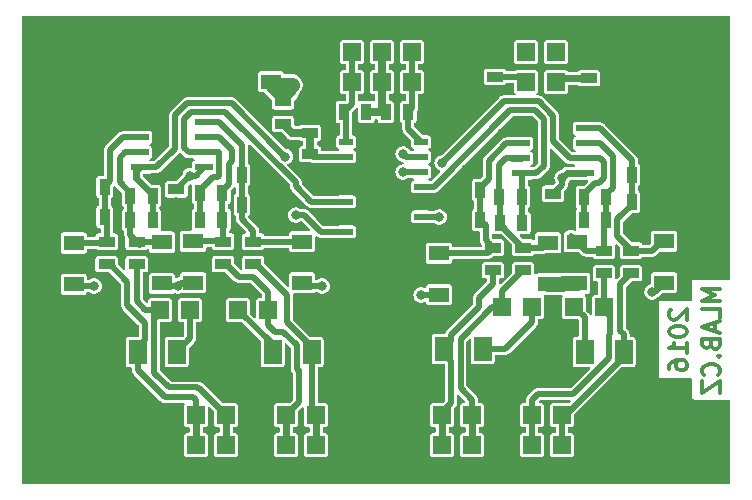
<source format=gbr>
%TF.GenerationSoftware,KiCad,Pcbnew,6.0.11+dfsg-1~bpo11+1*%
%TF.CreationDate,2023-05-28T00:59:07+00:00*%
%TF.ProjectId,VCAI2C01,56434149-3243-4303-912e-6b696361645f,rev?*%
%TF.SameCoordinates,Original*%
%TF.FileFunction,Copper,L2,Bot*%
%TF.FilePolarity,Positive*%
%FSLAX46Y46*%
G04 Gerber Fmt 4.6, Leading zero omitted, Abs format (unit mm)*
G04 Created by KiCad (PCBNEW 6.0.11+dfsg-1~bpo11+1) date 2023-05-28 00:59:07*
%MOMM*%
%LPD*%
G01*
G04 APERTURE LIST*
%ADD10C,0.300000*%
%TA.AperFunction,NonConductor*%
%ADD11C,0.300000*%
%TD*%
%TA.AperFunction,ComponentPad*%
%ADD12R,1.524000X1.524000*%
%TD*%
%TA.AperFunction,ComponentPad*%
%ADD13C,6.000000*%
%TD*%
%TA.AperFunction,SMDPad,CuDef*%
%ADD14R,0.889000X1.397000*%
%TD*%
%TA.AperFunction,SMDPad,CuDef*%
%ADD15R,1.397000X0.889000*%
%TD*%
%TA.AperFunction,SMDPad,CuDef*%
%ADD16R,1.699260X1.300480*%
%TD*%
%TA.AperFunction,SMDPad,CuDef*%
%ADD17R,1.550000X0.600000*%
%TD*%
%TA.AperFunction,SMDPad,CuDef*%
%ADD18R,1.143000X0.600000*%
%TD*%
%TA.AperFunction,SMDPad,CuDef*%
%ADD19R,1.524000X2.032000*%
%TD*%
%TA.AperFunction,ViaPad*%
%ADD20C,0.800000*%
%TD*%
%TA.AperFunction,Conductor*%
%ADD21C,0.300000*%
%TD*%
%TA.AperFunction,Conductor*%
%ADD22C,0.500000*%
%TD*%
%TA.AperFunction,Conductor*%
%ADD23C,1.300000*%
%TD*%
%TA.AperFunction,Conductor*%
%ADD24C,0.700000*%
%TD*%
%TA.AperFunction,Conductor*%
%ADD25C,0.600000*%
%TD*%
G04 APERTURE END LIST*
D10*
D11*
X50375428Y10191429D02*
X50304000Y10120000D01*
X50232571Y9977143D01*
X50232571Y9620000D01*
X50304000Y9477143D01*
X50375428Y9405715D01*
X50518285Y9334286D01*
X50661142Y9334286D01*
X50875428Y9405715D01*
X51732571Y10262858D01*
X51732571Y9334286D01*
X50232571Y8405715D02*
X50232571Y8262858D01*
X50304000Y8120000D01*
X50375428Y8048572D01*
X50518285Y7977143D01*
X50804000Y7905715D01*
X51161142Y7905715D01*
X51446857Y7977143D01*
X51589714Y8048572D01*
X51661142Y8120000D01*
X51732571Y8262858D01*
X51732571Y8405715D01*
X51661142Y8548572D01*
X51589714Y8620000D01*
X51446857Y8691429D01*
X51161142Y8762858D01*
X50804000Y8762858D01*
X50518285Y8691429D01*
X50375428Y8620000D01*
X50304000Y8548572D01*
X50232571Y8405715D01*
X51732571Y6477143D02*
X51732571Y7334286D01*
X51732571Y6905715D02*
X50232571Y6905715D01*
X50446857Y7048572D01*
X50589714Y7191429D01*
X50661142Y7334286D01*
X50232571Y5191429D02*
X50232571Y5477143D01*
X50304000Y5620000D01*
X50375428Y5691429D01*
X50589714Y5834286D01*
X50875428Y5905715D01*
X51446857Y5905715D01*
X51589714Y5834286D01*
X51661142Y5762858D01*
X51732571Y5620000D01*
X51732571Y5334286D01*
X51661142Y5191429D01*
X51589714Y5120000D01*
X51446857Y5048572D01*
X51089714Y5048572D01*
X50946857Y5120000D01*
X50875428Y5191429D01*
X50804000Y5334286D01*
X50804000Y5620000D01*
X50875428Y5762858D01*
X50946857Y5834286D01*
X51089714Y5905715D01*
D10*
D11*
X54526571Y11941429D02*
X53026571Y11941429D01*
X54098000Y11441429D01*
X53026571Y10941429D01*
X54526571Y10941429D01*
X54526571Y9512858D02*
X54526571Y10227143D01*
X53026571Y10227143D01*
X54098000Y9084286D02*
X54098000Y8370000D01*
X54526571Y9227143D02*
X53026571Y8727143D01*
X54526571Y8227143D01*
X53740857Y7227143D02*
X53812285Y7012858D01*
X53883714Y6941429D01*
X54026571Y6870000D01*
X54240857Y6870000D01*
X54383714Y6941429D01*
X54455142Y7012858D01*
X54526571Y7155715D01*
X54526571Y7727143D01*
X53026571Y7727143D01*
X53026571Y7227143D01*
X53098000Y7084286D01*
X53169428Y7012858D01*
X53312285Y6941429D01*
X53455142Y6941429D01*
X53598000Y7012858D01*
X53669428Y7084286D01*
X53740857Y7227143D01*
X53740857Y7727143D01*
X54383714Y6227143D02*
X54455142Y6155715D01*
X54526571Y6227143D01*
X54455142Y6298572D01*
X54383714Y6227143D01*
X54526571Y6227143D01*
X54383714Y4655715D02*
X54455142Y4727143D01*
X54526571Y4941429D01*
X54526571Y5084286D01*
X54455142Y5298572D01*
X54312285Y5441429D01*
X54169428Y5512858D01*
X53883714Y5584286D01*
X53669428Y5584286D01*
X53383714Y5512858D01*
X53240857Y5441429D01*
X53098000Y5298572D01*
X53026571Y5084286D01*
X53026571Y4941429D01*
X53098000Y4727143D01*
X53169428Y4655715D01*
X53026571Y4155715D02*
X53026571Y3155715D01*
X54526571Y4155715D01*
X54526571Y3155715D01*
D12*
%TO.P,J2,1*%
%TO.N,/IN1-*%
X7112000Y10160000D03*
%TO.P,J2,2*%
%TO.N,Net-(J2-Pad2)*%
X9652000Y10160000D03*
%TD*%
%TO.P,J4,1*%
%TO.N,/IN2-*%
X16256000Y10160000D03*
%TO.P,J4,2*%
%TO.N,Net-(J4-Pad2)*%
X13716000Y10160000D03*
%TD*%
%TO.P,J6,1*%
%TO.N,/IN3-*%
X36068000Y10414000D03*
%TO.P,J6,2*%
%TO.N,Net-(J6-Pad2)*%
X38608000Y10414000D03*
%TD*%
%TO.P,J8,1*%
%TO.N,/IN4-*%
X44704000Y10414000D03*
%TO.P,J8,2*%
%TO.N,Net-(J8-Pad2)*%
X42164000Y10414000D03*
%TD*%
%TO.P,J10,1*%
%TO.N,/A0*%
X38100000Y29464000D03*
%TO.P,J10,2*%
%TO.N,VCC*%
X38100000Y32004000D03*
%TD*%
%TO.P,J11,1*%
%TO.N,/A1*%
X40640000Y29464000D03*
%TO.P,J11,2*%
%TO.N,VCC*%
X40640000Y32004000D03*
%TD*%
%TO.P,J13,1*%
%TO.N,GND*%
X20828000Y29464000D03*
%TO.P,J13,2*%
X20828000Y32004000D03*
%TO.P,J13,3*%
%TO.N,/SDA*%
X23368000Y29464000D03*
%TO.P,J13,4*%
X23368000Y32004000D03*
%TO.P,J13,5*%
%TO.N,VCC*%
X25908000Y29464000D03*
%TO.P,J13,6*%
X25908000Y32004000D03*
%TO.P,J13,7*%
%TO.N,/SCL*%
X28448000Y29464000D03*
%TO.P,J13,8*%
X28448000Y32004000D03*
%TO.P,J13,9*%
%TO.N,GND*%
X30988000Y29464000D03*
%TO.P,J13,10*%
X30988000Y32004000D03*
%TD*%
D13*
%TO.P,M1,1*%
%TO.N,GND*%
X50800000Y30480000D03*
%TD*%
%TO.P,M2,1*%
%TO.N,GND*%
X0Y0D03*
%TD*%
%TO.P,M3,1*%
%TO.N,GND*%
X50800000Y0D03*
%TD*%
%TO.P,M4,1*%
%TO.N,GND*%
X0Y30480000D03*
%TD*%
D12*
%TO.P,J14,1*%
%TO.N,GND*%
X22860000Y1270000D03*
%TO.P,J14,2*%
X22860000Y-1270000D03*
%TD*%
%TO.P,J15,1*%
%TO.N,/IN2-*%
X17780000Y1270000D03*
%TO.P,J15,2*%
X17780000Y-1270000D03*
%TD*%
%TO.P,J16,1*%
%TO.N,/IN2+*%
X20320000Y1270000D03*
%TO.P,J16,2*%
X20320000Y-1270000D03*
%TD*%
%TO.P,J17,1*%
%TO.N,GND*%
X15240000Y1270000D03*
%TO.P,J17,2*%
X15240000Y-1270000D03*
%TD*%
%TO.P,J18,1*%
%TO.N,/IN3-*%
X33528000Y1270000D03*
%TO.P,J18,2*%
X33528000Y-1270000D03*
%TD*%
%TO.P,J19,1*%
%TO.N,/IN3+*%
X30988000Y1270000D03*
%TO.P,J19,2*%
X30988000Y-1270000D03*
%TD*%
%TO.P,J20,1*%
%TO.N,GND*%
X43688000Y1270000D03*
%TO.P,J20,2*%
X43688000Y-1270000D03*
%TD*%
%TO.P,J21,1*%
%TO.N,/IN4-*%
X38608000Y1270000D03*
%TO.P,J21,2*%
X38608000Y-1270000D03*
%TD*%
%TO.P,J22,1*%
%TO.N,/IN4+*%
X41148000Y1270000D03*
%TO.P,J22,2*%
X41148000Y-1270000D03*
%TD*%
%TO.P,J23,1*%
%TO.N,GND*%
X28448000Y1270000D03*
%TO.P,J23,2*%
X28448000Y-1270000D03*
%TD*%
%TO.P,J3,1*%
%TO.N,GND*%
X36068000Y-1270000D03*
%TO.P,J3,2*%
X36068000Y1270000D03*
%TD*%
%TO.P,J5,1*%
%TO.N,GND*%
X7620000Y1270000D03*
%TO.P,J5,2*%
X7620000Y-1270000D03*
%TD*%
%TO.P,J7,1*%
%TO.N,/IN1-*%
X12700000Y1270000D03*
%TO.P,J7,2*%
X12700000Y-1270000D03*
%TD*%
%TO.P,J9,1*%
%TO.N,/IN1+*%
X10160000Y1270000D03*
%TO.P,J9,2*%
X10160000Y-1270000D03*
%TD*%
D14*
%TO.P,C1,1*%
%TO.N,/IN1_2+*%
X2413000Y20574000D03*
%TO.P,C1,2*%
%TO.N,GND*%
X508000Y20574000D03*
%TD*%
D15*
%TO.P,C2,1*%
%TO.N,Net-(C2-Pad1)*%
X19812000Y23368000D03*
%TO.P,C2,2*%
%TO.N,GND*%
X19812000Y21463000D03*
%TD*%
%TO.P,C3,1*%
%TO.N,Net-(C2-Pad1)*%
X19812000Y25146000D03*
%TO.P,C3,2*%
%TO.N,GND*%
X19812000Y27051000D03*
%TD*%
D14*
%TO.P,C4,1*%
%TO.N,/IN2_2+*%
X14033500Y21590000D03*
%TO.P,C4,2*%
%TO.N,GND*%
X15938500Y21590000D03*
%TD*%
D15*
%TO.P,C5,1*%
%TO.N,VCC*%
X8483600Y20358100D03*
%TO.P,C5,2*%
%TO.N,GND*%
X8483600Y18453100D03*
%TD*%
D14*
%TO.P,C6,1*%
%TO.N,/OUT1*%
X6502400Y17780000D03*
%TO.P,C6,2*%
%TO.N,/IN1_2-*%
X4597400Y17780000D03*
%TD*%
%TO.P,C7,1*%
%TO.N,/OUT2*%
X10477500Y17780000D03*
%TO.P,C7,2*%
%TO.N,/IN2_2-*%
X12382500Y17780000D03*
%TD*%
%TO.P,C8,1*%
%TO.N,/IN3_2+*%
X34226500Y17780000D03*
%TO.P,C8,2*%
%TO.N,GND*%
X32321500Y17780000D03*
%TD*%
%TO.P,C9,1*%
%TO.N,/IN4_2+*%
X47053500Y19304000D03*
%TO.P,C9,2*%
%TO.N,GND*%
X48958500Y19304000D03*
%TD*%
%TO.P,C10,1*%
%TO.N,/OUT3*%
X37782500Y17526000D03*
%TO.P,C10,2*%
%TO.N,/IN3_2-*%
X35877500Y17526000D03*
%TD*%
%TO.P,C11,1*%
%TO.N,/OUT4*%
X42989500Y19710400D03*
%TO.P,C11,2*%
%TO.N,/IN4_2-*%
X44894500Y19710400D03*
%TD*%
D16*
%TO.P,D1,1*%
%TO.N,GND*%
X16510000Y32992060D03*
%TO.P,D1,2*%
%TO.N,VCC*%
X16510000Y29491940D03*
%TD*%
%TO.P,D2,1*%
%TO.N,VCC*%
X7264400Y12400280D03*
%TO.P,D2,2*%
%TO.N,/IN1_2-*%
X7264400Y15900400D03*
%TD*%
%TO.P,D3,1*%
%TO.N,VCC*%
X9906000Y12473940D03*
%TO.P,D3,2*%
%TO.N,/IN2_2-*%
X9906000Y15974060D03*
%TD*%
%TO.P,D4,1*%
%TO.N,VCC*%
X-203200Y12321540D03*
%TO.P,D4,2*%
%TO.N,/IN1_2+*%
X-203200Y15821660D03*
%TD*%
%TO.P,D5,1*%
%TO.N,VCC*%
X19151600Y12451080D03*
%TO.P,D5,2*%
%TO.N,/IN2_2+*%
X19151600Y15951200D03*
%TD*%
%TO.P,D6,1*%
%TO.N,VCC*%
X39979600Y12349480D03*
%TO.P,D6,2*%
%TO.N,/IN3_2-*%
X39979600Y15849600D03*
%TD*%
%TO.P,D7,1*%
%TO.N,VCC*%
X42418000Y12423140D03*
%TO.P,D7,2*%
%TO.N,/IN4_2-*%
X42418000Y15923260D03*
%TD*%
%TO.P,D8,1*%
%TO.N,VCC*%
X30734000Y11457940D03*
%TO.P,D8,2*%
%TO.N,/IN3_2+*%
X30734000Y14958060D03*
%TD*%
%TO.P,D9,1*%
%TO.N,VCC*%
X49784000Y12473940D03*
%TO.P,D9,2*%
%TO.N,/IN4_2+*%
X49784000Y15974060D03*
%TD*%
D15*
%TO.P,R3,1*%
%TO.N,/IN1_2-*%
X5130800Y15938500D03*
%TO.P,R3,2*%
%TO.N,/IN1-*%
X5130800Y14033500D03*
%TD*%
%TO.P,R4,1*%
%TO.N,/IN1_2+*%
X2590800Y15938500D03*
%TO.P,R4,2*%
%TO.N,/IN1+*%
X2590800Y14033500D03*
%TD*%
%TO.P,R5,1*%
%TO.N,/IN2_2-*%
X12446000Y15938500D03*
%TO.P,R5,2*%
%TO.N,/IN2-*%
X12446000Y14033500D03*
%TD*%
%TO.P,R6,1*%
%TO.N,/IN2_2+*%
X14986000Y15938500D03*
%TO.P,R6,2*%
%TO.N,/IN2+*%
X14986000Y14033500D03*
%TD*%
D14*
%TO.P,R7,1*%
%TO.N,GND*%
X508000Y18034000D03*
%TO.P,R7,2*%
%TO.N,/IN1_2+*%
X2413000Y18034000D03*
%TD*%
%TO.P,R8,1*%
%TO.N,GND*%
X15938500Y19050000D03*
%TO.P,R8,2*%
%TO.N,/IN2_2+*%
X14033500Y19050000D03*
%TD*%
%TO.P,R9,1*%
%TO.N,/IN1_2-*%
X4597400Y19812000D03*
%TO.P,R9,2*%
%TO.N,/OUT1*%
X6502400Y19812000D03*
%TD*%
%TO.P,R10,1*%
%TO.N,/IN2_2-*%
X12382500Y20066000D03*
%TO.P,R10,2*%
%TO.N,/OUT2*%
X10477500Y20066000D03*
%TD*%
D15*
%TO.P,R13,1*%
%TO.N,/IN3_2-*%
X37846000Y15430500D03*
%TO.P,R13,2*%
%TO.N,/IN3-*%
X37846000Y13525500D03*
%TD*%
%TO.P,R14,1*%
%TO.N,/IN3_2+*%
X35306000Y15430500D03*
%TO.P,R14,2*%
%TO.N,/IN3+*%
X35306000Y13525500D03*
%TD*%
%TO.P,R15,1*%
%TO.N,/IN4_2-*%
X44704000Y15176500D03*
%TO.P,R15,2*%
%TO.N,/IN4-*%
X44704000Y13271500D03*
%TD*%
%TO.P,R16,1*%
%TO.N,/IN4_2+*%
X46990000Y15176500D03*
%TO.P,R16,2*%
%TO.N,/IN4+*%
X46990000Y13271500D03*
%TD*%
D14*
%TO.P,R17,1*%
%TO.N,GND*%
X32321500Y20320000D03*
%TO.P,R17,2*%
%TO.N,/IN3_2+*%
X34226500Y20320000D03*
%TD*%
%TO.P,R18,1*%
%TO.N,GND*%
X48958500Y21590000D03*
%TO.P,R18,2*%
%TO.N,/IN4_2+*%
X47053500Y21590000D03*
%TD*%
%TO.P,R19,1*%
%TO.N,/IN3_2-*%
X35839400Y19761200D03*
%TO.P,R19,2*%
%TO.N,/OUT3*%
X37744400Y19761200D03*
%TD*%
%TO.P,R20,1*%
%TO.N,/IN4_2-*%
X44894500Y17780000D03*
%TO.P,R20,2*%
%TO.N,/OUT4*%
X42989500Y17780000D03*
%TD*%
D15*
%TO.P,R21,1*%
%TO.N,/A1*%
X43434000Y29781500D03*
%TO.P,R21,2*%
%TO.N,GND*%
X43434000Y31686500D03*
%TD*%
%TO.P,R22,1*%
%TO.N,/A0*%
X35458400Y29895800D03*
%TO.P,R22,2*%
%TO.N,GND*%
X35458400Y31800800D03*
%TD*%
D14*
%TO.P,R23,1*%
%TO.N,VCC*%
X24574500Y26924000D03*
%TO.P,R23,2*%
%TO.N,/SDA*%
X22669500Y26924000D03*
%TD*%
%TO.P,R24,1*%
%TO.N,VCC*%
X26225500Y26924000D03*
%TO.P,R24,2*%
%TO.N,/SCL*%
X28130500Y26924000D03*
%TD*%
D17*
%TO.P,U1,1*%
%TO.N,/OUT1*%
X5428000Y22225000D03*
%TO.P,U1,2*%
%TO.N,/IN1_2-*%
X5428000Y23495000D03*
%TO.P,U1,3*%
%TO.N,/IN1_2+*%
X5428000Y24765000D03*
%TO.P,U1,4*%
%TO.N,GND*%
X5428000Y26035000D03*
%TO.P,U1,5*%
%TO.N,/IN2_2+*%
X10828000Y26035000D03*
%TO.P,U1,6*%
%TO.N,/IN2_2-*%
X10828000Y24765000D03*
%TO.P,U1,7*%
%TO.N,/OUT2*%
X10828000Y23495000D03*
%TO.P,U1,8*%
%TO.N,VCC*%
X10828000Y22225000D03*
%TD*%
%TO.P,U2,1*%
%TO.N,/OUT3*%
X37686000Y21717000D03*
%TO.P,U2,2*%
%TO.N,/IN3_2-*%
X37686000Y22987000D03*
%TO.P,U2,3*%
%TO.N,/IN3_2+*%
X37686000Y24257000D03*
%TO.P,U2,4*%
%TO.N,GND*%
X37686000Y25527000D03*
%TO.P,U2,5*%
%TO.N,/IN4_2+*%
X43086000Y25527000D03*
%TO.P,U2,6*%
%TO.N,/IN4_2-*%
X43086000Y24257000D03*
%TO.P,U2,7*%
%TO.N,/OUT4*%
X43086000Y22987000D03*
%TO.P,U2,8*%
%TO.N,VCC*%
X43086000Y21717000D03*
%TD*%
D18*
%TO.P,U3,1*%
%TO.N,/OUT1*%
X22860000Y16764000D03*
%TO.P,U3,2*%
%TO.N,GND*%
X22860000Y18034000D03*
%TO.P,U3,3*%
%TO.N,/OUT2*%
X22860000Y19304000D03*
%TO.P,U3,4*%
%TO.N,GND*%
X22860000Y20574000D03*
%TO.P,U3,5*%
X22860000Y21844000D03*
%TO.P,U3,6*%
%TO.N,Net-(C2-Pad1)*%
X22860000Y23114000D03*
%TO.P,U3,7*%
%TO.N,/SDA*%
X22860000Y24384000D03*
%TO.P,U3,8*%
%TO.N,/SCL*%
X29210000Y24384000D03*
%TO.P,U3,9*%
%TO.N,/A0*%
X29210000Y23114000D03*
%TO.P,U3,10*%
%TO.N,/A1*%
X29210000Y21844000D03*
%TO.P,U3,11*%
%TO.N,/OUT3*%
X29210000Y20574000D03*
%TO.P,U3,12*%
%TO.N,GND*%
X29210000Y19304000D03*
%TO.P,U3,13*%
%TO.N,/OUT4*%
X29210000Y18034000D03*
%TO.P,U3,14*%
%TO.N,GND*%
X29210000Y16764000D03*
%TD*%
D15*
%TO.P,C12,1*%
%TO.N,VCC*%
X40386000Y20002500D03*
%TO.P,C12,2*%
%TO.N,GND*%
X40386000Y18097500D03*
%TD*%
%TO.P,L1,1*%
%TO.N,VCC*%
X17526000Y27813000D03*
%TO.P,L1,2*%
%TO.N,Net-(C2-Pad1)*%
X17526000Y25908000D03*
%TD*%
D19*
%TO.P,R1,1*%
%TO.N,/IN1+*%
X5207000Y6604000D03*
%TO.P,R1,2*%
%TO.N,Net-(J2-Pad2)*%
X8509000Y6604000D03*
%TD*%
%TO.P,R2,1*%
%TO.N,/IN2+*%
X19939000Y6604000D03*
%TO.P,R2,2*%
%TO.N,Net-(J4-Pad2)*%
X16637000Y6604000D03*
%TD*%
%TO.P,R11,1*%
%TO.N,/IN3+*%
X31115000Y6858000D03*
%TO.P,R11,2*%
%TO.N,Net-(J6-Pad2)*%
X34417000Y6858000D03*
%TD*%
%TO.P,R12,1*%
%TO.N,/IN4+*%
X46355000Y6604000D03*
%TO.P,R12,2*%
%TO.N,Net-(J8-Pad2)*%
X43053000Y6604000D03*
%TD*%
D20*
%TO.N,GND*%
X3454400Y26009600D03*
X48006000Y5080000D03*
X14732000Y31242000D03*
X27940000Y9144000D03*
X12446000Y6858000D03*
X-1016000Y18796000D03*
X40386000Y9144000D03*
X46990000Y11176000D03*
X21336000Y18034000D03*
X5588000Y-1778000D03*
X10668000Y28956000D03*
X12446000Y8890000D03*
X8128000Y28194000D03*
X17272000Y18034000D03*
X26924000Y1270000D03*
X39319200Y18948400D03*
X42164000Y14224000D03*
X10922000Y14224000D03*
X8128000Y17272000D03*
X0Y22098000D03*
X13970000Y4064000D03*
X16002000Y26670000D03*
X17780000Y17018000D03*
X33049147Y22068853D03*
X48006000Y7874000D03*
X7112014Y25908000D03*
X25908000Y6350000D03*
X44196000Y28448000D03*
X25908000Y8636000D03*
X45720000Y1270000D03*
X45720000Y3810000D03*
X5588000Y1270000D03*
X39878000Y7620000D03*
X42164000Y26924000D03*
X46736000Y24892000D03*
X48006000Y6604000D03*
X26924000Y0D03*
X34036000Y22098000D03*
X24892000Y-1270000D03*
X23622000Y14732000D03*
X23876000Y15748000D03*
X48006000Y23876000D03*
X33528000Y16256000D03*
X50546000Y19812000D03*
X49530000Y23368000D03*
X21336000Y20828000D03*
X19812000Y10922000D03*
X22352000Y9144000D03*
X30226000Y9398000D03*
X39116000Y17272000D03*
X44704000Y26924000D03*
X9398000Y28956000D03*
X15748000Y17526000D03*
X6604000Y14224000D03*
X3556000Y4572000D03*
X47244000Y10160000D03*
X5588000Y-254000D03*
X24892000Y1270000D03*
X-1778000Y17018000D03*
X23876000Y13716000D03*
X26924000Y20066000D03*
X32766000Y30480000D03*
X40640000Y22606000D03*
X16510000Y17018000D03*
X34036000Y23055706D03*
X14478000Y28194000D03*
X50546000Y22606000D03*
X43180000Y14224000D03*
X-1015998Y17780000D03*
X17272000Y19812000D03*
X26924000Y-1270000D03*
X16510000Y31242000D03*
X30988000Y16764000D03*
X25908000Y3556000D03*
X39116000Y20828000D03*
X30988000Y34036000D03*
X7112000Y24638000D03*
X14224000Y2794000D03*
X25908000Y2032000D03*
X37084000Y3302000D03*
X45212000Y32512000D03*
X6350000Y27432000D03*
X14478000Y29718000D03*
X24892000Y0D03*
X24384000Y9144000D03*
X2540000Y10414000D03*
X47498000Y8890000D03*
X4064000Y27178000D03*
X11938000Y28956000D03*
X50292000Y14478000D03*
X47244000Y17526000D03*
X44450000Y33528000D03*
X32766000Y34036000D03*
X-1778000Y15748000D03*
X45720000Y-1270000D03*
X39878000Y5588000D03*
X-1016000Y20066000D03*
X25908000Y5080000D03*
X50546000Y18288000D03*
X45720000Y0D03*
X39116000Y14478004D03*
X31750000Y19050000D03*
X3302000Y6604000D03*
X5080000Y27432000D03*
X32766000Y32258000D03*
X36576000Y33782000D03*
X33020000Y11430000D03*
X21336000Y21844000D03*
X49276000Y13970000D03*
X37338000Y4318000D03*
X9906000Y14224000D03*
X32004000Y10160000D03*
X7366000Y27432000D03*
X8432800Y19263598D03*
X46990000Y3810000D03*
X42672000Y28194000D03*
X1524002Y22098000D03*
X21844000Y25400000D03*
X43180000Y33528000D03*
X15240000Y27432000D03*
X48006000Y16256000D03*
X18796000Y32512000D03*
X7620000Y14224000D03*
X19304000Y34036000D03*
X36097147Y25116853D03*
X41910000Y8890000D03*
X14986000Y34290000D03*
X51054000Y13716000D03*
X18796000Y30988000D03*
X5334000Y3302000D03*
X14732000Y32766000D03*
X45720000Y25908000D03*
X43434000Y26924000D03*
X11684000Y10414000D03*
X23876000Y17780000D03*
X17018000Y21082000D03*
X-1778000Y14224000D03*
X48260000Y14224000D03*
X45720000Y2540000D03*
X50546000Y21336000D03*
X-1016000Y21336000D03*
X39878000Y14224000D03*
X32512000Y16256000D03*
X25908000Y7620000D03*
X21082000Y9144000D03*
X13462000Y28956000D03*
X20828000Y34036000D03*
%TO.N,VCC*%
X48768000Y11684000D03*
X41148000Y21336002D03*
X18288000Y29210000D03*
X41148000Y12349480D03*
X9652000Y21539200D03*
X29209996Y11430000D03*
X1523990Y12192000D03*
X20828000Y12192000D03*
X8636000Y12192000D03*
%TO.N,/OUT1*%
X18592799Y18186400D03*
X17704348Y23139948D03*
%TO.N,/OUT4*%
X30734000Y18034000D03*
X30987996Y22606000D03*
%TO.N,/A0*%
X27686000Y23368000D03*
%TO.N,/A1*%
X27686000Y21844000D03*
%TD*%
D21*
%TO.N,GND*%
X1524002Y22663685D02*
X1524002Y22098000D01*
X30988000Y16764000D02*
X31496000Y16256000D01*
X37084000Y3302000D02*
X37084000Y4064000D01*
X32575500Y17208500D02*
X33128001Y16655999D01*
X24892000Y-1270000D02*
X24892000Y0D01*
X8527999Y15132189D02*
X9436188Y14224000D01*
X27323999Y19666001D02*
X26924000Y20066000D01*
X31946315Y16256000D02*
X32512000Y16256000D01*
X45720000Y-1270000D02*
X45720000Y0D01*
X44704000Y26924000D02*
X43434000Y26924000D01*
X-1016000Y20066000D02*
X-1016000Y18796000D01*
X48260000Y12446000D02*
X46990000Y11176000D01*
X12446000Y4747998D02*
X12446000Y6858000D01*
X8483600Y17627600D02*
X8128000Y17272000D01*
X3454400Y26009600D02*
X3454400Y26568400D01*
X-1377999Y17417999D02*
X-1015998Y17780000D01*
X3556000Y6350000D02*
X3302000Y6604000D01*
X26924000Y1270000D02*
X26924000Y4064000D01*
X43434000Y31686500D02*
X43434000Y33274000D01*
X47244000Y9144000D02*
X47498000Y8890000D01*
X30988000Y32004000D02*
X30988000Y34036000D01*
X21082000Y9652000D02*
X19812000Y10922000D01*
X26924000Y4064000D02*
X25908000Y5080000D01*
X18796000Y32512000D02*
X18796000Y33528000D01*
X13970000Y4064000D02*
X13129998Y4064000D01*
X16510000Y17018000D02*
X16002000Y17526000D01*
X-254000Y22098000D02*
X0Y22098000D01*
X6558000Y1270000D02*
X5334000Y2494000D01*
X8128000Y17272000D02*
X8527999Y16872001D01*
X20066000Y27051000D02*
X21717000Y25400000D01*
X48006000Y23876000D02*
X49022000Y23876000D01*
X27940000Y9144000D02*
X29972000Y9144000D01*
X5428000Y26035000D02*
X3937000Y26035000D01*
X3556000Y4572000D02*
X3556000Y6350000D01*
X43434000Y33274000D02*
X43180000Y33528000D01*
X32004000Y10414000D02*
X33020000Y11430000D01*
D22*
X37338000Y4318000D02*
X38608000Y4318000D01*
D21*
X50546000Y22606000D02*
X50546000Y21336000D01*
X39116000Y19151600D02*
X39116000Y20828000D01*
X42164000Y26924000D02*
X42164000Y27686000D01*
X15748000Y18034000D02*
X15748000Y17526000D01*
X32258000Y20320000D02*
X32004000Y20066000D01*
X22860000Y18034000D02*
X21336000Y18034000D01*
D22*
X32575500Y20320000D02*
X32575500Y21595206D01*
X39878000Y7620000D02*
X39878000Y8636000D01*
D21*
X48006000Y7874000D02*
X48006000Y6604000D01*
X7620000Y1270000D02*
X6558000Y1270000D01*
X48006000Y4826000D02*
X48006000Y5080000D01*
X39878000Y14281689D02*
X39878000Y14224000D01*
X22860000Y21844000D02*
X21336000Y21844000D01*
X26924000Y0D02*
X26924000Y1270000D01*
X-1016000Y21336000D02*
X-254000Y22098000D01*
X5334000Y2736315D02*
X5334000Y3302000D01*
D22*
X16764000Y30988000D02*
X16510000Y31242000D01*
X3479800Y26035000D02*
X3454400Y26009600D01*
D21*
X3454400Y26009600D02*
X1524002Y24079202D01*
X49784000Y13970000D02*
X50292000Y14478000D01*
X29972000Y9144000D02*
X30226000Y9398000D01*
X-616001Y21735999D02*
X-1016000Y21336000D01*
X5080000Y27432000D02*
X6350000Y27432000D01*
X5428000Y26035000D02*
X6985014Y26035000D01*
X10922000Y14224000D02*
X7620000Y14224000D01*
X25908000Y6350000D02*
X25908000Y7620000D01*
X-1778000Y17018000D02*
X-1377999Y17417999D01*
X7620000Y1270000D02*
X5588000Y1270000D01*
D22*
X8483600Y18453100D02*
X8483600Y19212798D01*
D21*
X48958500Y22923500D02*
X48006000Y23876000D01*
X5334000Y2494000D02*
X5334000Y2736315D01*
X30988000Y16764000D02*
X31242000Y16510000D01*
X11938000Y28956000D02*
X13462000Y28956000D01*
D22*
X39878000Y8636000D02*
X40386000Y9144000D01*
D21*
X18796000Y33528000D02*
X19304000Y34036000D01*
X15240000Y1778000D02*
X14224000Y2794000D01*
X37686000Y25527000D02*
X38227000Y25527000D01*
X23622000Y13970000D02*
X23876000Y13716000D01*
X29210000Y19304000D02*
X31496000Y19304000D01*
X-1778000Y17018000D02*
X-2032000Y17018000D01*
X29210000Y16764000D02*
X30988000Y16764000D01*
X45720000Y3810000D02*
X45720000Y2540000D01*
X16002000Y17526000D02*
X15748000Y17526000D01*
X-1778000Y15748000D02*
X-1778000Y14224000D01*
X49276000Y13970000D02*
X49784000Y13970000D01*
X31496000Y16256000D02*
X31946315Y16256000D01*
X15938500Y20002500D02*
X17018000Y21082000D01*
X20193000Y27051000D02*
X21444001Y25799999D01*
D22*
X14732000Y29972000D02*
X14478000Y29718000D01*
D21*
X23876000Y17780000D02*
X23876000Y15748000D01*
D22*
X8483600Y19212798D02*
X8432800Y19263598D01*
D21*
X19939000Y27051000D02*
X20193000Y27051000D01*
X19812000Y32004000D02*
X18796000Y30988000D01*
X21082000Y9144000D02*
X21082000Y9652000D01*
X19812000Y27051000D02*
X20066000Y27051000D01*
X29210000Y19304000D02*
X27686000Y19304000D01*
X5588000Y-254000D02*
X5588000Y-1778000D01*
X42164000Y27686000D02*
X42672000Y28194000D01*
X28448000Y-1270000D02*
X26924000Y-1270000D01*
X17272000Y19812000D02*
X17272000Y18034000D01*
X27686000Y19304000D02*
X27323999Y19666001D01*
X37084000Y4064000D02*
X37338000Y4318000D01*
D22*
X18796000Y30988000D02*
X16764000Y30988000D01*
X40386000Y18097500D02*
X40170100Y18097500D01*
X14732000Y32766000D02*
X14732000Y34036000D01*
D21*
X35458400Y31800800D02*
X35458400Y32664400D01*
D22*
X14732000Y31242000D02*
X14732000Y29972000D01*
D21*
X39941500Y18097500D02*
X39116000Y17272000D01*
X7366000Y27432000D02*
X8128000Y28194000D01*
X9436188Y14224000D02*
X9906000Y14224000D01*
X42164000Y14224000D02*
X39878000Y14224000D01*
X39319200Y18948400D02*
X39116000Y19151600D01*
D22*
X40170100Y18097500D02*
X39319200Y18948400D01*
D21*
X15938500Y19558000D02*
X15938500Y20002500D01*
X21717000Y25400000D02*
X21844000Y25400000D01*
X35458400Y32664400D02*
X36176001Y33382001D01*
X50546000Y19812000D02*
X50546000Y18288000D01*
X23622000Y14732000D02*
X23622000Y13970000D01*
X47244000Y17018000D02*
X48006000Y16256000D01*
X25908000Y5080000D02*
X25908000Y3556000D01*
X12446000Y6858000D02*
X12446000Y8890000D01*
X31496000Y19304000D02*
X31750000Y19050000D01*
X3937000Y26035000D02*
X3048000Y26924000D01*
X20828000Y32004000D02*
X19812000Y32004000D01*
D22*
X38608000Y4318000D02*
X39878000Y5588000D01*
D21*
X21444001Y25799999D02*
X21844000Y25400000D01*
X15240000Y1270000D02*
X15240000Y1778000D01*
X13129998Y4064000D02*
X12446000Y4747998D01*
X36176001Y33382001D02*
X36576000Y33782000D01*
X47244000Y17526000D02*
X47244000Y17018000D01*
X8483600Y18453100D02*
X8483600Y17627600D01*
X33337500Y20320000D02*
X32258000Y20320000D01*
D22*
X32575500Y21595206D02*
X33049147Y22068853D01*
D21*
X46990000Y3810000D02*
X48006000Y4826000D01*
X14478000Y28194000D02*
X15240000Y27432000D01*
X48260000Y14224000D02*
X48260000Y12446000D01*
X32575500Y18288000D02*
X32575500Y17208500D01*
X49022000Y23876000D02*
X49530000Y23368000D01*
X39116000Y14478004D02*
X39681685Y14478004D01*
D22*
X14732000Y34036000D02*
X14986000Y34290000D01*
D21*
X47244000Y10160000D02*
X47244000Y9144000D01*
X8527999Y16872001D02*
X8527999Y15132189D01*
X3454400Y26568400D02*
X4064000Y27178000D01*
X32004000Y10160000D02*
X32004000Y10414000D01*
X46736000Y24892000D02*
X45720000Y25908000D01*
X43180000Y14224000D02*
X48260000Y14224000D01*
X6985014Y26035000D02*
X7112014Y25908000D01*
X44450000Y33528000D02*
X44450000Y33274000D01*
D22*
X36097147Y25116853D02*
X34036000Y23055706D01*
D21*
X9398000Y28956000D02*
X10668000Y28956000D01*
X32766000Y34036000D02*
X32766000Y32258000D01*
X24384000Y9144000D02*
X22352000Y9144000D01*
D22*
X5428000Y26035000D02*
X3479800Y26035000D01*
D21*
X254000Y22098000D02*
X-254000Y22098000D01*
X48958500Y21590000D02*
X48958500Y22923500D01*
X1524002Y24079202D02*
X1524002Y22663685D01*
X39681685Y14478004D02*
X39878000Y14281689D01*
X33128001Y16655999D02*
X33528000Y16256000D01*
X44450000Y33274000D02*
X45212000Y32512000D01*
X40386000Y18097500D02*
X39941500Y18097500D01*
X-254000Y22098000D02*
X-616001Y21735999D01*
D22*
%TO.N,VCC*%
X41148000Y21336002D02*
X41148000Y20764500D01*
X41148000Y20764500D02*
X40386000Y20002500D01*
X-73660Y12192000D02*
X-203200Y12321540D01*
D23*
X18288000Y29210000D02*
X17526000Y29210000D01*
D22*
X9652000Y21539200D02*
X9652000Y21526500D01*
D23*
X42418000Y12423140D02*
X41221660Y12423140D01*
D22*
X48768000Y11684000D02*
X48994060Y11684000D01*
X7472680Y12192000D02*
X7264400Y12400280D01*
X20828000Y12192000D02*
X19410680Y12192000D01*
D24*
X16510000Y29491940D02*
X16510000Y28829000D01*
D22*
X8917940Y12473940D02*
X8636000Y12192000D01*
D24*
X24574500Y26924000D02*
X26225500Y26924000D01*
X17526000Y29210000D02*
X17526000Y27813000D01*
D25*
X43086000Y21717000D02*
X41528998Y21717000D01*
D22*
X1523990Y12192000D02*
X-73660Y12192000D01*
X9906000Y12473940D02*
X8917940Y12473940D01*
D24*
X25908000Y29464000D02*
X25908000Y27241500D01*
D22*
X19410680Y12192000D02*
X19151600Y12451080D01*
X9652000Y21526500D02*
X8483600Y20358100D01*
X48994060Y11684000D02*
X49784000Y12473940D01*
X30706060Y11430000D02*
X30734000Y11457940D01*
X29209996Y11430000D02*
X30706060Y11430000D01*
X10350500Y22225000D02*
X10828000Y22225000D01*
D23*
X41221660Y12423140D02*
X41148000Y12349480D01*
D24*
X25908000Y32004000D02*
X25908000Y29464000D01*
D22*
X9652000Y21539200D02*
X10142200Y21539200D01*
D24*
X16510000Y28829000D02*
X17526000Y27813000D01*
X25908000Y27241500D02*
X26225500Y26924000D01*
D23*
X17526000Y29210000D02*
X16791940Y29210000D01*
D24*
X18288000Y29210000D02*
X18288000Y28575000D01*
D23*
X39979600Y12349480D02*
X41148000Y12349480D01*
D22*
X8636000Y12192000D02*
X7472680Y12192000D01*
D24*
X18288000Y28575000D02*
X17526000Y27813000D01*
D23*
X16791940Y29210000D02*
X16510000Y29491940D01*
D25*
X41528998Y21717000D02*
X41148000Y21336002D01*
D22*
X10142200Y21539200D02*
X10828000Y22225000D01*
%TO.N,/OUT1*%
X6793004Y22225000D02*
X8382000Y23813996D01*
X22860000Y16764000D02*
X20738672Y16764000D01*
X9431334Y27674010D02*
X13170286Y27674010D01*
X13170286Y27674010D02*
X17304349Y23539947D01*
D25*
X5080000Y21901685D02*
X5080000Y21336000D01*
D22*
X6502400Y19812000D02*
X6502400Y19913600D01*
X19316272Y18186400D02*
X19158484Y18186400D01*
X6502400Y17780000D02*
X6502400Y19812000D01*
D25*
X5403315Y22225000D02*
X5080000Y21901685D01*
D22*
X17304349Y23539947D02*
X17704348Y23139948D01*
X8382000Y23813996D02*
X8382000Y26624676D01*
X6502400Y19913600D02*
X5080000Y21336000D01*
X5428000Y22225000D02*
X6793004Y22225000D01*
X20738672Y16764000D02*
X19316272Y18186400D01*
X8382000Y26624676D02*
X9431334Y27674010D01*
D25*
X5428000Y22225000D02*
X5403315Y22225000D01*
D22*
X19158484Y18186400D02*
X18592799Y18186400D01*
%TO.N,/OUT2*%
X9144000Y26326002D02*
X9741998Y26924000D01*
X10477500Y20320000D02*
X11582499Y21424999D01*
X18613499Y20618499D02*
X19927998Y19304000D01*
X21336000Y19304000D02*
X22860000Y19304000D01*
X12103000Y23495000D02*
X10828000Y23495000D01*
X19927998Y19304000D02*
X21336000Y19304000D01*
X9525000Y23495000D02*
X9144000Y23876000D01*
X10828000Y23495000D02*
X9525000Y23495000D01*
X9144000Y23876000D02*
X9144000Y26326002D01*
X12103003Y23494997D02*
X12103000Y23495000D01*
X12647502Y26924000D02*
X18613499Y20958003D01*
X12103003Y21525002D02*
X12103003Y23494997D01*
X12003001Y21424999D02*
X12103003Y21525002D01*
X10477500Y18288000D02*
X10477500Y20066000D01*
X9741998Y26924000D02*
X12647502Y26924000D01*
X10477500Y20066000D02*
X10477500Y20320000D01*
X18613499Y20958003D02*
X18613499Y20618499D01*
X11582499Y21424999D02*
X12003001Y21424999D01*
%TO.N,/OUT3*%
X38862000Y27066008D02*
X36773508Y27066008D01*
X37686000Y21717000D02*
X38961000Y21717000D01*
X37686000Y21717000D02*
X37375490Y21717000D01*
X36773508Y27066008D02*
X30281500Y20574000D01*
X37795200Y19710400D02*
X37744400Y19761200D01*
X38961000Y21717000D02*
X39624000Y22380000D01*
X39624000Y22380000D02*
X39624000Y26304008D01*
X37744400Y21658600D02*
X37686000Y21717000D01*
X37744400Y19761200D02*
X37744400Y21658600D01*
X37795200Y17729200D02*
X37795200Y19710400D01*
X30281500Y20574000D02*
X29210000Y20574000D01*
X39624000Y26304008D02*
X38862000Y27066008D01*
%TO.N,/OUT4*%
X31387995Y23005999D02*
X30987996Y22606000D01*
X42989500Y17780000D02*
X42989500Y19710400D01*
X30734000Y18034000D02*
X29210000Y18034000D01*
X40374009Y26614673D02*
X39172664Y27816018D01*
X42989500Y19710400D02*
X42989500Y19964400D01*
X42989500Y19964400D02*
X43934000Y20908900D01*
X44704000Y22644000D02*
X44361000Y22987000D01*
X39172664Y27816018D02*
X36198014Y27816018D01*
X43934000Y20908900D02*
X44252902Y20908900D01*
X44252902Y20908900D02*
X44704000Y21359998D01*
X44361000Y22987000D02*
X43086000Y22987000D01*
X43086000Y22987000D02*
X41811000Y22987000D01*
X41811000Y22987000D02*
X40374010Y24423990D01*
X40374010Y24423990D02*
X40374009Y26614673D01*
X36198014Y27816018D02*
X31387995Y23005999D01*
X44704000Y21359998D02*
X44704000Y22644000D01*
%TO.N,Net-(J2-Pad2)*%
X9652000Y10160000D02*
X9652000Y7747000D01*
X9652000Y7747000D02*
X8509000Y6604000D01*
%TO.N,Net-(J4-Pad2)*%
X16637000Y7239000D02*
X13716000Y10160000D01*
X16637000Y6604000D02*
X16637000Y7239000D01*
X13664000Y10108000D02*
X13716000Y10160000D01*
%TO.N,Net-(J6-Pad2)*%
X38608000Y9152000D02*
X36314000Y6858000D01*
X38608000Y10414000D02*
X38608000Y9152000D01*
X36314000Y6858000D02*
X35679000Y6858000D01*
X35679000Y6858000D02*
X34417000Y6858000D01*
%TO.N,Net-(J8-Pad2)*%
X43053000Y9525000D02*
X42164000Y10414000D01*
X43053000Y6604000D02*
X43053000Y9525000D01*
%TO.N,/SDA*%
X23368000Y29464000D02*
X23368000Y27622500D01*
X23368000Y32004000D02*
X23368000Y29464000D01*
X22860000Y26733500D02*
X22669500Y26924000D01*
X23368000Y27622500D02*
X22669500Y26924000D01*
X22860000Y24384000D02*
X22860000Y26733500D01*
%TO.N,/SCL*%
X28448000Y27241500D02*
X28130500Y26924000D01*
X28130500Y26924000D02*
X28130500Y25463500D01*
X28448000Y29464000D02*
X28448000Y27241500D01*
X28130500Y25463500D02*
X29210000Y24384000D01*
X28448000Y32004000D02*
X28448000Y29464000D01*
%TO.N,/A0*%
X27940000Y23114000D02*
X27686000Y23368000D01*
X37668200Y29895800D02*
X38100000Y29464000D01*
X35458400Y29895800D02*
X37668200Y29895800D01*
X29210000Y23114000D02*
X27940000Y23114000D01*
D25*
%TO.N,/A1*%
X43434000Y29781500D02*
X40957500Y29781500D01*
D22*
X29210000Y21844000D02*
X27686000Y21844000D01*
D25*
X40957500Y29781500D02*
X40640000Y29464000D01*
D22*
%TO.N,/IN1-*%
X5130800Y10879200D02*
X5130800Y13089000D01*
X6604000Y4822356D02*
X6604000Y9398000D01*
X10229366Y3593990D02*
X7832366Y3593990D01*
D25*
X12700000Y1270000D02*
X12700000Y1697998D01*
D22*
X10414000Y3556000D02*
X10267356Y3556000D01*
X7832366Y3593990D02*
X6604000Y4822356D01*
X7112000Y10160000D02*
X5850000Y10160000D01*
X10267356Y3556000D02*
X10229366Y3593990D01*
X6604000Y9398000D02*
X7112000Y9906000D01*
D21*
X7112000Y10414000D02*
X6471000Y10414000D01*
D22*
X7112000Y9906000D02*
X7112000Y10160000D01*
X5850000Y10160000D02*
X5130800Y10879200D01*
X5130800Y13089000D02*
X5130800Y14033500D01*
D25*
X12700000Y-1270000D02*
X12700000Y1270000D01*
D22*
X12700000Y1270000D02*
X10414000Y3556000D01*
%TO.N,/IN1+*%
X2844800Y14033500D02*
X2590800Y14033500D01*
X10160000Y1270000D02*
X10160000Y2532000D01*
X7501000Y2794000D02*
X5207000Y5088000D01*
X5028000Y6350000D02*
X5028000Y7003340D01*
D25*
X10160000Y-1270000D02*
X10160000Y1270000D01*
D22*
X9898000Y2794000D02*
X7501000Y2794000D01*
X5207000Y6604000D02*
X5207000Y5088000D01*
X4318000Y10560644D02*
X4318000Y12560300D01*
X4318000Y12560300D02*
X2844800Y14033500D01*
X10160000Y2532000D02*
X9898000Y2794000D01*
X5207000Y6985000D02*
X5804010Y7582010D01*
X5804010Y9074634D02*
X4318000Y10560644D01*
X5207000Y6604000D02*
X5207000Y6985000D01*
X5804010Y7582010D02*
X5804010Y9074634D01*
%TO.N,/IN2+*%
X17822706Y9144000D02*
X17822706Y11450794D01*
X15240000Y14033500D02*
X14986000Y14033500D01*
X19939000Y6604000D02*
X19939000Y7027706D01*
D25*
X20320000Y-1270000D02*
X20320000Y1270000D01*
D21*
X19864000Y6350000D02*
X19425000Y6350000D01*
D22*
X19864000Y1726000D02*
X20320000Y1270000D01*
X19939000Y7027706D02*
X17822706Y9144000D01*
X19939000Y1651000D02*
X20320000Y1270000D01*
X19939000Y6604000D02*
X19939000Y1651000D01*
X17822706Y11450794D02*
X15240000Y14033500D01*
%TO.N,/IN3+*%
X35306000Y13525500D02*
X35306000Y12383998D01*
X31750001Y8056501D02*
X31750001Y7493001D01*
D25*
X35052000Y13525500D02*
X35306000Y13525500D01*
X30988000Y-1270000D02*
X30988000Y1270000D01*
D22*
X34107500Y11185498D02*
X34107500Y10414000D01*
X30988000Y1524000D02*
X30988000Y1270000D01*
X34107500Y10414000D02*
X31750001Y8056501D01*
X31750000Y5842000D02*
X31750000Y2286000D01*
X31444000Y1726000D02*
X30988000Y1270000D01*
X31750001Y7493001D02*
X31115000Y6858000D01*
X31115000Y6477000D02*
X31750000Y5842000D01*
X35306000Y12383998D02*
X34107500Y11185498D01*
X31750000Y2286000D02*
X30988000Y1524000D01*
X31115000Y6858000D02*
X31115000Y6477000D01*
%TO.N,/IN4+*%
X46089999Y8385001D02*
X46089999Y12371499D01*
X46355000Y8120000D02*
X46089999Y8385001D01*
X46736000Y13271500D02*
X46545500Y13271500D01*
X46355000Y6604000D02*
X46355000Y8120000D01*
X41148000Y1270000D02*
X41444708Y1270000D01*
X41444708Y1270000D02*
X46355000Y6180292D01*
X46355000Y6180292D02*
X46355000Y6604000D01*
X46089999Y12371499D02*
X46990000Y13271500D01*
X41148000Y1270000D02*
X41148000Y-1270000D01*
%TO.N,/IN2-*%
X18776999Y5087999D02*
X18676999Y5187999D01*
X18878010Y5087999D02*
X18776999Y5087999D01*
X16844650Y8309350D02*
X16256000Y8898000D01*
X18676999Y5187999D02*
X18676999Y7158351D01*
X16256000Y11684000D02*
X14986000Y12954000D01*
X16256000Y10160000D02*
X16256000Y11684000D01*
X12700000Y14033500D02*
X12446000Y14033500D01*
X17780000Y1270000D02*
X18878010Y2368010D01*
X14986000Y12954000D02*
X13779500Y12954000D01*
X13779500Y12954000D02*
X12700000Y14033500D01*
D25*
X17780000Y-1270000D02*
X17780000Y1270000D01*
D22*
X17526000Y8309350D02*
X16844650Y8309350D01*
X18676999Y7158351D02*
X17526000Y8309350D01*
X16256000Y8898000D02*
X16256000Y10160000D01*
X18878010Y2368010D02*
X18878010Y5087999D01*
%TO.N,/IN3-*%
X35238856Y10414000D02*
X32549990Y7725134D01*
X36068000Y10414000D02*
X36068000Y11747500D01*
X32549990Y3510010D02*
X33528000Y2532000D01*
X33528000Y2532000D02*
X33528000Y1270000D01*
D25*
X33528000Y-1270000D02*
X33528000Y1270000D01*
D22*
X36068000Y11747500D02*
X37846000Y13525500D01*
X36068000Y10414000D02*
X35238856Y10414000D01*
X32549990Y7725134D02*
X32549990Y3510010D01*
%TO.N,/IN4-*%
X45092999Y8020001D02*
X45092999Y6049649D01*
X42091350Y3048000D02*
X39124000Y3048000D01*
X44704000Y13271500D02*
X44704000Y10414000D01*
X39124000Y3048000D02*
X38608000Y2532000D01*
X45092999Y6049649D02*
X42091350Y3048000D01*
X38608014Y1270000D02*
X38608000Y1270000D01*
X38608000Y2532000D02*
X38608000Y1270000D01*
X45212000Y9652000D02*
X45212000Y8120001D01*
X44704000Y10160000D02*
X45212000Y9652000D01*
X44704000Y10414000D02*
X45091000Y10414000D01*
X38608000Y1270000D02*
X38608000Y-1270000D01*
X45192999Y8120001D02*
X45092999Y8020001D01*
X44704000Y10414000D02*
X44704000Y10160000D01*
X45212000Y8120001D02*
X45192999Y8120001D01*
%TO.N,/IN1_2+*%
X3937000Y24765000D02*
X2876010Y23704010D01*
X-203200Y15821660D02*
X2473960Y15821660D01*
X2473960Y15821660D02*
X2590800Y15938500D01*
X2876010Y21037010D02*
X2413000Y20574000D01*
X2590800Y15938500D02*
X2590800Y17856200D01*
D25*
X2682301Y16030001D02*
X2590800Y15938500D01*
D22*
X2590800Y17856200D02*
X2413000Y18034000D01*
X2413000Y18034000D02*
X2413000Y20574000D01*
X5428000Y24765000D02*
X3937000Y24765000D01*
X2794000Y16141700D02*
X2590800Y15938500D01*
X2876010Y23704010D02*
X2876010Y21037010D01*
%TO.N,/IN2_2+*%
X14033500Y17835500D02*
X14986000Y16883000D01*
X14986000Y16883000D02*
X14986000Y15938500D01*
X12103000Y26035000D02*
X10828000Y26035000D01*
X19138900Y15938500D02*
X19151600Y15951200D01*
X14033500Y19558000D02*
X14033500Y17835500D01*
X14033500Y19558000D02*
X14033500Y21590000D01*
X14033500Y24124954D02*
X12123454Y26035000D01*
X14033500Y21590000D02*
X14033500Y24124954D01*
X10828000Y26035000D02*
X11303000Y26035000D01*
X14986000Y15938500D02*
X19138900Y15938500D01*
X12123454Y26035000D02*
X12103000Y26035000D01*
%TO.N,/IN1_2-*%
X4597400Y17780000D02*
X4597400Y16471900D01*
X4153000Y23495000D02*
X3676000Y23018000D01*
X4597400Y16471900D02*
X5130800Y15938500D01*
X4876800Y15938500D02*
X5130800Y15938500D01*
X3676000Y23018000D02*
X3676000Y20987400D01*
X4572000Y19812000D02*
X4597400Y19812000D01*
X4597400Y20066000D02*
X4597400Y19812000D01*
X5130800Y15938500D02*
X7226300Y15938500D01*
X3676000Y20987400D02*
X4597400Y20066000D01*
X4597400Y19812000D02*
X4597400Y17780000D01*
X5428000Y23495000D02*
X4153000Y23495000D01*
D25*
X5321300Y15748000D02*
X5130800Y15938500D01*
D22*
X7226300Y15938500D02*
X7264400Y15900400D01*
%TO.N,/IN2_2-*%
X13208000Y23672800D02*
X13208000Y22747198D01*
X12446000Y15938500D02*
X12446000Y18224500D01*
X12954000Y20828000D02*
X12954000Y21590000D01*
X10828000Y24765000D02*
X12115800Y24765000D01*
X12954000Y22493198D02*
X12954000Y21590000D01*
X12954000Y21590000D02*
X12954000Y21336000D01*
X12382500Y20066000D02*
X12382500Y20256500D01*
X12700000Y15938500D02*
X12446000Y15938500D01*
X13208000Y22747198D02*
X12954000Y22493198D01*
X10828000Y24765000D02*
X11505826Y24765000D01*
X12410440Y15974060D02*
X12446000Y15938500D01*
X12446000Y18224500D02*
X12382500Y18288000D01*
X10828000Y24765000D02*
X11303000Y24765000D01*
X12382500Y18288000D02*
X12382500Y20066000D01*
X12382500Y20256500D02*
X12954000Y20828000D01*
X12115800Y24765000D02*
X13208000Y23672800D01*
X9906000Y15974060D02*
X12410440Y15974060D01*
%TO.N,/IN3_2+*%
X34833560Y14958060D02*
X35306000Y15430500D01*
X30734000Y14958060D02*
X34833560Y14958060D01*
X34226500Y20510500D02*
X34226500Y20320000D01*
D25*
X35052000Y15430500D02*
X35306000Y15430500D01*
D22*
X34682001Y17324499D02*
X34682001Y16054499D01*
X35306000Y15430500D02*
X34932999Y15803501D01*
X34226500Y17780000D02*
X34682001Y17324499D01*
X34682001Y16054499D02*
X35306000Y15430500D01*
X36411000Y24257000D02*
X34936001Y22782001D01*
X34226500Y20320000D02*
X34226500Y17780000D01*
X34936001Y22782001D02*
X34936001Y21220001D01*
D21*
X34480500Y18288000D02*
X34480500Y17735340D01*
D25*
X35306000Y15430500D02*
X35198502Y15430500D01*
D22*
X34936001Y21220001D02*
X34226500Y20510500D01*
X37686000Y24257000D02*
X36411000Y24257000D01*
%TO.N,/IN4_2+*%
X46990000Y15240000D02*
X46990000Y15176500D01*
X47053500Y19050000D02*
X45839001Y17835501D01*
X47053500Y22834500D02*
X44361000Y25527000D01*
X47053500Y19304000D02*
X47053500Y19050000D01*
X45839001Y16390999D02*
X46990000Y15240000D01*
X46545500Y15176500D02*
X46736000Y15176500D01*
X47053500Y21590000D02*
X47053500Y22834500D01*
X47053500Y19304000D02*
X47053500Y21590000D01*
X48783240Y15176500D02*
X49580800Y15974060D01*
X44361000Y25527000D02*
X43086000Y25527000D01*
X46736000Y15176500D02*
X48783240Y15176500D01*
X45839001Y17835501D02*
X45839001Y16390999D01*
X46545500Y15378002D02*
X46545500Y15176500D01*
%TO.N,/IN3_2-*%
X35877500Y17399000D02*
X37846000Y15430500D01*
X35839400Y22415400D02*
X36411000Y22987000D01*
X35890200Y17729200D02*
X35890200Y17386300D01*
X36411000Y22987000D02*
X37686000Y22987000D01*
X35890200Y17386300D02*
X37846000Y15430500D01*
X35839400Y19761200D02*
X35839400Y22415400D01*
X37846000Y15430500D02*
X39560500Y15430500D01*
X37592000Y15430500D02*
X37846000Y15430500D01*
X35877500Y17526000D02*
X35877500Y17399000D01*
X35890200Y19710400D02*
X35839400Y19761200D01*
X35890200Y17729200D02*
X35890200Y19710400D01*
X39560500Y15430500D02*
X39979600Y15849600D01*
D25*
X36915811Y22987000D02*
X37686000Y22987000D01*
D22*
%TO.N,/IN4_2-*%
X42418000Y15923260D02*
X41898010Y16443250D01*
X44894500Y19710400D02*
X44894500Y19964400D01*
X44704000Y15176500D02*
X44704000Y17589500D01*
X44894500Y19710400D02*
X44894500Y17780000D01*
X43164760Y15176500D02*
X42418000Y15923260D01*
X45454009Y20523909D02*
X45454009Y23163991D01*
X44704000Y15176500D02*
X43164760Y15176500D01*
D25*
X44640500Y15240000D02*
X44704000Y15176500D01*
D22*
X44361000Y24257000D02*
X43086000Y24257000D01*
X45454009Y23163991D02*
X44361000Y24257000D01*
X44704000Y17589500D02*
X44894500Y17780000D01*
X44894500Y19964400D02*
X45454009Y20523909D01*
%TO.N,Net-(C2-Pad1)*%
X22860000Y23114000D02*
X20066000Y23114000D01*
X20066000Y23114000D02*
X19812000Y23368000D01*
D24*
X19812000Y23368000D02*
X19812000Y25146000D01*
X18288000Y25146000D02*
X17526000Y25908000D01*
X19812000Y25146000D02*
X18288000Y25146000D01*
%TD*%
%TA.AperFunction,Conductor*%
%TO.N,GND*%
G36*
X55334691Y35036593D02*
G01*
X55370655Y34987093D01*
X55375500Y34956500D01*
X55375500Y12798072D01*
X55356593Y12739881D01*
X55307093Y12703917D01*
X55276500Y12699072D01*
X52165000Y12699072D01*
X52165000Y10976643D01*
X52146093Y10918452D01*
X52096593Y10882488D01*
X52066000Y10877643D01*
X49371000Y10877643D01*
X49371000Y4362357D01*
X52066000Y4362357D01*
X52124191Y4343450D01*
X52160155Y4293950D01*
X52165000Y4263357D01*
X52165000Y2540929D01*
X55276500Y2540929D01*
X55334691Y2522022D01*
X55370655Y2472522D01*
X55375500Y2441929D01*
X55375500Y-4476500D01*
X55356593Y-4534691D01*
X55307093Y-4570655D01*
X55276500Y-4575500D01*
X-4476500Y-4575500D01*
X-4534691Y-4556593D01*
X-4570655Y-4507093D01*
X-4575500Y-4476500D01*
X-4575500Y11646626D01*
X-1303330Y11646626D01*
X-1288796Y11573560D01*
X-1273281Y11550340D01*
X-1240882Y11501851D01*
X-1233431Y11490699D01*
X-1225321Y11485280D01*
X-1193785Y11464209D01*
X-1150570Y11435334D01*
X-1077504Y11420800D01*
X671104Y11420800D01*
X744170Y11435334D01*
X787385Y11464209D01*
X818921Y11485280D01*
X827031Y11490699D01*
X834483Y11501851D01*
X866881Y11550340D01*
X882396Y11573560D01*
X890005Y11611813D01*
X919901Y11665198D01*
X975466Y11690814D01*
X987103Y11691500D01*
X1069135Y11691500D01*
X1127326Y11672593D01*
X1135763Y11665724D01*
X1137291Y11664334D01*
X1144400Y11657865D01*
X1149644Y11655018D01*
X1149645Y11655017D01*
X1277520Y11585586D01*
X1277522Y11585585D01*
X1282766Y11582738D01*
X1358110Y11562972D01*
X1429290Y11544298D01*
X1429294Y11544298D01*
X1435059Y11542785D01*
X1441020Y11542691D01*
X1441023Y11542691D01*
X1513772Y11541549D01*
X1592485Y11540312D01*
X1606051Y11543419D01*
X1740139Y11574129D01*
X1740141Y11574130D01*
X1745958Y11575462D01*
X1752798Y11578902D01*
X1881289Y11643526D01*
X1881291Y11643527D01*
X1886615Y11646205D01*
X1904947Y11661862D01*
X2001800Y11744582D01*
X2001801Y11744583D01*
X2006338Y11748458D01*
X2083672Y11856080D01*
X2094730Y11871468D01*
X2094731Y11871470D01*
X2098214Y11876317D01*
X2124630Y11942027D01*
X2154716Y12016869D01*
X2154717Y12016871D01*
X2156940Y12022402D01*
X2159695Y12041755D01*
X2178668Y12175071D01*
X2178668Y12175075D01*
X2179124Y12178277D01*
X2179268Y12192000D01*
X2163962Y12318481D01*
X2161070Y12342384D01*
X2161069Y12342387D01*
X2160353Y12348306D01*
X2120382Y12454088D01*
X2106810Y12490004D01*
X2104700Y12495588D01*
X2015521Y12625343D01*
X2011068Y12629310D01*
X2011065Y12629314D01*
X1937396Y12694950D01*
X1897966Y12730081D01*
X1885454Y12736706D01*
X1764095Y12800963D01*
X1764092Y12800964D01*
X1758821Y12803755D01*
X1682469Y12822933D01*
X1611908Y12840657D01*
X1611905Y12840657D01*
X1606118Y12842111D01*
X1526554Y12842527D01*
X1454640Y12842904D01*
X1454638Y12842904D01*
X1448674Y12842935D01*
X1295578Y12806180D01*
X1225624Y12770074D01*
X1160973Y12736706D01*
X1160970Y12736704D01*
X1155669Y12733968D01*
X1151172Y12730045D01*
X1136102Y12716898D01*
X1079823Y12692892D01*
X1071021Y12692500D01*
X995930Y12692500D01*
X937739Y12711407D01*
X901775Y12760907D01*
X896930Y12791500D01*
X896930Y12996454D01*
X882396Y13069520D01*
X844662Y13125994D01*
X832450Y13144271D01*
X827031Y13152381D01*
X813297Y13161558D01*
X780204Y13183669D01*
X744170Y13207746D01*
X671104Y13222280D01*
X-1077504Y13222280D01*
X-1150570Y13207746D01*
X-1186604Y13183669D01*
X-1219696Y13161558D01*
X-1233431Y13152381D01*
X-1238850Y13144271D01*
X-1251062Y13125994D01*
X-1288796Y13069520D01*
X-1303330Y12996454D01*
X-1303330Y11646626D01*
X-4575500Y11646626D01*
X-4575500Y13564326D01*
X1641800Y13564326D01*
X1656334Y13491260D01*
X1711699Y13408399D01*
X1794560Y13353034D01*
X1867626Y13338500D01*
X2790978Y13338500D01*
X2849169Y13319593D01*
X2860982Y13309504D01*
X3788504Y12381982D01*
X3816281Y12327465D01*
X3817500Y12311978D01*
X3817500Y10627810D01*
X3816081Y10615109D01*
X3816103Y10615107D01*
X3815537Y10608075D01*
X3813981Y10601197D01*
X3814418Y10594159D01*
X3817310Y10547542D01*
X3817500Y10541411D01*
X3817500Y10524704D01*
X3817999Y10521217D01*
X3818000Y10521209D01*
X3819101Y10513523D01*
X3819911Y10505620D01*
X3822859Y10458106D01*
X3825252Y10451477D01*
X3825253Y10451473D01*
X3826342Y10448457D01*
X3831223Y10428881D01*
X3832677Y10418726D01*
X3835596Y10412307D01*
X3835597Y10412302D01*
X3852381Y10375387D01*
X3855377Y10368029D01*
X3871540Y10323257D01*
X3877592Y10314972D01*
X3887768Y10297558D01*
X3892016Y10288216D01*
X3896621Y10282872D01*
X3923093Y10252149D01*
X3928033Y10245928D01*
X3936522Y10234308D01*
X3947986Y10222844D01*
X3952981Y10217463D01*
X3985600Y10179607D01*
X3991520Y10175770D01*
X3992811Y10174933D01*
X4008968Y10161862D01*
X5274514Y8896316D01*
X5302291Y8841799D01*
X5303510Y8826312D01*
X5303510Y7969500D01*
X5284603Y7911309D01*
X5235103Y7875345D01*
X5204510Y7870500D01*
X4420326Y7870500D01*
X4347260Y7855966D01*
X4264399Y7800601D01*
X4258980Y7792491D01*
X4246864Y7774358D01*
X4209034Y7717740D01*
X4194500Y7644674D01*
X4194500Y5563326D01*
X4209034Y5490260D01*
X4264399Y5407399D01*
X4347260Y5352034D01*
X4420326Y5337500D01*
X4607500Y5337500D01*
X4665691Y5318593D01*
X4701655Y5269093D01*
X4706500Y5238500D01*
X4706500Y5155166D01*
X4705081Y5142465D01*
X4705103Y5142463D01*
X4704537Y5135431D01*
X4702981Y5128553D01*
X4703418Y5121515D01*
X4706310Y5074898D01*
X4706500Y5068767D01*
X4706500Y5052060D01*
X4706999Y5048573D01*
X4707000Y5048565D01*
X4708101Y5040879D01*
X4708911Y5032976D01*
X4711859Y4985462D01*
X4714252Y4978833D01*
X4714253Y4978829D01*
X4715342Y4975813D01*
X4720223Y4956237D01*
X4721677Y4946082D01*
X4724596Y4939663D01*
X4724597Y4939658D01*
X4741381Y4902743D01*
X4744377Y4895385D01*
X4760540Y4850613D01*
X4766592Y4842328D01*
X4776768Y4824914D01*
X4781016Y4815572D01*
X4785621Y4810228D01*
X4812093Y4779505D01*
X4817033Y4773284D01*
X4825522Y4761664D01*
X4836986Y4750200D01*
X4841981Y4744819D01*
X4874600Y4706963D01*
X4880520Y4703126D01*
X4881811Y4702289D01*
X4897968Y4689218D01*
X7099601Y2487586D01*
X7107577Y2477603D01*
X7107594Y2477617D01*
X7112168Y2472243D01*
X7115930Y2466280D01*
X7121214Y2461613D01*
X7121216Y2461611D01*
X7156217Y2430700D01*
X7160687Y2426500D01*
X7172507Y2414680D01*
X7175322Y2412571D01*
X7175327Y2412566D01*
X7181540Y2407910D01*
X7187703Y2402893D01*
X7223388Y2371377D01*
X7232671Y2367019D01*
X7249967Y2356627D01*
X7258176Y2350474D01*
X7293362Y2337283D01*
X7302746Y2333765D01*
X7310066Y2330680D01*
X7346774Y2313446D01*
X7346778Y2313445D01*
X7353163Y2310447D01*
X7360131Y2309362D01*
X7360135Y2309361D01*
X7363292Y2308870D01*
X7382820Y2303747D01*
X7385820Y2302622D01*
X7385822Y2302622D01*
X7392420Y2300148D01*
X7439908Y2296619D01*
X7447793Y2295713D01*
X7458228Y2294088D01*
X7458236Y2294087D01*
X7462009Y2293500D01*
X7478209Y2293500D01*
X7485546Y2293228D01*
X7535392Y2289524D01*
X7542287Y2290996D01*
X7542289Y2290996D01*
X7543801Y2291319D01*
X7564468Y2293500D01*
X9086239Y2293500D01*
X9144430Y2274593D01*
X9180394Y2225093D01*
X9180394Y2163907D01*
X9168556Y2139501D01*
X9162034Y2129740D01*
X9147500Y2056674D01*
X9147500Y483326D01*
X9162034Y410260D01*
X9217399Y327399D01*
X9300260Y272034D01*
X9373326Y257500D01*
X9510500Y257500D01*
X9568691Y238593D01*
X9604655Y189093D01*
X9609500Y158500D01*
X9609500Y-158500D01*
X9590593Y-216691D01*
X9541093Y-252655D01*
X9510500Y-257500D01*
X9373326Y-257500D01*
X9300260Y-272034D01*
X9217399Y-327399D01*
X9162034Y-410260D01*
X9147500Y-483326D01*
X9147500Y-2056674D01*
X9162034Y-2129740D01*
X9217399Y-2212601D01*
X9300260Y-2267966D01*
X9373326Y-2282500D01*
X10946674Y-2282500D01*
X11019740Y-2267966D01*
X11102601Y-2212601D01*
X11157966Y-2129740D01*
X11172500Y-2056674D01*
X11172500Y-483326D01*
X11157966Y-410260D01*
X11102601Y-327399D01*
X11019740Y-272034D01*
X10946674Y-257500D01*
X10809500Y-257500D01*
X10751309Y-238593D01*
X10715345Y-189093D01*
X10710500Y-158500D01*
X10710500Y158500D01*
X10729407Y216691D01*
X10778907Y252655D01*
X10809500Y257500D01*
X10946674Y257500D01*
X11019740Y272034D01*
X11102601Y327399D01*
X11157966Y410260D01*
X11172500Y483326D01*
X11172500Y1850678D01*
X11191407Y1908869D01*
X11240907Y1944833D01*
X11302093Y1944833D01*
X11341504Y1920682D01*
X11658504Y1603682D01*
X11686281Y1549165D01*
X11687500Y1533678D01*
X11687500Y483326D01*
X11702034Y410260D01*
X11757399Y327399D01*
X11840260Y272034D01*
X11913326Y257500D01*
X12050500Y257500D01*
X12108691Y238593D01*
X12144655Y189093D01*
X12149500Y158500D01*
X12149500Y-158500D01*
X12130593Y-216691D01*
X12081093Y-252655D01*
X12050500Y-257500D01*
X11913326Y-257500D01*
X11840260Y-272034D01*
X11757399Y-327399D01*
X11702034Y-410260D01*
X11687500Y-483326D01*
X11687500Y-2056674D01*
X11702034Y-2129740D01*
X11757399Y-2212601D01*
X11840260Y-2267966D01*
X11913326Y-2282500D01*
X13486674Y-2282500D01*
X13559740Y-2267966D01*
X13642601Y-2212601D01*
X13697966Y-2129740D01*
X13712500Y-2056674D01*
X13712500Y-483326D01*
X13697966Y-410260D01*
X13642601Y-327399D01*
X13559740Y-272034D01*
X13486674Y-257500D01*
X13349500Y-257500D01*
X13291309Y-238593D01*
X13255345Y-189093D01*
X13250500Y-158500D01*
X13250500Y158500D01*
X13269407Y216691D01*
X13318907Y252655D01*
X13349500Y257500D01*
X13486674Y257500D01*
X13559740Y272034D01*
X13642601Y327399D01*
X13697966Y410260D01*
X13712500Y483326D01*
X13712500Y2056674D01*
X13697966Y2129740D01*
X13642601Y2212601D01*
X13559740Y2267966D01*
X13486674Y2282500D01*
X12436322Y2282500D01*
X12378131Y2301407D01*
X12366318Y2311496D01*
X10815395Y3862419D01*
X10807421Y3872399D01*
X10807404Y3872384D01*
X10802834Y3877754D01*
X10799070Y3883720D01*
X10793785Y3888388D01*
X10793782Y3888391D01*
X10758792Y3919292D01*
X10754322Y3923492D01*
X10742494Y3935320D01*
X10733447Y3942100D01*
X10727301Y3947104D01*
X10691612Y3978623D01*
X10682329Y3982982D01*
X10665034Y3993373D01*
X10656824Y3999526D01*
X10635047Y4007690D01*
X10612254Y4016235D01*
X10604934Y4019320D01*
X10568226Y4036554D01*
X10568222Y4036555D01*
X10561837Y4039553D01*
X10554869Y4040638D01*
X10554865Y4040639D01*
X10551708Y4041130D01*
X10532180Y4046253D01*
X10529180Y4047378D01*
X10529178Y4047378D01*
X10522580Y4049852D01*
X10475092Y4053381D01*
X10467207Y4054287D01*
X10456772Y4055912D01*
X10456764Y4055913D01*
X10452991Y4056500D01*
X10444106Y4056500D01*
X10402031Y4065886D01*
X10377203Y4077543D01*
X10367075Y4079120D01*
X10347546Y4084243D01*
X10344546Y4085368D01*
X10344544Y4085368D01*
X10337946Y4087842D01*
X10290458Y4091371D01*
X10282573Y4092277D01*
X10272138Y4093902D01*
X10272130Y4093903D01*
X10268357Y4094490D01*
X10252157Y4094490D01*
X10244821Y4094762D01*
X10241531Y4095006D01*
X10194974Y4098466D01*
X10188079Y4096994D01*
X10188077Y4096994D01*
X10186565Y4096671D01*
X10165898Y4094490D01*
X8080688Y4094490D01*
X8022497Y4113397D01*
X8010684Y4123486D01*
X7133496Y5000674D01*
X7105719Y5055191D01*
X7104500Y5070678D01*
X7104500Y5563326D01*
X7496500Y5563326D01*
X7511034Y5490260D01*
X7566399Y5407399D01*
X7649260Y5352034D01*
X7722326Y5337500D01*
X9295674Y5337500D01*
X9368740Y5352034D01*
X9451601Y5407399D01*
X9506966Y5490260D01*
X9521500Y5563326D01*
X9521500Y6867678D01*
X9540407Y6925869D01*
X9550496Y6937682D01*
X9958419Y7345605D01*
X9968399Y7353579D01*
X9968384Y7353596D01*
X9973754Y7358166D01*
X9979720Y7361930D01*
X9984388Y7367215D01*
X9984391Y7367218D01*
X10015292Y7402208D01*
X10019492Y7406678D01*
X10031320Y7418506D01*
X10038100Y7427553D01*
X10043104Y7433699D01*
X10074623Y7469388D01*
X10078982Y7478671D01*
X10089373Y7495966D01*
X10095526Y7504176D01*
X10100771Y7518166D01*
X10112237Y7548752D01*
X10115323Y7556074D01*
X10132554Y7592775D01*
X10132554Y7592776D01*
X10135553Y7599163D01*
X10137131Y7609300D01*
X10142252Y7628816D01*
X10143377Y7631816D01*
X10143377Y7631818D01*
X10145852Y7638419D01*
X10149381Y7685904D01*
X10150287Y7693792D01*
X10151912Y7704228D01*
X10151913Y7704236D01*
X10152500Y7708009D01*
X10152500Y7724208D01*
X10152772Y7731544D01*
X10155953Y7774358D01*
X10156476Y7781391D01*
X10154681Y7789800D01*
X10152500Y7810467D01*
X10152500Y9048500D01*
X10171407Y9106691D01*
X10220907Y9142655D01*
X10251500Y9147500D01*
X10438674Y9147500D01*
X10511740Y9162034D01*
X10594601Y9217399D01*
X10649966Y9300260D01*
X10664500Y9373326D01*
X10664500Y10946674D01*
X10649966Y11019740D01*
X10594601Y11102601D01*
X10579053Y11112990D01*
X10532329Y11144209D01*
X10511740Y11157966D01*
X10438674Y11172500D01*
X8865326Y11172500D01*
X8792260Y11157966D01*
X8771671Y11144209D01*
X8724948Y11112990D01*
X8709399Y11102601D01*
X8654034Y11019740D01*
X8639500Y10946674D01*
X8639500Y9373326D01*
X8654034Y9300260D01*
X8709399Y9217399D01*
X8792260Y9162034D01*
X8865326Y9147500D01*
X9052500Y9147500D01*
X9110691Y9128593D01*
X9146655Y9079093D01*
X9151500Y9048500D01*
X9151500Y7995322D01*
X9132593Y7937131D01*
X9122504Y7925318D01*
X9096682Y7899496D01*
X9042165Y7871719D01*
X9026678Y7870500D01*
X7722326Y7870500D01*
X7649260Y7855966D01*
X7566399Y7800601D01*
X7560980Y7792491D01*
X7548864Y7774358D01*
X7511034Y7717740D01*
X7496500Y7644674D01*
X7496500Y5563326D01*
X7104500Y5563326D01*
X7104500Y9048500D01*
X7123407Y9106691D01*
X7172907Y9142655D01*
X7203500Y9147500D01*
X7898674Y9147500D01*
X7971740Y9162034D01*
X8054601Y9217399D01*
X8109966Y9300260D01*
X8124500Y9373326D01*
X8124500Y10946674D01*
X8109966Y11019740D01*
X8054601Y11102601D01*
X8039053Y11112990D01*
X7992329Y11144209D01*
X7971740Y11157966D01*
X7898674Y11172500D01*
X6325326Y11172500D01*
X6252260Y11157966D01*
X6231671Y11144209D01*
X6184948Y11112990D01*
X6169399Y11102601D01*
X6114034Y11019740D01*
X6099500Y10946674D01*
X6099500Y10857320D01*
X6080593Y10799129D01*
X6031093Y10763165D01*
X5969907Y10763165D01*
X5930496Y10787317D01*
X5844293Y10873521D01*
X5660296Y11057518D01*
X5632519Y11112034D01*
X5631300Y11127521D01*
X5631300Y11725366D01*
X6164270Y11725366D01*
X6178804Y11652300D01*
X6184719Y11643448D01*
X6227731Y11579075D01*
X6234169Y11569439D01*
X6242279Y11564020D01*
X6254143Y11556093D01*
X6317030Y11514074D01*
X6390096Y11499540D01*
X8138704Y11499540D01*
X8211770Y11514074D01*
X8294631Y11569439D01*
X8295595Y11567997D01*
X8339720Y11590479D01*
X8390931Y11584825D01*
X8394776Y11582738D01*
X8400541Y11581226D01*
X8400545Y11581224D01*
X8541300Y11544298D01*
X8541304Y11544298D01*
X8547069Y11542785D01*
X8553030Y11542691D01*
X8553033Y11542691D01*
X8625782Y11541549D01*
X8704495Y11540312D01*
X8718061Y11543419D01*
X8852145Y11574128D01*
X8852148Y11574129D01*
X8857968Y11575462D01*
X8878563Y11585820D01*
X8939045Y11595075D01*
X8954035Y11590804D01*
X8958630Y11587734D01*
X8968190Y11585832D01*
X8968191Y11585832D01*
X8973651Y11584746D01*
X9031696Y11573200D01*
X10780304Y11573200D01*
X10853370Y11587734D01*
X10936231Y11643099D01*
X10991596Y11725960D01*
X11006130Y11799026D01*
X11006130Y13148854D01*
X10991596Y13221920D01*
X10962074Y13266103D01*
X10941650Y13296671D01*
X10936231Y13304781D01*
X10926553Y13311248D01*
X10867250Y13350872D01*
X10853370Y13360146D01*
X10780304Y13374680D01*
X9031696Y13374680D01*
X8958630Y13360146D01*
X8944750Y13350872D01*
X8885448Y13311248D01*
X8875769Y13304781D01*
X8870350Y13296671D01*
X8849926Y13266103D01*
X8820404Y13221920D01*
X8805870Y13148854D01*
X8805870Y13036574D01*
X8786963Y12978383D01*
X8747846Y12946452D01*
X8732677Y12939555D01*
X8725322Y12936561D01*
X8680553Y12920400D01*
X8672268Y12914348D01*
X8654854Y12904172D01*
X8645512Y12899924D01*
X8609429Y12868833D01*
X8603230Y12863910D01*
X8597022Y12859375D01*
X8560199Y12844956D01*
X8560684Y12842935D01*
X8486641Y12825159D01*
X8425644Y12829960D01*
X8379119Y12869697D01*
X8364530Y12921424D01*
X8364530Y13075194D01*
X8349996Y13148260D01*
X8294631Y13231121D01*
X8284953Y13237588D01*
X8219877Y13281069D01*
X8219878Y13281069D01*
X8211770Y13286486D01*
X8138704Y13301020D01*
X6390096Y13301020D01*
X6317030Y13286486D01*
X6308922Y13281069D01*
X6308923Y13281069D01*
X6243848Y13237588D01*
X6234169Y13231121D01*
X6178804Y13148260D01*
X6164270Y13075194D01*
X6164270Y11725366D01*
X5631300Y11725366D01*
X5631300Y13239500D01*
X5650207Y13297691D01*
X5699707Y13333655D01*
X5730300Y13338500D01*
X5853974Y13338500D01*
X5927040Y13353034D01*
X6009901Y13408399D01*
X6065266Y13491260D01*
X6079800Y13564326D01*
X11497000Y13564326D01*
X11511534Y13491260D01*
X11566899Y13408399D01*
X11649760Y13353034D01*
X11722826Y13338500D01*
X12646178Y13338500D01*
X12704369Y13319593D01*
X12716182Y13309504D01*
X13378105Y12647581D01*
X13386079Y12637601D01*
X13386096Y12637616D01*
X13390666Y12632246D01*
X13394430Y12626280D01*
X13399715Y12621612D01*
X13399718Y12621609D01*
X13434708Y12590708D01*
X13439178Y12586508D01*
X13451007Y12574679D01*
X13460060Y12567894D01*
X13466196Y12562899D01*
X13501888Y12531377D01*
X13508271Y12528380D01*
X13508274Y12528378D01*
X13511172Y12527017D01*
X13528462Y12516628D01*
X13531030Y12514703D01*
X13531036Y12514699D01*
X13536676Y12510473D01*
X13543278Y12507998D01*
X13543280Y12507997D01*
X13581253Y12493762D01*
X13588576Y12490676D01*
X13625270Y12473448D01*
X13625273Y12473447D01*
X13631663Y12470447D01*
X13641802Y12468868D01*
X13661317Y12463748D01*
X13664317Y12462623D01*
X13664319Y12462623D01*
X13670920Y12460148D01*
X13718408Y12456619D01*
X13726293Y12455713D01*
X13736728Y12454088D01*
X13736736Y12454087D01*
X13740509Y12453500D01*
X13756709Y12453500D01*
X13764046Y12453228D01*
X13813892Y12449524D01*
X13820787Y12450996D01*
X13820789Y12450996D01*
X13822301Y12451319D01*
X13842968Y12453500D01*
X14737678Y12453500D01*
X14795869Y12434593D01*
X14807682Y12424504D01*
X15726504Y11505682D01*
X15754281Y11451165D01*
X15755500Y11435678D01*
X15755500Y11271500D01*
X15736593Y11213309D01*
X15687093Y11177345D01*
X15656500Y11172500D01*
X15469326Y11172500D01*
X15396260Y11157966D01*
X15375671Y11144209D01*
X15328948Y11112990D01*
X15313399Y11102601D01*
X15258034Y11019740D01*
X15243500Y10946674D01*
X15243500Y9579322D01*
X15224593Y9521131D01*
X15175093Y9485167D01*
X15113907Y9485167D01*
X15074496Y9509318D01*
X14757496Y9826318D01*
X14729719Y9880835D01*
X14728500Y9896322D01*
X14728500Y10946674D01*
X14713966Y11019740D01*
X14658601Y11102601D01*
X14643053Y11112990D01*
X14596329Y11144209D01*
X14575740Y11157966D01*
X14502674Y11172500D01*
X12929326Y11172500D01*
X12856260Y11157966D01*
X12835671Y11144209D01*
X12788948Y11112990D01*
X12773399Y11102601D01*
X12718034Y11019740D01*
X12703500Y10946674D01*
X12703500Y9373326D01*
X12718034Y9300260D01*
X12773399Y9217399D01*
X12856260Y9162034D01*
X12929326Y9147500D01*
X13979678Y9147500D01*
X14037869Y9128593D01*
X14049682Y9118504D01*
X15595504Y7572683D01*
X15623281Y7518166D01*
X15624500Y7502679D01*
X15624500Y5563326D01*
X15639034Y5490260D01*
X15694399Y5407399D01*
X15777260Y5352034D01*
X15850326Y5337500D01*
X17423674Y5337500D01*
X17496740Y5352034D01*
X17579601Y5407399D01*
X17634966Y5490260D01*
X17649500Y5563326D01*
X17649500Y7239028D01*
X17668407Y7297219D01*
X17717907Y7333183D01*
X17779093Y7333183D01*
X17818504Y7309032D01*
X18147503Y6980033D01*
X18175280Y6925516D01*
X18176499Y6910029D01*
X18176499Y5255165D01*
X18175080Y5242464D01*
X18175102Y5242462D01*
X18174536Y5235430D01*
X18172980Y5228552D01*
X18173417Y5221514D01*
X18176309Y5174897D01*
X18176499Y5168766D01*
X18176499Y5152059D01*
X18176998Y5148572D01*
X18176999Y5148564D01*
X18178100Y5140878D01*
X18178910Y5132975D01*
X18181858Y5085461D01*
X18184251Y5078832D01*
X18184252Y5078828D01*
X18185341Y5075812D01*
X18190222Y5056236D01*
X18191676Y5046081D01*
X18194595Y5039662D01*
X18194596Y5039657D01*
X18211380Y5002742D01*
X18214376Y4995384D01*
X18230539Y4950612D01*
X18236591Y4942327D01*
X18246767Y4924913D01*
X18251015Y4915571D01*
X18255620Y4910227D01*
X18282092Y4879504D01*
X18287032Y4873283D01*
X18295521Y4861663D01*
X18306985Y4850199D01*
X18311980Y4844818D01*
X18344599Y4806962D01*
X18345110Y4806631D01*
X18375012Y4756666D01*
X18377510Y4734566D01*
X18377510Y2616332D01*
X18358603Y2558141D01*
X18348514Y2546328D01*
X18113682Y2311496D01*
X18059165Y2283719D01*
X18043678Y2282500D01*
X16993326Y2282500D01*
X16920260Y2267966D01*
X16837399Y2212601D01*
X16782034Y2129740D01*
X16767500Y2056674D01*
X16767500Y483326D01*
X16782034Y410260D01*
X16837399Y327399D01*
X16920260Y272034D01*
X16993326Y257500D01*
X17130500Y257500D01*
X17188691Y238593D01*
X17224655Y189093D01*
X17229500Y158500D01*
X17229500Y-158500D01*
X17210593Y-216691D01*
X17161093Y-252655D01*
X17130500Y-257500D01*
X16993326Y-257500D01*
X16920260Y-272034D01*
X16837399Y-327399D01*
X16782034Y-410260D01*
X16767500Y-483326D01*
X16767500Y-2056674D01*
X16782034Y-2129740D01*
X16837399Y-2212601D01*
X16920260Y-2267966D01*
X16993326Y-2282500D01*
X18566674Y-2282500D01*
X18639740Y-2267966D01*
X18722601Y-2212601D01*
X18777966Y-2129740D01*
X18792500Y-2056674D01*
X18792500Y-483326D01*
X18777966Y-410260D01*
X18722601Y-327399D01*
X18639740Y-272034D01*
X18566674Y-257500D01*
X18429500Y-257500D01*
X18371309Y-238593D01*
X18335345Y-189093D01*
X18330500Y-158500D01*
X18330500Y158500D01*
X18349407Y216691D01*
X18398907Y252655D01*
X18429500Y257500D01*
X18566674Y257500D01*
X18639740Y272034D01*
X18722601Y327399D01*
X18777966Y410260D01*
X18792500Y483326D01*
X18792500Y1533678D01*
X18811407Y1591869D01*
X18821496Y1603682D01*
X19138496Y1920682D01*
X19193013Y1948459D01*
X19253445Y1938888D01*
X19296710Y1895623D01*
X19307500Y1850678D01*
X19307500Y483326D01*
X19322034Y410260D01*
X19377399Y327399D01*
X19460260Y272034D01*
X19533326Y257500D01*
X19670500Y257500D01*
X19728691Y238593D01*
X19764655Y189093D01*
X19769500Y158500D01*
X19769500Y-158500D01*
X19750593Y-216691D01*
X19701093Y-252655D01*
X19670500Y-257500D01*
X19533326Y-257500D01*
X19460260Y-272034D01*
X19377399Y-327399D01*
X19322034Y-410260D01*
X19307500Y-483326D01*
X19307500Y-2056674D01*
X19322034Y-2129740D01*
X19377399Y-2212601D01*
X19460260Y-2267966D01*
X19533326Y-2282500D01*
X21106674Y-2282500D01*
X21179740Y-2267966D01*
X21262601Y-2212601D01*
X21317966Y-2129740D01*
X21332500Y-2056674D01*
X29975500Y-2056674D01*
X29990034Y-2129740D01*
X30045399Y-2212601D01*
X30128260Y-2267966D01*
X30201326Y-2282500D01*
X31774674Y-2282500D01*
X31847740Y-2267966D01*
X31930601Y-2212601D01*
X31985966Y-2129740D01*
X32000500Y-2056674D01*
X32000500Y-483326D01*
X31985966Y-410260D01*
X31930601Y-327399D01*
X31847740Y-272034D01*
X31774674Y-257500D01*
X31637500Y-257500D01*
X31579309Y-238593D01*
X31543345Y-189093D01*
X31538500Y-158500D01*
X31538500Y158500D01*
X31557407Y216691D01*
X31606907Y252655D01*
X31637500Y257500D01*
X31774674Y257500D01*
X31847740Y272034D01*
X31930601Y327399D01*
X31985966Y410260D01*
X32000500Y483326D01*
X32000500Y1787678D01*
X32019407Y1845869D01*
X32029496Y1857682D01*
X32056419Y1884605D01*
X32066399Y1892579D01*
X32066384Y1892596D01*
X32071754Y1897166D01*
X32077720Y1900930D01*
X32082388Y1906215D01*
X32082391Y1906218D01*
X32113292Y1941208D01*
X32117492Y1945678D01*
X32129321Y1957507D01*
X32136106Y1966560D01*
X32141101Y1972696D01*
X32172623Y2008388D01*
X32175620Y2014771D01*
X32175622Y2014774D01*
X32176983Y2017672D01*
X32187372Y2034962D01*
X32189297Y2037530D01*
X32189301Y2037536D01*
X32193527Y2043176D01*
X32196738Y2051740D01*
X32210238Y2087753D01*
X32213324Y2095076D01*
X32230552Y2131770D01*
X32230553Y2131773D01*
X32233553Y2138163D01*
X32235132Y2148302D01*
X32240252Y2167817D01*
X32241377Y2170817D01*
X32241377Y2170819D01*
X32243852Y2177420D01*
X32247381Y2224908D01*
X32248287Y2232793D01*
X32249912Y2243228D01*
X32249913Y2243236D01*
X32250500Y2247009D01*
X32250500Y2263209D01*
X32250772Y2270545D01*
X32252221Y2290047D01*
X32254476Y2320392D01*
X32252681Y2328801D01*
X32250500Y2349468D01*
X32250500Y2862678D01*
X32269407Y2920869D01*
X32318907Y2956833D01*
X32380093Y2956833D01*
X32419504Y2932682D01*
X32900682Y2451504D01*
X32928459Y2396987D01*
X32918888Y2336555D01*
X32875623Y2293290D01*
X32830678Y2282500D01*
X32741326Y2282500D01*
X32668260Y2267966D01*
X32585399Y2212601D01*
X32530034Y2129740D01*
X32515500Y2056674D01*
X32515500Y483326D01*
X32530034Y410260D01*
X32585399Y327399D01*
X32668260Y272034D01*
X32741326Y257500D01*
X32878500Y257500D01*
X32936691Y238593D01*
X32972655Y189093D01*
X32977500Y158500D01*
X32977500Y-158500D01*
X32958593Y-216691D01*
X32909093Y-252655D01*
X32878500Y-257500D01*
X32741326Y-257500D01*
X32668260Y-272034D01*
X32585399Y-327399D01*
X32530034Y-410260D01*
X32515500Y-483326D01*
X32515500Y-2056674D01*
X32530034Y-2129740D01*
X32585399Y-2212601D01*
X32668260Y-2267966D01*
X32741326Y-2282500D01*
X34314674Y-2282500D01*
X34387740Y-2267966D01*
X34470601Y-2212601D01*
X34525966Y-2129740D01*
X34540500Y-2056674D01*
X34540500Y-483326D01*
X34525966Y-410260D01*
X34470601Y-327399D01*
X34387740Y-272034D01*
X34314674Y-257500D01*
X34177500Y-257500D01*
X34119309Y-238593D01*
X34083345Y-189093D01*
X34078500Y-158500D01*
X34078500Y158500D01*
X34097407Y216691D01*
X34146907Y252655D01*
X34177500Y257500D01*
X34314674Y257500D01*
X34387740Y272034D01*
X34470601Y327399D01*
X34525966Y410260D01*
X34540500Y483326D01*
X34540500Y2056674D01*
X34525966Y2129740D01*
X34470601Y2212601D01*
X34387740Y2267966D01*
X34314674Y2282500D01*
X34127500Y2282500D01*
X34069309Y2301407D01*
X34033345Y2350907D01*
X34028500Y2381500D01*
X34028500Y2464834D01*
X34029919Y2477535D01*
X34029897Y2477537D01*
X34030463Y2484569D01*
X34032019Y2491447D01*
X34028690Y2545102D01*
X34028500Y2551233D01*
X34028500Y2567940D01*
X34028001Y2571427D01*
X34028000Y2571435D01*
X34026899Y2579121D01*
X34026089Y2587024D01*
X34023578Y2627501D01*
X34023577Y2627504D01*
X34023141Y2634538D01*
X34020748Y2641167D01*
X34020747Y2641171D01*
X34019658Y2644187D01*
X34014777Y2663764D01*
X34014323Y2666936D01*
X34014323Y2666937D01*
X34013323Y2673918D01*
X34010404Y2680337D01*
X34010403Y2680342D01*
X33993619Y2717257D01*
X33990623Y2724615D01*
X33976855Y2762752D01*
X33974460Y2769387D01*
X33968408Y2777672D01*
X33958232Y2795086D01*
X33953984Y2804428D01*
X33940272Y2820341D01*
X33922907Y2840495D01*
X33917967Y2846716D01*
X33916830Y2848272D01*
X33909478Y2858336D01*
X33898014Y2869800D01*
X33893019Y2875181D01*
X33865005Y2907693D01*
X33865004Y2907694D01*
X33860400Y2913037D01*
X33853189Y2917711D01*
X33837032Y2930782D01*
X33079486Y3688328D01*
X33051709Y3742845D01*
X33050490Y3758332D01*
X33050490Y7476812D01*
X33069397Y7535003D01*
X33079486Y7546816D01*
X33235496Y7702826D01*
X33290013Y7730603D01*
X33350445Y7721032D01*
X33393710Y7677767D01*
X33404500Y7632822D01*
X33404500Y5817326D01*
X33419034Y5744260D01*
X33474399Y5661399D01*
X33557260Y5606034D01*
X33630326Y5591500D01*
X35203674Y5591500D01*
X35276740Y5606034D01*
X35359601Y5661399D01*
X35414966Y5744260D01*
X35429500Y5817326D01*
X35429500Y6258500D01*
X35448407Y6316691D01*
X35497907Y6352655D01*
X35528500Y6357500D01*
X36246834Y6357500D01*
X36259535Y6356081D01*
X36259537Y6356103D01*
X36266569Y6355537D01*
X36273447Y6353981D01*
X36327101Y6357310D01*
X36333233Y6357500D01*
X36349940Y6357500D01*
X36353427Y6357999D01*
X36353435Y6358000D01*
X36361121Y6359101D01*
X36369024Y6359911D01*
X36409501Y6362422D01*
X36409504Y6362423D01*
X36416538Y6362859D01*
X36423167Y6365252D01*
X36423171Y6365253D01*
X36426187Y6366342D01*
X36445763Y6371223D01*
X36446955Y6371394D01*
X36448936Y6371677D01*
X36448937Y6371677D01*
X36455918Y6372677D01*
X36462337Y6375596D01*
X36462342Y6375597D01*
X36499257Y6392381D01*
X36506615Y6395377D01*
X36520810Y6400502D01*
X36551387Y6411540D01*
X36559672Y6417592D01*
X36577086Y6427768D01*
X36586428Y6432016D01*
X36602341Y6445728D01*
X36622495Y6463093D01*
X36628716Y6468033D01*
X36629146Y6468347D01*
X36640336Y6476522D01*
X36651800Y6487986D01*
X36657181Y6492981D01*
X36689693Y6520995D01*
X36689694Y6520996D01*
X36695037Y6525600D01*
X36699711Y6532811D01*
X36712782Y6548968D01*
X38914414Y8750601D01*
X38924397Y8758577D01*
X38924383Y8758594D01*
X38929757Y8763168D01*
X38935720Y8766930D01*
X38940387Y8772214D01*
X38940389Y8772216D01*
X38971300Y8807217D01*
X38975500Y8811687D01*
X38987320Y8823507D01*
X38989429Y8826322D01*
X38989434Y8826327D01*
X38994090Y8832540D01*
X38999107Y8838703D01*
X39019735Y8862060D01*
X39030623Y8874388D01*
X39034981Y8883671D01*
X39045373Y8900967D01*
X39051526Y8909176D01*
X39068235Y8953746D01*
X39071320Y8961066D01*
X39088554Y8997774D01*
X39088555Y8997778D01*
X39091553Y9004163D01*
X39092638Y9011131D01*
X39092639Y9011135D01*
X39093130Y9014292D01*
X39098253Y9033820D01*
X39099378Y9036820D01*
X39099378Y9036822D01*
X39101852Y9043420D01*
X39105381Y9090908D01*
X39106287Y9098793D01*
X39107912Y9109228D01*
X39107913Y9109236D01*
X39108500Y9113009D01*
X39108500Y9129209D01*
X39108772Y9136545D01*
X39110195Y9155697D01*
X39112476Y9186392D01*
X39110681Y9194801D01*
X39108500Y9215468D01*
X39108500Y9302500D01*
X39127407Y9360691D01*
X39176907Y9396655D01*
X39207500Y9401500D01*
X39394674Y9401500D01*
X39467740Y9416034D01*
X39527828Y9456183D01*
X39542491Y9465980D01*
X39550601Y9471399D01*
X39605966Y9554260D01*
X39620500Y9627326D01*
X39620500Y11200674D01*
X39605966Y11273740D01*
X39591935Y11294739D01*
X39575327Y11353627D01*
X39596505Y11411031D01*
X39647379Y11445023D01*
X39674251Y11448740D01*
X40853904Y11448740D01*
X40854707Y11448900D01*
X40856341Y11448980D01*
X41069341Y11448980D01*
X41084828Y11447761D01*
X41095489Y11446072D01*
X41095493Y11446072D01*
X41100612Y11445261D01*
X41102187Y11445344D01*
X41158167Y11423853D01*
X41191490Y11372538D01*
X41188287Y11311436D01*
X41178178Y11291915D01*
X41166034Y11273740D01*
X41151500Y11200674D01*
X41151500Y9627326D01*
X41166034Y9554260D01*
X41221399Y9471399D01*
X41229509Y9465980D01*
X41244172Y9456183D01*
X41304260Y9416034D01*
X41377326Y9401500D01*
X42427679Y9401500D01*
X42485870Y9382593D01*
X42497683Y9372504D01*
X42523504Y9346683D01*
X42551281Y9292166D01*
X42552500Y9276679D01*
X42552500Y7969500D01*
X42533593Y7911309D01*
X42484093Y7875345D01*
X42453500Y7870500D01*
X42266326Y7870500D01*
X42193260Y7855966D01*
X42110399Y7800601D01*
X42104980Y7792491D01*
X42092864Y7774358D01*
X42055034Y7717740D01*
X42040500Y7644674D01*
X42040500Y5563326D01*
X42055034Y5490260D01*
X42110399Y5407399D01*
X42193260Y5352034D01*
X42266326Y5337500D01*
X43434028Y5337500D01*
X43492219Y5318593D01*
X43528183Y5269093D01*
X43528183Y5207907D01*
X43504032Y5168496D01*
X41913032Y3577496D01*
X41858515Y3549719D01*
X41843028Y3548500D01*
X39191165Y3548500D01*
X39178464Y3549919D01*
X39178462Y3549897D01*
X39171430Y3550463D01*
X39164552Y3552019D01*
X39113392Y3548845D01*
X39110897Y3548690D01*
X39104766Y3548500D01*
X39088060Y3548500D01*
X39084573Y3548001D01*
X39084565Y3548000D01*
X39076879Y3546899D01*
X39068976Y3546089D01*
X39028499Y3543578D01*
X39028496Y3543577D01*
X39021462Y3543141D01*
X39014833Y3540748D01*
X39014829Y3540747D01*
X39011813Y3539658D01*
X38992237Y3534777D01*
X38991045Y3534606D01*
X38989064Y3534323D01*
X38989063Y3534323D01*
X38982082Y3533323D01*
X38975663Y3530404D01*
X38975658Y3530403D01*
X38938743Y3513619D01*
X38931385Y3510623D01*
X38886613Y3494460D01*
X38878328Y3488408D01*
X38860914Y3478232D01*
X38851572Y3473984D01*
X38846228Y3469379D01*
X38815505Y3442907D01*
X38809284Y3437967D01*
X38797664Y3429478D01*
X38786200Y3418014D01*
X38780819Y3413019D01*
X38742963Y3380400D01*
X38739126Y3374480D01*
X38738289Y3373189D01*
X38725218Y3357032D01*
X38301581Y2933395D01*
X38291601Y2925421D01*
X38291616Y2925404D01*
X38286246Y2920834D01*
X38280280Y2917070D01*
X38275612Y2911785D01*
X38275609Y2911782D01*
X38244708Y2876792D01*
X38240508Y2872322D01*
X38228680Y2860494D01*
X38221902Y2851450D01*
X38216896Y2845301D01*
X38185377Y2809612D01*
X38181018Y2800329D01*
X38170627Y2783034D01*
X38164474Y2774824D01*
X38161998Y2768219D01*
X38147765Y2730254D01*
X38144680Y2722934D01*
X38127446Y2686226D01*
X38127445Y2686222D01*
X38124447Y2679837D01*
X38123362Y2672869D01*
X38123361Y2672865D01*
X38122870Y2669708D01*
X38117747Y2650180D01*
X38114148Y2640580D01*
X38113626Y2633551D01*
X38110620Y2593102D01*
X38109713Y2585207D01*
X38108088Y2574772D01*
X38108087Y2574764D01*
X38107500Y2570991D01*
X38107500Y2554791D01*
X38107228Y2547455D01*
X38103524Y2497608D01*
X38104996Y2490713D01*
X38104996Y2490711D01*
X38105319Y2489199D01*
X38107500Y2468532D01*
X38107500Y2381500D01*
X38088593Y2323309D01*
X38039093Y2287345D01*
X38008500Y2282500D01*
X37821326Y2282500D01*
X37748260Y2267966D01*
X37665399Y2212601D01*
X37610034Y2129740D01*
X37595500Y2056674D01*
X37595500Y483326D01*
X37610034Y410260D01*
X37665399Y327399D01*
X37748260Y272034D01*
X37821326Y257500D01*
X38008500Y257500D01*
X38066691Y238593D01*
X38102655Y189093D01*
X38107500Y158500D01*
X38107500Y-158500D01*
X38088593Y-216691D01*
X38039093Y-252655D01*
X38008500Y-257500D01*
X37821326Y-257500D01*
X37748260Y-272034D01*
X37665399Y-327399D01*
X37610034Y-410260D01*
X37595500Y-483326D01*
X37595500Y-2056674D01*
X37610034Y-2129740D01*
X37665399Y-2212601D01*
X37748260Y-2267966D01*
X37821326Y-2282500D01*
X39394674Y-2282500D01*
X39467740Y-2267966D01*
X39550601Y-2212601D01*
X39605966Y-2129740D01*
X39620500Y-2056674D01*
X39620500Y-483326D01*
X39605966Y-410260D01*
X39550601Y-327399D01*
X39467740Y-272034D01*
X39394674Y-257500D01*
X39207500Y-257500D01*
X39149309Y-238593D01*
X39113345Y-189093D01*
X39108500Y-158500D01*
X39108500Y158500D01*
X39127407Y216691D01*
X39176907Y252655D01*
X39207500Y257500D01*
X39394674Y257500D01*
X39467740Y272034D01*
X39550601Y327399D01*
X39605966Y410260D01*
X39620500Y483326D01*
X39620500Y2056674D01*
X39605966Y2129740D01*
X39550601Y2212601D01*
X39467740Y2267966D01*
X39394674Y2282500D01*
X39305322Y2282500D01*
X39247131Y2301407D01*
X39211167Y2350907D01*
X39211167Y2412093D01*
X39235318Y2451504D01*
X39302318Y2518504D01*
X39356835Y2546281D01*
X39372322Y2547500D01*
X41775386Y2547500D01*
X41833577Y2528593D01*
X41869541Y2479093D01*
X41869541Y2417907D01*
X41845390Y2378496D01*
X41778390Y2311496D01*
X41723873Y2283719D01*
X41708386Y2282500D01*
X40361326Y2282500D01*
X40288260Y2267966D01*
X40205399Y2212601D01*
X40150034Y2129740D01*
X40135500Y2056674D01*
X40135500Y483326D01*
X40150034Y410260D01*
X40205399Y327399D01*
X40288260Y272034D01*
X40361326Y257500D01*
X40548500Y257500D01*
X40606691Y238593D01*
X40642655Y189093D01*
X40647500Y158500D01*
X40647500Y-158500D01*
X40628593Y-216691D01*
X40579093Y-252655D01*
X40548500Y-257500D01*
X40361326Y-257500D01*
X40288260Y-272034D01*
X40205399Y-327399D01*
X40150034Y-410260D01*
X40135500Y-483326D01*
X40135500Y-2056674D01*
X40150034Y-2129740D01*
X40205399Y-2212601D01*
X40288260Y-2267966D01*
X40361326Y-2282500D01*
X41934674Y-2282500D01*
X42007740Y-2267966D01*
X42090601Y-2212601D01*
X42145966Y-2129740D01*
X42160500Y-2056674D01*
X42160500Y-483326D01*
X42145966Y-410260D01*
X42090601Y-327399D01*
X42007740Y-272034D01*
X41934674Y-257500D01*
X41747500Y-257500D01*
X41689309Y-238593D01*
X41653345Y-189093D01*
X41648500Y-158500D01*
X41648500Y158500D01*
X41667407Y216691D01*
X41716907Y252655D01*
X41747500Y257500D01*
X41934674Y257500D01*
X42007740Y272034D01*
X42090601Y327399D01*
X42145966Y410260D01*
X42160500Y483326D01*
X42160500Y1236970D01*
X42179407Y1295161D01*
X42189496Y1306974D01*
X46191026Y5308504D01*
X46245543Y5336281D01*
X46261030Y5337500D01*
X47141674Y5337500D01*
X47214740Y5352034D01*
X47297601Y5407399D01*
X47352966Y5490260D01*
X47367500Y5563326D01*
X47367500Y7644674D01*
X47352966Y7717740D01*
X47315136Y7774358D01*
X47303020Y7792491D01*
X47297601Y7800601D01*
X47214740Y7855966D01*
X47141674Y7870500D01*
X46954500Y7870500D01*
X46896309Y7889407D01*
X46860345Y7938907D01*
X46855500Y7969500D01*
X46855500Y8052834D01*
X46856919Y8065535D01*
X46856897Y8065537D01*
X46857463Y8072569D01*
X46859019Y8079447D01*
X46855690Y8133102D01*
X46855500Y8139233D01*
X46855500Y8155940D01*
X46855001Y8159427D01*
X46855000Y8159435D01*
X46853899Y8167121D01*
X46853089Y8175024D01*
X46850578Y8215501D01*
X46850577Y8215504D01*
X46850141Y8222538D01*
X46847748Y8229167D01*
X46847747Y8229171D01*
X46846658Y8232187D01*
X46841777Y8251764D01*
X46841323Y8254936D01*
X46841323Y8254937D01*
X46840323Y8261918D01*
X46837404Y8268337D01*
X46837403Y8268342D01*
X46820619Y8305257D01*
X46817623Y8312615D01*
X46809082Y8336273D01*
X46801460Y8357387D01*
X46795408Y8365672D01*
X46785232Y8383086D01*
X46780984Y8392428D01*
X46767272Y8408341D01*
X46749907Y8428495D01*
X46744967Y8434716D01*
X46743822Y8436283D01*
X46736478Y8446336D01*
X46725014Y8457800D01*
X46720019Y8463181D01*
X46692005Y8495693D01*
X46692004Y8495694D01*
X46687400Y8501037D01*
X46680189Y8505711D01*
X46664032Y8518782D01*
X46619495Y8563319D01*
X46591718Y8617836D01*
X46590499Y8633323D01*
X46590499Y11690862D01*
X48112758Y11690862D01*
X48113413Y11684929D01*
X48113413Y11684925D01*
X48124380Y11585586D01*
X48130035Y11534367D01*
X48134414Y11522400D01*
X48181150Y11394689D01*
X48184143Y11386510D01*
X48187472Y11381556D01*
X48268629Y11260781D01*
X48268632Y11260777D01*
X48271958Y11255828D01*
X48276369Y11251814D01*
X48276371Y11251812D01*
X48379317Y11158139D01*
X48388410Y11149865D01*
X48456325Y11112990D01*
X48521530Y11077586D01*
X48521532Y11077585D01*
X48526776Y11074738D01*
X48606534Y11053814D01*
X48673300Y11036298D01*
X48673304Y11036298D01*
X48679069Y11034785D01*
X48685030Y11034691D01*
X48685033Y11034691D01*
X48757782Y11033548D01*
X48836495Y11032312D01*
X48853899Y11036298D01*
X48984149Y11066129D01*
X48984151Y11066130D01*
X48989968Y11067462D01*
X48995299Y11070143D01*
X49125299Y11135526D01*
X49125301Y11135527D01*
X49130625Y11138205D01*
X49135161Y11142079D01*
X49245810Y11236582D01*
X49245811Y11236583D01*
X49250348Y11240458D01*
X49253829Y11245302D01*
X49257873Y11249700D01*
X49258998Y11248666D01*
X49267557Y11256776D01*
X49266488Y11258016D01*
X49302555Y11289093D01*
X49308776Y11294033D01*
X49309742Y11294739D01*
X49320396Y11302522D01*
X49331860Y11313986D01*
X49337241Y11318981D01*
X49369753Y11346995D01*
X49369754Y11346996D01*
X49375097Y11351600D01*
X49379771Y11358811D01*
X49392842Y11374968D01*
X49562078Y11544204D01*
X49616595Y11571981D01*
X49632082Y11573200D01*
X50658304Y11573200D01*
X50731370Y11587734D01*
X50814231Y11643099D01*
X50869596Y11725960D01*
X50884130Y11799026D01*
X50884130Y13148854D01*
X50869596Y13221920D01*
X50840074Y13266103D01*
X50819650Y13296671D01*
X50814231Y13304781D01*
X50804553Y13311248D01*
X50745250Y13350872D01*
X50731370Y13360146D01*
X50658304Y13374680D01*
X48909696Y13374680D01*
X48836630Y13360146D01*
X48822750Y13350872D01*
X48763448Y13311248D01*
X48753769Y13304781D01*
X48748350Y13296671D01*
X48727926Y13266103D01*
X48698404Y13221920D01*
X48683870Y13148854D01*
X48683870Y12410865D01*
X48664963Y12352674D01*
X48615463Y12316710D01*
X48607981Y12314600D01*
X48580620Y12308031D01*
X48539588Y12298180D01*
X48467035Y12260733D01*
X48404985Y12228707D01*
X48404983Y12228705D01*
X48399679Y12225968D01*
X48281034Y12122467D01*
X48190501Y11993652D01*
X48133309Y11846961D01*
X48132531Y11841050D01*
X48132530Y11841047D01*
X48127880Y11805723D01*
X48112758Y11690862D01*
X46590499Y11690862D01*
X46590499Y12123177D01*
X46609406Y12181368D01*
X46619495Y12193181D01*
X46973818Y12547504D01*
X47028335Y12575281D01*
X47043822Y12576500D01*
X47713174Y12576500D01*
X47786240Y12591034D01*
X47855956Y12637616D01*
X47860991Y12640980D01*
X47869101Y12646399D01*
X47924466Y12729260D01*
X47939000Y12802326D01*
X47939000Y13740674D01*
X47924466Y13813740D01*
X47869101Y13896601D01*
X47786240Y13951966D01*
X47713174Y13966500D01*
X46266826Y13966500D01*
X46193760Y13951966D01*
X46110899Y13896601D01*
X46055534Y13813740D01*
X46041000Y13740674D01*
X46041000Y13071322D01*
X46022093Y13013131D01*
X46012004Y13001318D01*
X45822004Y12811318D01*
X45767487Y12783541D01*
X45707055Y12793112D01*
X45663790Y12836377D01*
X45653000Y12881322D01*
X45653000Y13740674D01*
X45638466Y13813740D01*
X45583101Y13896601D01*
X45500240Y13951966D01*
X45427174Y13966500D01*
X43980826Y13966500D01*
X43907760Y13951966D01*
X43824899Y13896601D01*
X43769534Y13813740D01*
X43755000Y13740674D01*
X43755000Y12802326D01*
X43769534Y12729260D01*
X43824899Y12646399D01*
X43833009Y12640980D01*
X43838044Y12637616D01*
X43907760Y12591034D01*
X43980826Y12576500D01*
X44104500Y12576500D01*
X44162691Y12557593D01*
X44198655Y12508093D01*
X44203500Y12477500D01*
X44203500Y11525500D01*
X44184593Y11467309D01*
X44135093Y11431345D01*
X44104500Y11426500D01*
X43917326Y11426500D01*
X43844260Y11411966D01*
X43818403Y11394689D01*
X43777834Y11367582D01*
X43761399Y11356601D01*
X43755980Y11348491D01*
X43750122Y11339724D01*
X43706034Y11273740D01*
X43691500Y11200674D01*
X43691500Y9796150D01*
X43672593Y9737959D01*
X43623093Y9701995D01*
X43561907Y9701995D01*
X43512407Y9737959D01*
X43505089Y9749672D01*
X43501854Y9755757D01*
X43499460Y9762387D01*
X43493408Y9770672D01*
X43483232Y9788086D01*
X43478984Y9797428D01*
X43454091Y9826318D01*
X43447907Y9833495D01*
X43442967Y9839716D01*
X43442653Y9840146D01*
X43434478Y9851336D01*
X43423014Y9862800D01*
X43418019Y9868181D01*
X43390005Y9900693D01*
X43390004Y9900694D01*
X43385400Y9906037D01*
X43378189Y9910711D01*
X43362032Y9923782D01*
X43205496Y10080318D01*
X43177719Y10134835D01*
X43176500Y10150322D01*
X43176500Y11200674D01*
X43161966Y11273740D01*
X43117878Y11339724D01*
X43112020Y11348491D01*
X43106601Y11356601D01*
X43104904Y11357735D01*
X43079338Y11407913D01*
X43088909Y11468345D01*
X43132174Y11511610D01*
X43177119Y11522400D01*
X43292304Y11522400D01*
X43365370Y11536934D01*
X43415708Y11570568D01*
X43440121Y11586880D01*
X43448231Y11592299D01*
X43503596Y11675160D01*
X43518130Y11748226D01*
X43518130Y13098054D01*
X43503596Y13171120D01*
X43448231Y13253981D01*
X43365370Y13309346D01*
X43292304Y13323880D01*
X41543696Y13323880D01*
X41542893Y13323720D01*
X41541259Y13323640D01*
X41300319Y13323640D01*
X41284832Y13324859D01*
X41274170Y13326548D01*
X41274168Y13326548D01*
X41269048Y13327359D01*
X41263872Y13327088D01*
X41263868Y13327088D01*
X41200675Y13323776D01*
X41195494Y13323640D01*
X41174468Y13323640D01*
X41169763Y13323145D01*
X41153551Y13321442D01*
X41148385Y13321036D01*
X41085202Y13317725D01*
X41085200Y13317725D01*
X41080015Y13317453D01*
X41075005Y13316111D01*
X41074995Y13316109D01*
X41064572Y13313316D01*
X41049302Y13310486D01*
X41038570Y13309358D01*
X41038560Y13309356D01*
X41033404Y13308814D01*
X40968285Y13287655D01*
X40963320Y13286184D01*
X40897172Y13268460D01*
X40892546Y13266103D01*
X40882926Y13261202D01*
X40868625Y13255274D01*
X40868027Y13255079D01*
X40837391Y13250220D01*
X39105296Y13250220D01*
X39032230Y13235686D01*
X38949369Y13180321D01*
X38947132Y13183669D01*
X38909487Y13164488D01*
X38849055Y13174059D01*
X38805790Y13217324D01*
X38795000Y13262269D01*
X38795000Y13994674D01*
X38780466Y14067740D01*
X38725101Y14150601D01*
X38642240Y14205966D01*
X38569174Y14220500D01*
X37122826Y14220500D01*
X37049760Y14205966D01*
X36966899Y14150601D01*
X36911534Y14067740D01*
X36897000Y13994674D01*
X36897000Y13325322D01*
X36878093Y13267131D01*
X36868004Y13255318D01*
X35977582Y12364896D01*
X35923065Y12337119D01*
X35862633Y12346690D01*
X35819368Y12389955D01*
X35811453Y12418599D01*
X35810476Y12418390D01*
X35808681Y12426799D01*
X35806500Y12447466D01*
X35806500Y12731500D01*
X35825407Y12789691D01*
X35874907Y12825655D01*
X35905500Y12830500D01*
X36029174Y12830500D01*
X36102240Y12845034D01*
X36185101Y12900399D01*
X36240466Y12983260D01*
X36255000Y13056326D01*
X36255000Y13994674D01*
X36240466Y14067740D01*
X36185101Y14150601D01*
X36102240Y14205966D01*
X36029174Y14220500D01*
X34582826Y14220500D01*
X34509760Y14205966D01*
X34426899Y14150601D01*
X34371534Y14067740D01*
X34357000Y13994674D01*
X34357000Y13056326D01*
X34371534Y12983260D01*
X34426899Y12900399D01*
X34509760Y12845034D01*
X34582826Y12830500D01*
X34706500Y12830500D01*
X34764691Y12811593D01*
X34800655Y12762093D01*
X34805500Y12731500D01*
X34805500Y12632320D01*
X34786593Y12574129D01*
X34776504Y12562316D01*
X33801081Y11586893D01*
X33791101Y11578919D01*
X33791116Y11578902D01*
X33785746Y11574332D01*
X33779780Y11570568D01*
X33775112Y11565283D01*
X33775109Y11565280D01*
X33744208Y11530290D01*
X33740008Y11525820D01*
X33728180Y11513992D01*
X33721952Y11505682D01*
X33721402Y11504948D01*
X33716396Y11498799D01*
X33684877Y11463110D01*
X33680518Y11453827D01*
X33670127Y11436532D01*
X33663974Y11428322D01*
X33661498Y11421717D01*
X33647265Y11383752D01*
X33644180Y11376432D01*
X33626946Y11339724D01*
X33626945Y11339720D01*
X33623947Y11333335D01*
X33622862Y11326367D01*
X33622861Y11326363D01*
X33622370Y11323206D01*
X33617247Y11303678D01*
X33613648Y11294078D01*
X33610274Y11248666D01*
X33610120Y11246600D01*
X33609213Y11238705D01*
X33607588Y11228270D01*
X33607587Y11228262D01*
X33607000Y11224489D01*
X33607000Y11208289D01*
X33606728Y11200953D01*
X33603024Y11151106D01*
X33604496Y11144211D01*
X33604496Y11144209D01*
X33604819Y11142697D01*
X33607000Y11122030D01*
X33607000Y10662322D01*
X33588093Y10604131D01*
X33578004Y10592318D01*
X31443582Y8457896D01*
X31433602Y8449922D01*
X31433617Y8449905D01*
X31428247Y8445335D01*
X31422281Y8441571D01*
X31417613Y8436286D01*
X31417610Y8436283D01*
X31386709Y8401293D01*
X31382509Y8396823D01*
X31370681Y8384995D01*
X31363903Y8375951D01*
X31358897Y8369802D01*
X31327378Y8334113D01*
X31323019Y8324830D01*
X31312628Y8307535D01*
X31306475Y8299325D01*
X31302355Y8288334D01*
X31289766Y8254755D01*
X31286681Y8247435D01*
X31269445Y8210723D01*
X31269444Y8210718D01*
X31266448Y8204338D01*
X31265364Y8197374D01*
X31264502Y8194555D01*
X31229407Y8144435D01*
X31169828Y8124500D01*
X30328326Y8124500D01*
X30255260Y8109966D01*
X30247152Y8104549D01*
X30247153Y8104549D01*
X30186309Y8063895D01*
X30172399Y8054601D01*
X30166980Y8046491D01*
X30162052Y8039116D01*
X30117034Y7971740D01*
X30102500Y7898674D01*
X30102500Y5817326D01*
X30117034Y5744260D01*
X30172399Y5661399D01*
X30255260Y5606034D01*
X30328326Y5591500D01*
X31150500Y5591500D01*
X31208691Y5572593D01*
X31244655Y5523093D01*
X31249500Y5492500D01*
X31249500Y2534322D01*
X31230593Y2476131D01*
X31220504Y2464318D01*
X31067682Y2311496D01*
X31013165Y2283719D01*
X30997678Y2282500D01*
X30201326Y2282500D01*
X30128260Y2267966D01*
X30045399Y2212601D01*
X29990034Y2129740D01*
X29975500Y2056674D01*
X29975500Y483326D01*
X29990034Y410260D01*
X30045399Y327399D01*
X30128260Y272034D01*
X30201326Y257500D01*
X30338500Y257500D01*
X30396691Y238593D01*
X30432655Y189093D01*
X30437500Y158500D01*
X30437500Y-158500D01*
X30418593Y-216691D01*
X30369093Y-252655D01*
X30338500Y-257500D01*
X30201326Y-257500D01*
X30128260Y-272034D01*
X30045399Y-327399D01*
X29990034Y-410260D01*
X29975500Y-483326D01*
X29975500Y-2056674D01*
X21332500Y-2056674D01*
X21332500Y-483326D01*
X21317966Y-410260D01*
X21262601Y-327399D01*
X21179740Y-272034D01*
X21106674Y-257500D01*
X20969500Y-257500D01*
X20911309Y-238593D01*
X20875345Y-189093D01*
X20870500Y-158500D01*
X20870500Y158500D01*
X20889407Y216691D01*
X20938907Y252655D01*
X20969500Y257500D01*
X21106674Y257500D01*
X21179740Y272034D01*
X21262601Y327399D01*
X21317966Y410260D01*
X21332500Y483326D01*
X21332500Y2056674D01*
X21317966Y2129740D01*
X21262601Y2212601D01*
X21179740Y2267966D01*
X21106674Y2282500D01*
X20538500Y2282500D01*
X20480309Y2301407D01*
X20444345Y2350907D01*
X20439500Y2381500D01*
X20439500Y5238500D01*
X20458407Y5296691D01*
X20507907Y5332655D01*
X20538500Y5337500D01*
X20725674Y5337500D01*
X20798740Y5352034D01*
X20881601Y5407399D01*
X20936966Y5490260D01*
X20951500Y5563326D01*
X20951500Y7644674D01*
X20936966Y7717740D01*
X20899136Y7774358D01*
X20887020Y7792491D01*
X20881601Y7800601D01*
X20798740Y7855966D01*
X20725674Y7870500D01*
X19845028Y7870500D01*
X19786837Y7889407D01*
X19775024Y7899496D01*
X18352202Y9322318D01*
X18324425Y9376835D01*
X18323206Y9392322D01*
X18323206Y11383628D01*
X18324625Y11396329D01*
X18324603Y11396331D01*
X18325169Y11403363D01*
X18326725Y11410241D01*
X18325073Y11436862D01*
X28554754Y11436862D01*
X28555409Y11430929D01*
X28555409Y11430925D01*
X28568601Y11311436D01*
X28572031Y11280367D01*
X28580210Y11258016D01*
X28624055Y11138205D01*
X28626139Y11132510D01*
X28632824Y11122561D01*
X28710625Y11006781D01*
X28710628Y11006777D01*
X28713954Y11001828D01*
X28718365Y10997814D01*
X28718367Y10997812D01*
X28805583Y10918452D01*
X28830406Y10895865D01*
X28879148Y10869400D01*
X28963526Y10823586D01*
X28963528Y10823585D01*
X28968772Y10820738D01*
X29032700Y10803967D01*
X29115296Y10782298D01*
X29115300Y10782298D01*
X29121065Y10780785D01*
X29127026Y10780691D01*
X29127029Y10780691D01*
X29199778Y10779548D01*
X29278491Y10778312D01*
X29289289Y10780785D01*
X29426145Y10812129D01*
X29426147Y10812130D01*
X29431964Y10813462D01*
X29437290Y10816141D01*
X29437299Y10816144D01*
X29493801Y10844562D01*
X29554282Y10853817D01*
X29608652Y10825754D01*
X29635380Y10775433D01*
X29648404Y10709960D01*
X29703769Y10627099D01*
X29711879Y10621680D01*
X29738144Y10604131D01*
X29786630Y10571734D01*
X29859696Y10557200D01*
X31608304Y10557200D01*
X31681370Y10571734D01*
X31729856Y10604131D01*
X31756121Y10621680D01*
X31764231Y10627099D01*
X31819596Y10709960D01*
X31834130Y10783026D01*
X31834130Y12132854D01*
X31819596Y12205920D01*
X31764231Y12288781D01*
X31748080Y12299573D01*
X31689477Y12338729D01*
X31689478Y12338729D01*
X31681370Y12344146D01*
X31608304Y12358680D01*
X29859696Y12358680D01*
X29786630Y12344146D01*
X29778522Y12338729D01*
X29778523Y12338729D01*
X29719921Y12299573D01*
X29703769Y12288781D01*
X29648404Y12205920D01*
X29633870Y12132854D01*
X29633870Y12106100D01*
X29614963Y12047909D01*
X29565463Y12011945D01*
X29504277Y12011945D01*
X29488544Y12018608D01*
X29450104Y12038961D01*
X29444827Y12041755D01*
X29368475Y12060933D01*
X29297914Y12078657D01*
X29297911Y12078657D01*
X29292124Y12080111D01*
X29212560Y12080527D01*
X29140646Y12080904D01*
X29140644Y12080904D01*
X29134680Y12080935D01*
X28981584Y12044180D01*
X28909031Y12006733D01*
X28846981Y11974707D01*
X28846979Y11974705D01*
X28841675Y11971968D01*
X28723030Y11868467D01*
X28632497Y11739652D01*
X28575305Y11592961D01*
X28574527Y11587050D01*
X28574526Y11587047D01*
X28566140Y11523348D01*
X28554754Y11436862D01*
X18325073Y11436862D01*
X18324555Y11445209D01*
X18339822Y11504458D01*
X18386999Y11543419D01*
X18423365Y11550340D01*
X20025904Y11550340D01*
X20098970Y11564874D01*
X20165934Y11609617D01*
X20173721Y11614820D01*
X20181831Y11620239D01*
X20200047Y11647501D01*
X20248094Y11685380D01*
X20282362Y11691500D01*
X20373145Y11691500D01*
X20431336Y11672593D01*
X20439773Y11665724D01*
X20441301Y11664334D01*
X20448410Y11657865D01*
X20453654Y11655018D01*
X20453655Y11655017D01*
X20581530Y11585586D01*
X20581532Y11585585D01*
X20586776Y11582738D01*
X20662120Y11562972D01*
X20733300Y11544298D01*
X20733304Y11544298D01*
X20739069Y11542785D01*
X20745030Y11542691D01*
X20745033Y11542691D01*
X20817782Y11541549D01*
X20896495Y11540312D01*
X20910061Y11543419D01*
X21044149Y11574129D01*
X21044151Y11574130D01*
X21049968Y11575462D01*
X21056808Y11578902D01*
X21185299Y11643526D01*
X21185301Y11643527D01*
X21190625Y11646205D01*
X21208957Y11661862D01*
X21305810Y11744582D01*
X21305811Y11744583D01*
X21310348Y11748458D01*
X21387682Y11856080D01*
X21398740Y11871468D01*
X21398741Y11871470D01*
X21402224Y11876317D01*
X21428640Y11942027D01*
X21458726Y12016869D01*
X21458727Y12016871D01*
X21460950Y12022402D01*
X21463705Y12041755D01*
X21482678Y12175071D01*
X21482678Y12175075D01*
X21483134Y12178277D01*
X21483278Y12192000D01*
X21467972Y12318481D01*
X21465080Y12342384D01*
X21465079Y12342387D01*
X21464363Y12348306D01*
X21424392Y12454088D01*
X21410820Y12490004D01*
X21408710Y12495588D01*
X21319531Y12625343D01*
X21315078Y12629310D01*
X21315075Y12629314D01*
X21241406Y12694950D01*
X21201976Y12730081D01*
X21189464Y12736706D01*
X21068105Y12800963D01*
X21068102Y12800964D01*
X21062831Y12803755D01*
X20986479Y12822933D01*
X20915918Y12840657D01*
X20915915Y12840657D01*
X20910128Y12842111D01*
X20830564Y12842527D01*
X20758650Y12842904D01*
X20758648Y12842904D01*
X20752684Y12842935D01*
X20599588Y12806180D01*
X20529634Y12770074D01*
X20464983Y12736706D01*
X20464980Y12736704D01*
X20459679Y12733968D01*
X20455182Y12730045D01*
X20440112Y12716898D01*
X20383833Y12692892D01*
X20375031Y12692500D01*
X20350730Y12692500D01*
X20292539Y12711407D01*
X20256575Y12760907D01*
X20251730Y12791500D01*
X20251730Y13125994D01*
X20237196Y13199060D01*
X20181831Y13281921D01*
X20173247Y13287657D01*
X20123087Y13321172D01*
X20098970Y13337286D01*
X20025904Y13351820D01*
X18277296Y13351820D01*
X18204230Y13337286D01*
X18180113Y13321172D01*
X18129954Y13287657D01*
X18121369Y13281921D01*
X18066004Y13199060D01*
X18051470Y13125994D01*
X18051470Y12168852D01*
X18032563Y12110661D01*
X17983063Y12074697D01*
X17921877Y12074697D01*
X17882466Y12098848D01*
X15963996Y14017318D01*
X15936219Y14071835D01*
X15935000Y14087322D01*
X15935000Y14502674D01*
X15920466Y14575740D01*
X15881365Y14634260D01*
X15870520Y14650491D01*
X15865101Y14658601D01*
X15839346Y14675810D01*
X15813698Y14692947D01*
X15782240Y14713966D01*
X15709174Y14728500D01*
X14262826Y14728500D01*
X14189760Y14713966D01*
X14158302Y14692947D01*
X14132655Y14675810D01*
X14106899Y14658601D01*
X14101480Y14650491D01*
X14090635Y14634260D01*
X14051534Y14575740D01*
X14037000Y14502674D01*
X14037000Y13643322D01*
X14018093Y13585131D01*
X13968593Y13549167D01*
X13907407Y13549167D01*
X13867996Y13573318D01*
X13423996Y14017318D01*
X13396219Y14071835D01*
X13395000Y14087322D01*
X13395000Y14502674D01*
X13380466Y14575740D01*
X13341365Y14634260D01*
X13330520Y14650491D01*
X13325101Y14658601D01*
X13299346Y14675810D01*
X13273698Y14692947D01*
X13242240Y14713966D01*
X13169174Y14728500D01*
X11722826Y14728500D01*
X11649760Y14713966D01*
X11618302Y14692947D01*
X11592655Y14675810D01*
X11566899Y14658601D01*
X11561480Y14650491D01*
X11550635Y14634260D01*
X11511534Y14575740D01*
X11497000Y14502674D01*
X11497000Y13564326D01*
X6079800Y13564326D01*
X6079800Y14502674D01*
X6065266Y14575740D01*
X6026165Y14634260D01*
X6015320Y14650491D01*
X6009901Y14658601D01*
X5984146Y14675810D01*
X5958498Y14692947D01*
X5927040Y14713966D01*
X5853974Y14728500D01*
X4407626Y14728500D01*
X4334560Y14713966D01*
X4303102Y14692947D01*
X4277455Y14675810D01*
X4251699Y14658601D01*
X4246280Y14650491D01*
X4235435Y14634260D01*
X4196334Y14575740D01*
X4181800Y14502674D01*
X4181800Y13643322D01*
X4162893Y13585131D01*
X4113393Y13549167D01*
X4052207Y13549167D01*
X4012796Y13573318D01*
X3568796Y14017318D01*
X3541019Y14071835D01*
X3539800Y14087322D01*
X3539800Y14502674D01*
X3525266Y14575740D01*
X3486165Y14634260D01*
X3475320Y14650491D01*
X3469901Y14658601D01*
X3444146Y14675810D01*
X3418498Y14692947D01*
X3387040Y14713966D01*
X3313974Y14728500D01*
X1867626Y14728500D01*
X1794560Y14713966D01*
X1763102Y14692947D01*
X1737455Y14675810D01*
X1711699Y14658601D01*
X1706280Y14650491D01*
X1695435Y14634260D01*
X1656334Y14575740D01*
X1641800Y14502674D01*
X1641800Y13564326D01*
X-4575500Y13564326D01*
X-4575500Y15146746D01*
X-1303330Y15146746D01*
X-1288796Y15073680D01*
X-1233431Y14990819D01*
X-1225321Y14985400D01*
X-1192449Y14963436D01*
X-1150570Y14935454D01*
X-1077504Y14920920D01*
X671104Y14920920D01*
X744170Y14935454D01*
X786049Y14963436D01*
X818921Y14985400D01*
X827031Y14990819D01*
X882396Y15073680D01*
X896930Y15146746D01*
X896930Y15222160D01*
X915837Y15280351D01*
X965337Y15316315D01*
X995930Y15321160D01*
X1670052Y15321160D01*
X1725053Y15304476D01*
X1733030Y15299146D01*
X1794560Y15258034D01*
X1867626Y15243500D01*
X3313974Y15243500D01*
X3387040Y15258034D01*
X3469901Y15313399D01*
X3525266Y15396260D01*
X3539800Y15469326D01*
X3539800Y16407674D01*
X3525266Y16480740D01*
X3487007Y16538000D01*
X3475320Y16555491D01*
X3469901Y16563601D01*
X3387040Y16618966D01*
X3313974Y16633500D01*
X3190300Y16633500D01*
X3132109Y16652407D01*
X3096145Y16701907D01*
X3091300Y16732500D01*
X3091300Y17217809D01*
X3095202Y17237415D01*
X3093466Y17237760D01*
X3100754Y17274398D01*
X3108000Y17310826D01*
X3108000Y18757174D01*
X3093466Y18830240D01*
X3038101Y18913101D01*
X3023931Y18922569D01*
X2957499Y18966957D01*
X2919619Y19015007D01*
X2913500Y19049273D01*
X2913500Y19558727D01*
X2932407Y19616918D01*
X2957499Y19641043D01*
X3029991Y19689480D01*
X3038101Y19694899D01*
X3093466Y19777760D01*
X3108000Y19850826D01*
X3108000Y20520178D01*
X3126907Y20578369D01*
X3136996Y20590182D01*
X3180065Y20633251D01*
X3234582Y20661028D01*
X3295014Y20651457D01*
X3325067Y20627871D01*
X3334892Y20616469D01*
X3343600Y20606363D01*
X3350394Y20601959D01*
X3350811Y20601689D01*
X3366968Y20588618D01*
X3873404Y20082182D01*
X3901181Y20027665D01*
X3902400Y20012178D01*
X3902400Y19088826D01*
X3916934Y19015760D01*
X3972299Y18932899D01*
X3980409Y18927480D01*
X4052901Y18879043D01*
X4090781Y18830993D01*
X4096900Y18796727D01*
X4096900Y18795273D01*
X4077993Y18737082D01*
X4052901Y18712957D01*
X3988540Y18669953D01*
X3972299Y18659101D01*
X3966880Y18650991D01*
X3961516Y18642963D01*
X3916934Y18576240D01*
X3902400Y18503174D01*
X3902400Y17056826D01*
X3916934Y16983760D01*
X3922351Y16975653D01*
X3960245Y16918940D01*
X3972299Y16900899D01*
X3980409Y16895480D01*
X4052901Y16847043D01*
X4090781Y16798993D01*
X4096900Y16764727D01*
X4096900Y16539066D01*
X4095481Y16526365D01*
X4095503Y16526363D01*
X4094937Y16519331D01*
X4093381Y16512453D01*
X4095732Y16474560D01*
X4096710Y16458798D01*
X4096900Y16452667D01*
X4096900Y16435960D01*
X4097399Y16432473D01*
X4097400Y16432465D01*
X4098501Y16424779D01*
X4099311Y16416876D01*
X4101309Y16384679D01*
X4102259Y16369362D01*
X4104652Y16362733D01*
X4104653Y16362729D01*
X4105742Y16359713D01*
X4110623Y16340137D01*
X4112077Y16329982D01*
X4114996Y16323563D01*
X4114997Y16323558D01*
X4131781Y16286643D01*
X4134777Y16279285D01*
X4135248Y16277980D01*
X4150940Y16234513D01*
X4156992Y16226228D01*
X4167168Y16208814D01*
X4171416Y16199472D01*
X4171417Y16199470D01*
X4171418Y16199469D01*
X4169398Y16198551D01*
X4181800Y16156142D01*
X4181800Y15469326D01*
X4196334Y15396260D01*
X4251699Y15313399D01*
X4334560Y15258034D01*
X4407626Y15243500D01*
X5081124Y15243500D01*
X5117569Y15236548D01*
X5182481Y15210847D01*
X5182483Y15210847D01*
X5188753Y15208364D01*
X5195461Y15207659D01*
X5332045Y15193304D01*
X5332046Y15193304D01*
X5338754Y15192599D01*
X5368355Y15197605D01*
X5480821Y15216627D01*
X5480824Y15216628D01*
X5487470Y15217752D01*
X5522165Y15234078D01*
X5564317Y15243500D01*
X5853974Y15243500D01*
X5927040Y15258034D01*
X6009901Y15313399D01*
X6012138Y15310051D01*
X6049783Y15329232D01*
X6110215Y15319661D01*
X6153480Y15276396D01*
X6163383Y15235148D01*
X6163793Y15235188D01*
X6164085Y15232221D01*
X6164270Y15231451D01*
X6164270Y15225486D01*
X6178804Y15152420D01*
X6234169Y15069559D01*
X6242279Y15064140D01*
X6261334Y15051408D01*
X6317030Y15014194D01*
X6390096Y14999660D01*
X8138704Y14999660D01*
X8211770Y15014194D01*
X8267466Y15051408D01*
X8286521Y15064140D01*
X8294631Y15069559D01*
X8349996Y15152420D01*
X8364530Y15225486D01*
X8364530Y16575314D01*
X8349996Y16648380D01*
X8301172Y16721452D01*
X8300050Y16723131D01*
X8294631Y16731241D01*
X8284953Y16737708D01*
X8219877Y16781189D01*
X8219878Y16781189D01*
X8211770Y16786606D01*
X8138704Y16801140D01*
X7246060Y16801140D01*
X7187869Y16820047D01*
X7151905Y16869547D01*
X7151905Y16930733D01*
X7163744Y16955140D01*
X7177448Y16975650D01*
X7177449Y16975653D01*
X7182866Y16983760D01*
X7197400Y17056826D01*
X7197400Y18503174D01*
X7182866Y18576240D01*
X7138284Y18642963D01*
X7132920Y18650991D01*
X7127501Y18659101D01*
X7111260Y18669953D01*
X7046899Y18712957D01*
X7009019Y18761007D01*
X7002900Y18795273D01*
X7002900Y18796727D01*
X7021807Y18854918D01*
X7046899Y18879043D01*
X7119391Y18927480D01*
X7127501Y18932899D01*
X7182866Y19015760D01*
X7197400Y19088826D01*
X7197400Y20535174D01*
X7182866Y20608240D01*
X7136556Y20677549D01*
X7132920Y20682991D01*
X7127501Y20691101D01*
X7108243Y20703969D01*
X7052747Y20741049D01*
X7052748Y20741049D01*
X7044640Y20746466D01*
X6971574Y20761000D01*
X6403821Y20761000D01*
X6345630Y20779907D01*
X6333817Y20789996D01*
X5659496Y21464318D01*
X5631719Y21518835D01*
X5630500Y21534322D01*
X5630500Y21575500D01*
X5649407Y21633691D01*
X5698907Y21669655D01*
X5729500Y21674500D01*
X6227674Y21674500D01*
X6300740Y21689034D01*
X6328850Y21707816D01*
X6383850Y21724500D01*
X6725838Y21724500D01*
X6738539Y21723081D01*
X6738541Y21723103D01*
X6745573Y21722537D01*
X6752451Y21720981D01*
X6806105Y21724310D01*
X6812237Y21724500D01*
X6828944Y21724500D01*
X6832431Y21724999D01*
X6832439Y21725000D01*
X6840125Y21726101D01*
X6848028Y21726911D01*
X6888505Y21729422D01*
X6888508Y21729423D01*
X6895542Y21729859D01*
X6902171Y21732252D01*
X6902175Y21732253D01*
X6905191Y21733342D01*
X6924767Y21738223D01*
X6925959Y21738394D01*
X6927940Y21738677D01*
X6927941Y21738677D01*
X6934922Y21739677D01*
X6941341Y21742596D01*
X6941346Y21742597D01*
X6978261Y21759381D01*
X6985619Y21762377D01*
X7019114Y21774469D01*
X7030391Y21778540D01*
X7038676Y21784592D01*
X7056090Y21794768D01*
X7065432Y21799016D01*
X7088802Y21819153D01*
X7101499Y21830093D01*
X7107720Y21835033D01*
X7108150Y21835347D01*
X7119340Y21843522D01*
X7130804Y21854986D01*
X7136185Y21859981D01*
X7168697Y21887995D01*
X7168698Y21887996D01*
X7174041Y21892600D01*
X7178715Y21899811D01*
X7191786Y21915968D01*
X8688419Y23412601D01*
X8698399Y23420575D01*
X8698384Y23420592D01*
X8703751Y23425160D01*
X8709720Y23428926D01*
X8721382Y23442130D01*
X8774074Y23473229D01*
X8834982Y23467417D01*
X8865588Y23446598D01*
X9123605Y23188581D01*
X9131579Y23178601D01*
X9131596Y23178616D01*
X9136166Y23173246D01*
X9139930Y23167280D01*
X9145215Y23162612D01*
X9145218Y23162609D01*
X9180208Y23131708D01*
X9184678Y23127508D01*
X9196506Y23115680D01*
X9205550Y23108902D01*
X9211699Y23103896D01*
X9247388Y23072377D01*
X9256671Y23068018D01*
X9273966Y23057627D01*
X9282176Y23051474D01*
X9288782Y23048998D01*
X9288783Y23048997D01*
X9326752Y23034763D01*
X9334074Y23031677D01*
X9370775Y23014446D01*
X9370776Y23014446D01*
X9377163Y23011447D01*
X9387300Y23009869D01*
X9406816Y23004748D01*
X9409816Y23003623D01*
X9409818Y23003623D01*
X9416419Y23001148D01*
X9463904Y22997619D01*
X9471792Y22996713D01*
X9482228Y22995088D01*
X9482236Y22995087D01*
X9486009Y22994500D01*
X9502208Y22994500D01*
X9509545Y22994228D01*
X9559391Y22990524D01*
X9566286Y22991996D01*
X9566288Y22991996D01*
X9567800Y22992319D01*
X9588467Y22994500D01*
X9872150Y22994500D01*
X9927150Y22977816D01*
X9955260Y22959034D01*
X9964993Y22957098D01*
X9965245Y22956957D01*
X9973832Y22953400D01*
X9973411Y22952384D01*
X10018377Y22927201D01*
X10043993Y22871636D01*
X10032056Y22811627D01*
X9987126Y22770094D01*
X9964993Y22762902D01*
X9955260Y22760966D01*
X9928220Y22742899D01*
X9888352Y22716260D01*
X9872399Y22705601D01*
X9866980Y22697491D01*
X9850639Y22673035D01*
X9817034Y22622740D01*
X9802500Y22549674D01*
X9802500Y22288473D01*
X9783593Y22230282D01*
X9734093Y22194318D01*
X9702982Y22189474D01*
X9699735Y22189491D01*
X9582650Y22190104D01*
X9582648Y22190104D01*
X9576684Y22190135D01*
X9423588Y22153380D01*
X9379367Y22130556D01*
X9288985Y22083907D01*
X9288983Y22083905D01*
X9283679Y22081168D01*
X9165034Y21977667D01*
X9074501Y21848852D01*
X9017309Y21702161D01*
X9016531Y21696250D01*
X9016530Y21696247D01*
X9006150Y21617397D01*
X8978001Y21560315D01*
X8499782Y21082096D01*
X8445265Y21054319D01*
X8429778Y21053100D01*
X7760426Y21053100D01*
X7687360Y21038566D01*
X7668341Y21025858D01*
X7625807Y20997438D01*
X7604499Y20983201D01*
X7549134Y20900340D01*
X7534600Y20827274D01*
X7534600Y19888926D01*
X7549134Y19815860D01*
X7604499Y19732999D01*
X7687360Y19677634D01*
X7760426Y19663100D01*
X9206774Y19663100D01*
X9279840Y19677634D01*
X9362701Y19732999D01*
X9418066Y19815860D01*
X9432600Y19888926D01*
X9432600Y20558278D01*
X9451507Y20616469D01*
X9461596Y20628282D01*
X9613496Y20780182D01*
X9668013Y20807959D01*
X9728445Y20798388D01*
X9771710Y20755123D01*
X9782500Y20710178D01*
X9782500Y19342826D01*
X9797034Y19269760D01*
X9852399Y19186899D01*
X9860509Y19181480D01*
X9933001Y19133043D01*
X9970881Y19084993D01*
X9977000Y19050727D01*
X9977000Y18795273D01*
X9958093Y18737082D01*
X9933001Y18712957D01*
X9868640Y18669953D01*
X9852399Y18659101D01*
X9846980Y18650991D01*
X9841616Y18642963D01*
X9797034Y18576240D01*
X9782500Y18503174D01*
X9782500Y17056826D01*
X9786500Y17036717D01*
X9795173Y16993114D01*
X9787981Y16932353D01*
X9746448Y16887423D01*
X9698075Y16874800D01*
X9031696Y16874800D01*
X8958630Y16860266D01*
X8938840Y16847043D01*
X8885448Y16811368D01*
X8875769Y16804901D01*
X8820404Y16722040D01*
X8805870Y16648974D01*
X8805870Y15299146D01*
X8820404Y15226080D01*
X8875769Y15143219D01*
X8958630Y15087854D01*
X9031696Y15073320D01*
X10780304Y15073320D01*
X10853370Y15087854D01*
X10936231Y15143219D01*
X10991596Y15226080D01*
X11006130Y15299146D01*
X11006130Y15374560D01*
X11025037Y15432751D01*
X11074537Y15468715D01*
X11105130Y15473560D01*
X11415424Y15473560D01*
X11473615Y15454653D01*
X11506888Y15412446D01*
X11509632Y15405822D01*
X11511534Y15396260D01*
X11566899Y15313399D01*
X11649760Y15258034D01*
X11722826Y15243500D01*
X13169174Y15243500D01*
X13242240Y15258034D01*
X13325101Y15313399D01*
X13380466Y15396260D01*
X13395000Y15469326D01*
X13395000Y16407674D01*
X13380466Y16480740D01*
X13342207Y16538000D01*
X13330520Y16555491D01*
X13325101Y16563601D01*
X13242240Y16618966D01*
X13169174Y16633500D01*
X13045500Y16633500D01*
X12987309Y16652407D01*
X12951345Y16701907D01*
X12946500Y16732500D01*
X12946500Y16807156D01*
X12965407Y16865347D01*
X12990499Y16889472D01*
X12999491Y16895480D01*
X13007601Y16900899D01*
X13019656Y16918940D01*
X13057549Y16975653D01*
X13062966Y16983760D01*
X13077500Y17056826D01*
X13077500Y18503174D01*
X13062966Y18576240D01*
X13018384Y18642963D01*
X13013020Y18650991D01*
X13007601Y18659101D01*
X12991360Y18669953D01*
X12926999Y18712957D01*
X12889119Y18761007D01*
X12883000Y18795273D01*
X12883000Y19050727D01*
X12901907Y19108918D01*
X12926999Y19133043D01*
X12999491Y19181480D01*
X13007601Y19186899D01*
X13062966Y19269760D01*
X13077500Y19342826D01*
X13077500Y20202678D01*
X13096407Y20260869D01*
X13106496Y20272682D01*
X13260419Y20426605D01*
X13270399Y20434579D01*
X13270384Y20434596D01*
X13275754Y20439166D01*
X13281720Y20442930D01*
X13286388Y20448215D01*
X13286391Y20448218D01*
X13317292Y20483208D01*
X13321492Y20487678D01*
X13333320Y20499506D01*
X13340100Y20508553D01*
X13345112Y20514708D01*
X13359795Y20531334D01*
X13412486Y20562435D01*
X13473395Y20556625D01*
X13519256Y20516123D01*
X13533000Y20465801D01*
X13533000Y20065273D01*
X13514093Y20007082D01*
X13489001Y19982957D01*
X13416509Y19934520D01*
X13408399Y19929101D01*
X13402980Y19920991D01*
X13389480Y19900786D01*
X13353034Y19846240D01*
X13338500Y19773174D01*
X13338500Y18326826D01*
X13353034Y18253760D01*
X13358451Y18245653D01*
X13389501Y18199183D01*
X13408399Y18170899D01*
X13416509Y18165480D01*
X13489001Y18117043D01*
X13526881Y18068993D01*
X13533000Y18034727D01*
X13533000Y17902666D01*
X13531581Y17889965D01*
X13531603Y17889963D01*
X13531037Y17882931D01*
X13529481Y17876053D01*
X13529918Y17869015D01*
X13532810Y17822398D01*
X13533000Y17816267D01*
X13533000Y17799560D01*
X13533499Y17796073D01*
X13533500Y17796065D01*
X13534601Y17788379D01*
X13535411Y17780476D01*
X13537041Y17754212D01*
X13538359Y17732962D01*
X13540752Y17726333D01*
X13540753Y17726329D01*
X13541842Y17723313D01*
X13546723Y17703737D01*
X13548177Y17693582D01*
X13551096Y17687163D01*
X13551097Y17687158D01*
X13567881Y17650243D01*
X13570877Y17642885D01*
X13587040Y17598113D01*
X13593092Y17589828D01*
X13603268Y17572414D01*
X13607516Y17563072D01*
X13612121Y17557728D01*
X13638593Y17527005D01*
X13643533Y17520784D01*
X13652022Y17509164D01*
X13663486Y17497700D01*
X13668481Y17492319D01*
X13690800Y17466417D01*
X13701100Y17454463D01*
X13707020Y17450626D01*
X13708311Y17449789D01*
X13724468Y17436718D01*
X14358682Y16802504D01*
X14386459Y16747987D01*
X14376888Y16687555D01*
X14333623Y16644290D01*
X14288678Y16633500D01*
X14262826Y16633500D01*
X14189760Y16618966D01*
X14106899Y16563601D01*
X14101480Y16555491D01*
X14089793Y16538000D01*
X14051534Y16480740D01*
X14037000Y16407674D01*
X14037000Y15469326D01*
X14051534Y15396260D01*
X14106899Y15313399D01*
X14189760Y15258034D01*
X14262826Y15243500D01*
X15709174Y15243500D01*
X15782240Y15258034D01*
X15865101Y15313399D01*
X15905967Y15374560D01*
X15918957Y15394001D01*
X15967007Y15431881D01*
X16001273Y15438000D01*
X17952470Y15438000D01*
X18010661Y15419093D01*
X18046625Y15369593D01*
X18051470Y15339000D01*
X18051470Y15276286D01*
X18066004Y15203220D01*
X18088252Y15169923D01*
X18106921Y15141983D01*
X18121369Y15120359D01*
X18129479Y15114940D01*
X18149414Y15101620D01*
X18204230Y15064994D01*
X18277296Y15050460D01*
X20025904Y15050460D01*
X20098970Y15064994D01*
X20153786Y15101620D01*
X20173721Y15114940D01*
X20181831Y15120359D01*
X20196280Y15141983D01*
X20214948Y15169923D01*
X20237196Y15203220D01*
X20251730Y15276286D01*
X20251730Y16305525D01*
X20270637Y16363716D01*
X20320137Y16399680D01*
X20381323Y16399680D01*
X20409497Y16383767D01*
X20410180Y16384679D01*
X20419222Y16377902D01*
X20425371Y16372896D01*
X20461060Y16341377D01*
X20470343Y16337018D01*
X20487638Y16326627D01*
X20495848Y16320474D01*
X20502454Y16317998D01*
X20502455Y16317997D01*
X20540424Y16303763D01*
X20547746Y16300677D01*
X20584447Y16283446D01*
X20584448Y16283446D01*
X20590835Y16280447D01*
X20600972Y16278869D01*
X20620488Y16273748D01*
X20623488Y16272623D01*
X20623490Y16272623D01*
X20630091Y16270148D01*
X20677576Y16266619D01*
X20685464Y16265713D01*
X20695900Y16264088D01*
X20695908Y16264087D01*
X20699681Y16263500D01*
X20715880Y16263500D01*
X20723217Y16263228D01*
X20773063Y16259524D01*
X20779958Y16260996D01*
X20779960Y16260996D01*
X20781472Y16261319D01*
X20802139Y16263500D01*
X22107650Y16263500D01*
X22162650Y16246816D01*
X22190760Y16228034D01*
X22263826Y16213500D01*
X23456174Y16213500D01*
X23529240Y16228034D01*
X23579795Y16261813D01*
X23603991Y16277980D01*
X23612101Y16283399D01*
X23624776Y16302368D01*
X23662049Y16358153D01*
X23667466Y16366260D01*
X23682000Y16439326D01*
X23682000Y17088674D01*
X23667466Y17161740D01*
X23612101Y17244601D01*
X23591011Y17258693D01*
X23538923Y17293496D01*
X23529240Y17299966D01*
X23456174Y17314500D01*
X22263826Y17314500D01*
X22190760Y17299966D01*
X22181077Y17293496D01*
X22162650Y17281184D01*
X22107650Y17264500D01*
X20986993Y17264500D01*
X20928802Y17283407D01*
X20916989Y17293496D01*
X20501160Y17709326D01*
X28388000Y17709326D01*
X28402534Y17636260D01*
X28407951Y17628153D01*
X28445108Y17572543D01*
X28457899Y17553399D01*
X28466009Y17547980D01*
X28487680Y17533500D01*
X28540760Y17498034D01*
X28613826Y17483500D01*
X29806174Y17483500D01*
X29879240Y17498034D01*
X29907350Y17516816D01*
X29962350Y17533500D01*
X30279145Y17533500D01*
X30337336Y17514593D01*
X30345773Y17507724D01*
X30354410Y17499865D01*
X30359654Y17497018D01*
X30359655Y17497017D01*
X30487530Y17427586D01*
X30487532Y17427585D01*
X30492776Y17424738D01*
X30572534Y17403814D01*
X30639300Y17386298D01*
X30639304Y17386298D01*
X30645069Y17384785D01*
X30651030Y17384691D01*
X30651033Y17384691D01*
X30723782Y17383548D01*
X30802495Y17382312D01*
X30819899Y17386298D01*
X30950149Y17416129D01*
X30950151Y17416130D01*
X30955968Y17417462D01*
X30961299Y17420143D01*
X31091299Y17485526D01*
X31091301Y17485527D01*
X31096625Y17488205D01*
X31114477Y17503452D01*
X31211810Y17586582D01*
X31211811Y17586583D01*
X31216348Y17590458D01*
X31295567Y17700703D01*
X31304740Y17713468D01*
X31304741Y17713470D01*
X31308224Y17718317D01*
X31314112Y17732962D01*
X31364726Y17858869D01*
X31364727Y17858871D01*
X31366950Y17864402D01*
X31384027Y17984388D01*
X31388678Y18017071D01*
X31388678Y18017075D01*
X31389134Y18020277D01*
X31389278Y18034000D01*
X31376849Y18136708D01*
X31371080Y18184384D01*
X31371079Y18184387D01*
X31370363Y18190306D01*
X31314710Y18337588D01*
X31253546Y18426581D01*
X31228912Y18462424D01*
X31228911Y18462425D01*
X31225531Y18467343D01*
X31221078Y18471310D01*
X31221075Y18471314D01*
X31136006Y18547107D01*
X31107976Y18572081D01*
X31100635Y18575968D01*
X30974105Y18642963D01*
X30974102Y18642964D01*
X30968831Y18645755D01*
X30892042Y18665043D01*
X30821918Y18682657D01*
X30821915Y18682657D01*
X30816128Y18684111D01*
X30736564Y18684527D01*
X30664650Y18684904D01*
X30664648Y18684904D01*
X30658684Y18684935D01*
X30536670Y18655642D01*
X30512003Y18649720D01*
X30505588Y18648180D01*
X30462026Y18625696D01*
X30370983Y18578706D01*
X30370980Y18578704D01*
X30365679Y18575968D01*
X30352590Y18564549D01*
X30346112Y18558898D01*
X30289833Y18534892D01*
X30281031Y18534500D01*
X29962350Y18534500D01*
X29907350Y18551184D01*
X29906527Y18551734D01*
X29879240Y18569966D01*
X29806174Y18584500D01*
X28613826Y18584500D01*
X28540760Y18569966D01*
X28457899Y18514601D01*
X28402534Y18431740D01*
X28388000Y18358674D01*
X28388000Y17709326D01*
X20501160Y17709326D01*
X20326530Y17883956D01*
X19717667Y18492819D01*
X19709693Y18502799D01*
X19709676Y18502784D01*
X19705107Y18508152D01*
X19701342Y18514120D01*
X19661063Y18549693D01*
X19656593Y18553893D01*
X19644766Y18565720D01*
X19635719Y18572500D01*
X19629573Y18577504D01*
X19593884Y18609023D01*
X19584601Y18613382D01*
X19567306Y18623773D01*
X19559096Y18629926D01*
X19537319Y18638090D01*
X19514526Y18646635D01*
X19507206Y18649720D01*
X19470498Y18666954D01*
X19470494Y18666955D01*
X19464109Y18669953D01*
X19457141Y18671038D01*
X19457137Y18671039D01*
X19453980Y18671530D01*
X19434452Y18676653D01*
X19431452Y18677778D01*
X19431450Y18677778D01*
X19424852Y18680252D01*
X19377364Y18683781D01*
X19369479Y18684687D01*
X19359044Y18686312D01*
X19359036Y18686313D01*
X19355263Y18686900D01*
X19339063Y18686900D01*
X19331727Y18687172D01*
X19328437Y18687416D01*
X19281880Y18690876D01*
X19274985Y18689404D01*
X19274983Y18689404D01*
X19273471Y18689081D01*
X19252804Y18686900D01*
X19046660Y18686900D01*
X18988469Y18705807D01*
X18980801Y18711984D01*
X18979709Y18712957D01*
X18966775Y18724481D01*
X18939894Y18738714D01*
X18832904Y18795363D01*
X18832901Y18795364D01*
X18827630Y18798155D01*
X18745661Y18818744D01*
X18680717Y18835057D01*
X18680714Y18835057D01*
X18674927Y18836511D01*
X18595363Y18836927D01*
X18523449Y18837304D01*
X18523447Y18837304D01*
X18517483Y18837335D01*
X18419236Y18813748D01*
X18376550Y18803500D01*
X18364387Y18800580D01*
X18337720Y18786816D01*
X18229784Y18731107D01*
X18229782Y18731105D01*
X18224478Y18728368D01*
X18105833Y18624867D01*
X18015300Y18496052D01*
X17958108Y18349361D01*
X17957330Y18343450D01*
X17957329Y18343447D01*
X17950795Y18293814D01*
X17937557Y18193262D01*
X17938212Y18187329D01*
X17938212Y18187325D01*
X17946138Y18115534D01*
X17954834Y18036767D01*
X18008942Y17888910D01*
X18012271Y17883956D01*
X18093428Y17763181D01*
X18093431Y17763177D01*
X18096757Y17758228D01*
X18101168Y17754214D01*
X18101170Y17754212D01*
X18208794Y17656282D01*
X18213209Y17652265D01*
X18243156Y17636005D01*
X18346329Y17579986D01*
X18346331Y17579985D01*
X18351575Y17577138D01*
X18409713Y17561886D01*
X18498099Y17538698D01*
X18498103Y17538698D01*
X18503868Y17537185D01*
X18509829Y17537091D01*
X18509832Y17537091D01*
X18582581Y17535948D01*
X18661294Y17534712D01*
X18678698Y17538698D01*
X18808948Y17568529D01*
X18808950Y17568530D01*
X18814767Y17569862D01*
X18820098Y17572543D01*
X18950098Y17637926D01*
X18950100Y17637927D01*
X18955424Y17640605D01*
X18980685Y17662180D01*
X19037212Y17685595D01*
X19044980Y17685900D01*
X19067950Y17685900D01*
X19126141Y17666993D01*
X19137954Y17656904D01*
X19773914Y17020944D01*
X19801691Y16966427D01*
X19792120Y16905995D01*
X19748855Y16862730D01*
X19703910Y16851940D01*
X18277296Y16851940D01*
X18204230Y16837406D01*
X18182547Y16822918D01*
X18131048Y16788508D01*
X18121369Y16782041D01*
X18066004Y16699180D01*
X18051470Y16626114D01*
X18051470Y16538000D01*
X18032563Y16479809D01*
X17983063Y16443845D01*
X17952470Y16439000D01*
X16001273Y16439000D01*
X15943082Y16457907D01*
X15918957Y16482999D01*
X15870520Y16555491D01*
X15865101Y16563601D01*
X15782240Y16618966D01*
X15709174Y16633500D01*
X15585500Y16633500D01*
X15527309Y16652407D01*
X15491345Y16701907D01*
X15486500Y16732500D01*
X15486500Y16815839D01*
X15487919Y16828536D01*
X15487896Y16828538D01*
X15488462Y16835570D01*
X15490018Y16842448D01*
X15486690Y16896094D01*
X15486500Y16902223D01*
X15486500Y16918940D01*
X15486002Y16922420D01*
X15486001Y16922430D01*
X15484898Y16930136D01*
X15484089Y16938032D01*
X15481578Y16978499D01*
X15481578Y16978500D01*
X15481141Y16985539D01*
X15477657Y16995191D01*
X15472777Y17014766D01*
X15472323Y17017935D01*
X15471323Y17024918D01*
X15468405Y17031337D01*
X15468403Y17031342D01*
X15451616Y17068262D01*
X15448619Y17075624D01*
X15447895Y17077631D01*
X15432460Y17120387D01*
X15426408Y17128672D01*
X15416232Y17146086D01*
X15411984Y17155428D01*
X15380893Y17191511D01*
X15375957Y17197728D01*
X15369734Y17206247D01*
X15369732Y17206249D01*
X15367477Y17209336D01*
X15356020Y17220793D01*
X15351025Y17226174D01*
X15323005Y17258693D01*
X15323004Y17258694D01*
X15318400Y17264037D01*
X15311182Y17268716D01*
X15295029Y17281784D01*
X14592426Y17984388D01*
X14564649Y18038905D01*
X14574220Y18099337D01*
X14607430Y18136708D01*
X14650490Y18165479D01*
X14650491Y18165480D01*
X14658601Y18170899D01*
X14677500Y18199183D01*
X14708549Y18245653D01*
X14713966Y18253760D01*
X14728500Y18326826D01*
X14728500Y19773174D01*
X14713966Y19846240D01*
X14677520Y19900786D01*
X14664020Y19920991D01*
X14658601Y19929101D01*
X14650491Y19934520D01*
X14577999Y19982957D01*
X14540119Y20031007D01*
X14534000Y20065273D01*
X14534000Y20574727D01*
X14552907Y20632918D01*
X14577999Y20657043D01*
X14650491Y20705480D01*
X14658601Y20710899D01*
X14669023Y20726496D01*
X14704710Y20779907D01*
X14713966Y20793760D01*
X14728500Y20866826D01*
X14728500Y22313174D01*
X14713966Y22386240D01*
X14684308Y22430627D01*
X14664020Y22460991D01*
X14658601Y22469101D01*
X14650491Y22474520D01*
X14577999Y22522957D01*
X14540119Y22571007D01*
X14534000Y22605273D01*
X14534000Y24057788D01*
X14535419Y24070488D01*
X14535397Y24070490D01*
X14535963Y24077523D01*
X14537519Y24084401D01*
X14537082Y24091440D01*
X14537411Y24095526D01*
X14560923Y24152014D01*
X14613148Y24183892D01*
X14674136Y24178986D01*
X14706096Y24157592D01*
X18084003Y20779686D01*
X18111780Y20725169D01*
X18112999Y20709682D01*
X18112999Y20685665D01*
X18111580Y20672964D01*
X18111602Y20672962D01*
X18111036Y20665930D01*
X18109480Y20659052D01*
X18111482Y20626792D01*
X18112809Y20605397D01*
X18112999Y20599266D01*
X18112999Y20582559D01*
X18113498Y20579072D01*
X18113499Y20579064D01*
X18114600Y20571378D01*
X18115410Y20563475D01*
X18117703Y20526524D01*
X18118358Y20515961D01*
X18120751Y20509332D01*
X18120752Y20509328D01*
X18121841Y20506312D01*
X18126722Y20486736D01*
X18128176Y20476581D01*
X18131095Y20470162D01*
X18131096Y20470157D01*
X18147880Y20433242D01*
X18150876Y20425884D01*
X18167039Y20381112D01*
X18173091Y20372827D01*
X18183267Y20355413D01*
X18187515Y20346071D01*
X18192120Y20340727D01*
X18218592Y20310004D01*
X18223532Y20303783D01*
X18232021Y20292163D01*
X18243485Y20280699D01*
X18248480Y20275318D01*
X18273080Y20246769D01*
X18281099Y20237462D01*
X18287019Y20233625D01*
X18288310Y20232788D01*
X18304467Y20219717D01*
X19526603Y18997581D01*
X19534577Y18987601D01*
X19534594Y18987616D01*
X19539164Y18982246D01*
X19542928Y18976280D01*
X19548213Y18971612D01*
X19548216Y18971609D01*
X19583206Y18940708D01*
X19587676Y18936508D01*
X19599504Y18924680D01*
X19608548Y18917902D01*
X19614697Y18912896D01*
X19650386Y18881377D01*
X19659669Y18877018D01*
X19676964Y18866627D01*
X19685174Y18860474D01*
X19691780Y18857998D01*
X19691781Y18857997D01*
X19729750Y18843763D01*
X19737072Y18840677D01*
X19773773Y18823446D01*
X19773774Y18823446D01*
X19780161Y18820447D01*
X19790298Y18818869D01*
X19809814Y18813748D01*
X19812814Y18812623D01*
X19812816Y18812623D01*
X19819417Y18810148D01*
X19866902Y18806619D01*
X19874790Y18805713D01*
X19885226Y18804088D01*
X19885234Y18804087D01*
X19889007Y18803500D01*
X19905206Y18803500D01*
X19912543Y18803228D01*
X19962389Y18799524D01*
X19969284Y18800996D01*
X19969286Y18800996D01*
X19970798Y18801319D01*
X19991465Y18803500D01*
X22107650Y18803500D01*
X22162650Y18786816D01*
X22190760Y18768034D01*
X22263826Y18753500D01*
X23456174Y18753500D01*
X23529240Y18768034D01*
X23580034Y18801973D01*
X23603991Y18817980D01*
X23612101Y18823399D01*
X23618375Y18832788D01*
X23662049Y18898153D01*
X23667466Y18906260D01*
X23682000Y18979326D01*
X23682000Y19628674D01*
X23667466Y19701740D01*
X23612101Y19784601D01*
X23529240Y19839966D01*
X23456174Y19854500D01*
X22263826Y19854500D01*
X22190760Y19839966D01*
X22181077Y19833496D01*
X22162650Y19821184D01*
X22107650Y19804500D01*
X20176320Y19804500D01*
X20118129Y19823407D01*
X20106316Y19833496D01*
X19142995Y20796817D01*
X19115218Y20851334D01*
X19113999Y20866821D01*
X19113999Y20890837D01*
X19115418Y20903538D01*
X19115396Y20903540D01*
X19115962Y20910572D01*
X19117518Y20917450D01*
X19114189Y20971105D01*
X19113999Y20977236D01*
X19113999Y20993943D01*
X19113500Y20997430D01*
X19113499Y20997438D01*
X19112398Y21005124D01*
X19111588Y21013027D01*
X19109077Y21053504D01*
X19109076Y21053507D01*
X19108640Y21060541D01*
X19106247Y21067170D01*
X19106246Y21067174D01*
X19105157Y21070190D01*
X19100276Y21089767D01*
X19099822Y21092939D01*
X19099822Y21092940D01*
X19098822Y21099921D01*
X19095903Y21106340D01*
X19095902Y21106345D01*
X19079118Y21143260D01*
X19076122Y21150618D01*
X19065240Y21180762D01*
X19059959Y21195390D01*
X19053907Y21203675D01*
X19043731Y21221089D01*
X19039483Y21230431D01*
X19016268Y21257373D01*
X19008406Y21266498D01*
X19003466Y21272719D01*
X19000922Y21276201D01*
X18994977Y21284339D01*
X18983513Y21295803D01*
X18978518Y21301184D01*
X18950504Y21333696D01*
X18950503Y21333697D01*
X18945899Y21339040D01*
X18938688Y21343714D01*
X18922531Y21356785D01*
X18428454Y21850862D01*
X27030758Y21850862D01*
X27031413Y21844929D01*
X27031413Y21844925D01*
X27044865Y21723081D01*
X27048035Y21694367D01*
X27050683Y21687132D01*
X27094531Y21567312D01*
X27102143Y21546510D01*
X27105472Y21541556D01*
X27186629Y21420781D01*
X27186632Y21420777D01*
X27189958Y21415828D01*
X27194369Y21411814D01*
X27194371Y21411812D01*
X27296085Y21319260D01*
X27306410Y21309865D01*
X27368411Y21276201D01*
X27439530Y21237586D01*
X27439532Y21237585D01*
X27444776Y21234738D01*
X27508193Y21218101D01*
X27591300Y21196298D01*
X27591304Y21196298D01*
X27597069Y21194785D01*
X27603030Y21194691D01*
X27603033Y21194691D01*
X27675782Y21193549D01*
X27754495Y21192312D01*
X27776553Y21197364D01*
X27902149Y21226129D01*
X27902151Y21226130D01*
X27907968Y21227462D01*
X27913458Y21230223D01*
X28043299Y21295526D01*
X28043301Y21295527D01*
X28048625Y21298205D01*
X28057702Y21305957D01*
X28066477Y21313452D01*
X28073886Y21319780D01*
X28130413Y21343195D01*
X28138181Y21343500D01*
X28457650Y21343500D01*
X28512650Y21326816D01*
X28540760Y21308034D01*
X28550493Y21306098D01*
X28550745Y21305957D01*
X28559332Y21302400D01*
X28558911Y21301384D01*
X28603877Y21276201D01*
X28629493Y21220636D01*
X28617556Y21160627D01*
X28572626Y21119094D01*
X28550493Y21111902D01*
X28540760Y21109966D01*
X28515277Y21092939D01*
X28488769Y21075227D01*
X28457899Y21054601D01*
X28452480Y21046491D01*
X28450855Y21044059D01*
X28402534Y20971740D01*
X28388000Y20898674D01*
X28388000Y20249326D01*
X28402534Y20176260D01*
X28430516Y20134381D01*
X28447889Y20108381D01*
X28457899Y20093399D01*
X28466009Y20087980D01*
X28467142Y20087223D01*
X28540760Y20038034D01*
X28613826Y20023500D01*
X29806174Y20023500D01*
X29879240Y20038034D01*
X29907350Y20056816D01*
X29962350Y20073500D01*
X30214334Y20073500D01*
X30227035Y20072081D01*
X30227037Y20072103D01*
X30234069Y20071537D01*
X30240947Y20069981D01*
X30294601Y20073310D01*
X30300733Y20073500D01*
X30317440Y20073500D01*
X30320927Y20073999D01*
X30320935Y20074000D01*
X30328621Y20075101D01*
X30336524Y20075911D01*
X30377001Y20078422D01*
X30377004Y20078423D01*
X30384038Y20078859D01*
X30390667Y20081252D01*
X30390671Y20081253D01*
X30393687Y20082342D01*
X30413263Y20087223D01*
X30414455Y20087394D01*
X30416436Y20087677D01*
X30416437Y20087677D01*
X30423418Y20088677D01*
X30429837Y20091596D01*
X30429842Y20091597D01*
X30466757Y20108381D01*
X30474115Y20111377D01*
X30488310Y20116502D01*
X30518887Y20127540D01*
X30527172Y20133592D01*
X30544586Y20143768D01*
X30553928Y20148016D01*
X30587308Y20176778D01*
X30589995Y20179093D01*
X30596216Y20184033D01*
X30596646Y20184347D01*
X30607836Y20192522D01*
X30619300Y20203986D01*
X30624681Y20208981D01*
X30657193Y20236995D01*
X30657194Y20236996D01*
X30662537Y20241600D01*
X30667211Y20248811D01*
X30680282Y20264968D01*
X36951826Y26536512D01*
X37006343Y26564289D01*
X37021830Y26565508D01*
X38613678Y26565508D01*
X38671869Y26546601D01*
X38683682Y26536512D01*
X39094504Y26125690D01*
X39122281Y26071173D01*
X39123500Y26055686D01*
X39123500Y22628322D01*
X39104593Y22570131D01*
X39094504Y22558318D01*
X38782682Y22246496D01*
X38728165Y22218719D01*
X38712678Y22217500D01*
X38641850Y22217500D01*
X38586850Y22234184D01*
X38575541Y22241740D01*
X38558740Y22252966D01*
X38549007Y22254902D01*
X38548755Y22255043D01*
X38540168Y22258600D01*
X38540589Y22259616D01*
X38495623Y22284799D01*
X38470007Y22340364D01*
X38481944Y22400373D01*
X38526874Y22441906D01*
X38549007Y22449098D01*
X38549178Y22449132D01*
X38558740Y22451034D01*
X38608555Y22484319D01*
X38633491Y22500980D01*
X38641601Y22506399D01*
X38654274Y22525365D01*
X38678336Y22561378D01*
X38696966Y22589260D01*
X38711500Y22662326D01*
X38711500Y23311674D01*
X38696966Y23384740D01*
X38663910Y23434213D01*
X38647020Y23459491D01*
X38641601Y23467601D01*
X38558740Y23522966D01*
X38549007Y23524902D01*
X38548755Y23525043D01*
X38540168Y23528600D01*
X38540589Y23529616D01*
X38495623Y23554799D01*
X38470007Y23610364D01*
X38481944Y23670373D01*
X38526874Y23711906D01*
X38549007Y23719098D01*
X38549178Y23719132D01*
X38558740Y23721034D01*
X38641601Y23776399D01*
X38647261Y23784869D01*
X38688077Y23845957D01*
X38696966Y23859260D01*
X38711500Y23932326D01*
X38711500Y24581674D01*
X38696966Y24654740D01*
X38652711Y24720973D01*
X38647020Y24729491D01*
X38641601Y24737601D01*
X38633038Y24743323D01*
X38575541Y24781740D01*
X38558740Y24792966D01*
X38485674Y24807500D01*
X36886326Y24807500D01*
X36813260Y24792966D01*
X36796459Y24781740D01*
X36785150Y24774184D01*
X36730150Y24757500D01*
X36478166Y24757500D01*
X36465465Y24758919D01*
X36465463Y24758897D01*
X36458431Y24759463D01*
X36451553Y24761019D01*
X36400393Y24757845D01*
X36397898Y24757690D01*
X36391767Y24757500D01*
X36375060Y24757500D01*
X36371573Y24757001D01*
X36371565Y24757000D01*
X36363879Y24755899D01*
X36355976Y24755089D01*
X36315499Y24752578D01*
X36315496Y24752577D01*
X36308462Y24752141D01*
X36301833Y24749748D01*
X36301829Y24749747D01*
X36298813Y24748658D01*
X36279237Y24743777D01*
X36278045Y24743606D01*
X36276064Y24743323D01*
X36276063Y24743323D01*
X36269082Y24742323D01*
X36262663Y24739404D01*
X36262658Y24739403D01*
X36225743Y24722619D01*
X36218385Y24719623D01*
X36173613Y24703460D01*
X36165328Y24697408D01*
X36147914Y24687232D01*
X36138572Y24682984D01*
X36126187Y24672312D01*
X36102505Y24651907D01*
X36096284Y24646967D01*
X36084664Y24638478D01*
X36073200Y24627014D01*
X36067819Y24622019D01*
X36046629Y24603760D01*
X36029963Y24589400D01*
X36026126Y24583480D01*
X36025289Y24582189D01*
X36012218Y24566032D01*
X34629582Y23183396D01*
X34619602Y23175422D01*
X34619617Y23175405D01*
X34614247Y23170835D01*
X34608281Y23167071D01*
X34603613Y23161786D01*
X34603610Y23161783D01*
X34572709Y23126793D01*
X34568509Y23122323D01*
X34556681Y23110495D01*
X34549903Y23101451D01*
X34544897Y23095302D01*
X34513378Y23059613D01*
X34509019Y23050330D01*
X34498628Y23033035D01*
X34492475Y23024825D01*
X34487460Y23011447D01*
X34475766Y22980255D01*
X34472681Y22972935D01*
X34455447Y22936227D01*
X34455446Y22936223D01*
X34452448Y22929838D01*
X34451363Y22922870D01*
X34451362Y22922866D01*
X34450871Y22919709D01*
X34445748Y22900181D01*
X34442149Y22890581D01*
X34439318Y22852478D01*
X34438621Y22843103D01*
X34437714Y22835208D01*
X34436089Y22824773D01*
X34436088Y22824765D01*
X34435501Y22820992D01*
X34435501Y22804792D01*
X34435229Y22797456D01*
X34431525Y22747609D01*
X34432997Y22740714D01*
X34432997Y22740712D01*
X34433320Y22739200D01*
X34435501Y22718533D01*
X34435501Y21468323D01*
X34416594Y21410132D01*
X34406505Y21398319D01*
X34306182Y21297996D01*
X34251665Y21270219D01*
X34236178Y21269000D01*
X33757326Y21269000D01*
X33684260Y21254466D01*
X33647977Y21230223D01*
X33612922Y21206800D01*
X33601399Y21199101D01*
X33595980Y21190991D01*
X33579616Y21166500D01*
X33546034Y21116240D01*
X33531500Y21043174D01*
X33531500Y19596826D01*
X33546034Y19523760D01*
X33601399Y19440899D01*
X33609509Y19435480D01*
X33682001Y19387043D01*
X33719881Y19338993D01*
X33726000Y19304727D01*
X33726000Y18795273D01*
X33707093Y18737082D01*
X33682001Y18712957D01*
X33617640Y18669953D01*
X33601399Y18659101D01*
X33595980Y18650991D01*
X33590616Y18642963D01*
X33546034Y18576240D01*
X33531500Y18503174D01*
X33531500Y17056826D01*
X33546034Y16983760D01*
X33551451Y16975653D01*
X33589345Y16918940D01*
X33601399Y16900899D01*
X33609509Y16895480D01*
X33622536Y16886776D01*
X33684260Y16845534D01*
X33757326Y16831000D01*
X34082501Y16831000D01*
X34140692Y16812093D01*
X34176656Y16762593D01*
X34181501Y16732000D01*
X34181501Y16121665D01*
X34180082Y16108964D01*
X34180104Y16108962D01*
X34179538Y16101930D01*
X34177982Y16095052D01*
X34180035Y16061964D01*
X34181311Y16041397D01*
X34181501Y16035266D01*
X34181501Y16018559D01*
X34182000Y16015072D01*
X34182001Y16015064D01*
X34183102Y16007378D01*
X34183912Y15999475D01*
X34185710Y15970500D01*
X34186860Y15951961D01*
X34189253Y15945332D01*
X34189254Y15945328D01*
X34190343Y15942312D01*
X34195224Y15922736D01*
X34196678Y15912581D01*
X34199597Y15906162D01*
X34199598Y15906157D01*
X34216382Y15869242D01*
X34219378Y15861884D01*
X34223109Y15851549D01*
X34235541Y15817112D01*
X34241593Y15808827D01*
X34251769Y15791413D01*
X34256017Y15782071D01*
X34260622Y15776727D01*
X34287094Y15746004D01*
X34292034Y15739783D01*
X34300523Y15728163D01*
X34311987Y15716699D01*
X34316970Y15711333D01*
X34333001Y15692728D01*
X34356660Y15636303D01*
X34357000Y15628106D01*
X34357000Y15557560D01*
X34338093Y15499369D01*
X34288593Y15463405D01*
X34258000Y15458560D01*
X31933130Y15458560D01*
X31874939Y15477467D01*
X31838975Y15526967D01*
X31834130Y15557560D01*
X31834130Y15632974D01*
X31819596Y15706040D01*
X31764231Y15788901D01*
X31681370Y15844266D01*
X31608304Y15858800D01*
X29859696Y15858800D01*
X29786630Y15844266D01*
X29703769Y15788901D01*
X29648404Y15706040D01*
X29633870Y15632974D01*
X29633870Y14283146D01*
X29648404Y14210080D01*
X29703769Y14127219D01*
X29786630Y14071854D01*
X29859696Y14057320D01*
X31608304Y14057320D01*
X31681370Y14071854D01*
X31764231Y14127219D01*
X31819596Y14210080D01*
X31834130Y14283146D01*
X31834130Y14358560D01*
X31853037Y14416751D01*
X31902537Y14452715D01*
X31933130Y14457560D01*
X34766394Y14457560D01*
X34779095Y14456141D01*
X34779097Y14456163D01*
X34786129Y14455597D01*
X34793007Y14454041D01*
X34846661Y14457370D01*
X34852793Y14457560D01*
X34869500Y14457560D01*
X34872987Y14458059D01*
X34872995Y14458060D01*
X34880681Y14459161D01*
X34888584Y14459971D01*
X34929061Y14462482D01*
X34929064Y14462483D01*
X34936098Y14462919D01*
X34942727Y14465312D01*
X34942731Y14465313D01*
X34945747Y14466402D01*
X34965323Y14471283D01*
X34966515Y14471454D01*
X34968496Y14471737D01*
X34968497Y14471737D01*
X34975478Y14472737D01*
X34981897Y14475656D01*
X34981902Y14475657D01*
X35018817Y14492441D01*
X35026175Y14495437D01*
X35059415Y14507437D01*
X35070947Y14511600D01*
X35079232Y14517652D01*
X35096646Y14527828D01*
X35105988Y14532076D01*
X35128413Y14551399D01*
X35142055Y14563153D01*
X35148276Y14568093D01*
X35148706Y14568407D01*
X35159896Y14576582D01*
X35171360Y14588046D01*
X35176741Y14593041D01*
X35209253Y14621055D01*
X35209254Y14621056D01*
X35214597Y14625660D01*
X35219271Y14632871D01*
X35232342Y14649028D01*
X35289818Y14706504D01*
X35344335Y14734281D01*
X35359822Y14735500D01*
X36029174Y14735500D01*
X36102240Y14750034D01*
X36166200Y14792770D01*
X36176991Y14799980D01*
X36185101Y14805399D01*
X36240466Y14888260D01*
X36255000Y14961326D01*
X36255000Y15899674D01*
X36240466Y15972740D01*
X36185101Y16055601D01*
X36149344Y16079493D01*
X36110347Y16105549D01*
X36110348Y16105549D01*
X36102240Y16110966D01*
X36029174Y16125500D01*
X35359822Y16125500D01*
X35301631Y16144407D01*
X35289818Y16154496D01*
X35211497Y16232817D01*
X35183720Y16287334D01*
X35182501Y16302821D01*
X35182501Y16508704D01*
X35201408Y16566895D01*
X35250908Y16602859D01*
X35312094Y16602859D01*
X35319388Y16600168D01*
X35327151Y16596952D01*
X35335260Y16591534D01*
X35344823Y16589632D01*
X35344825Y16589631D01*
X35368046Y16585012D01*
X35408326Y16577000D01*
X35950678Y16577000D01*
X36008869Y16558093D01*
X36020682Y16548004D01*
X36868004Y15700682D01*
X36895781Y15646165D01*
X36897000Y15630678D01*
X36897000Y14961326D01*
X36911534Y14888260D01*
X36966899Y14805399D01*
X36975009Y14799980D01*
X36985800Y14792770D01*
X37049760Y14750034D01*
X37122826Y14735500D01*
X38569174Y14735500D01*
X38642240Y14750034D01*
X38706200Y14792770D01*
X38716991Y14799980D01*
X38725101Y14805399D01*
X38754087Y14848780D01*
X38778957Y14886001D01*
X38827007Y14923881D01*
X38861273Y14930000D01*
X39493334Y14930000D01*
X39506035Y14928581D01*
X39506037Y14928603D01*
X39513069Y14928037D01*
X39519947Y14926481D01*
X39573601Y14929810D01*
X39579733Y14930000D01*
X39596440Y14930000D01*
X39599927Y14930499D01*
X39599935Y14930500D01*
X39607621Y14931601D01*
X39615524Y14932411D01*
X39656001Y14934922D01*
X39656004Y14934923D01*
X39663038Y14935359D01*
X39669667Y14937752D01*
X39669671Y14937753D01*
X39672687Y14938842D01*
X39692263Y14943723D01*
X39702418Y14945177D01*
X39703572Y14945702D01*
X39725627Y14948860D01*
X40853904Y14948860D01*
X40926970Y14963394D01*
X40987163Y15003613D01*
X41001721Y15013340D01*
X41009831Y15018759D01*
X41065196Y15101620D01*
X41079730Y15174686D01*
X41079730Y16524514D01*
X41065196Y16597580D01*
X41009831Y16680441D01*
X40996097Y16689618D01*
X40961883Y16712478D01*
X40926970Y16735806D01*
X40853904Y16750340D01*
X39105296Y16750340D01*
X39032230Y16735806D01*
X38997317Y16712478D01*
X38963104Y16689618D01*
X38949369Y16680441D01*
X38894004Y16597580D01*
X38879470Y16524514D01*
X38879470Y16137549D01*
X38860563Y16079358D01*
X38811063Y16043394D01*
X38749877Y16043394D01*
X38726512Y16057712D01*
X38725101Y16055601D01*
X38715578Y16061964D01*
X38642240Y16110966D01*
X38569174Y16125500D01*
X37899822Y16125500D01*
X37841631Y16144407D01*
X37829818Y16154496D01*
X37576318Y16407996D01*
X37548541Y16462513D01*
X37558112Y16522945D01*
X37601377Y16566210D01*
X37646322Y16577000D01*
X38251674Y16577000D01*
X38324740Y16591534D01*
X38407601Y16646899D01*
X38414008Y16656487D01*
X38444021Y16701407D01*
X38462966Y16729760D01*
X38477500Y16802826D01*
X38477500Y18249174D01*
X38462966Y18322240D01*
X38407601Y18405101D01*
X38339699Y18450471D01*
X38301819Y18498521D01*
X38295700Y18532787D01*
X38295700Y18779871D01*
X38314607Y18838062D01*
X38339697Y18862185D01*
X38369501Y18882099D01*
X38424866Y18964960D01*
X38439400Y19038026D01*
X38439400Y20484374D01*
X38424866Y20557440D01*
X38369501Y20640301D01*
X38361391Y20645720D01*
X38288899Y20694157D01*
X38251019Y20742207D01*
X38244900Y20776473D01*
X38244900Y21067500D01*
X38263807Y21125691D01*
X38313307Y21161655D01*
X38343900Y21166500D01*
X38485674Y21166500D01*
X38558740Y21181034D01*
X38586850Y21199816D01*
X38641850Y21216500D01*
X38893834Y21216500D01*
X38906535Y21215081D01*
X38906537Y21215103D01*
X38913569Y21214537D01*
X38920447Y21212981D01*
X38974101Y21216310D01*
X38980233Y21216500D01*
X38996940Y21216500D01*
X39000427Y21216999D01*
X39000435Y21217000D01*
X39008121Y21218101D01*
X39016024Y21218911D01*
X39056501Y21221422D01*
X39056504Y21221423D01*
X39063538Y21221859D01*
X39070167Y21224252D01*
X39070171Y21224253D01*
X39073187Y21225342D01*
X39092763Y21230223D01*
X39094217Y21230431D01*
X39095936Y21230677D01*
X39095937Y21230677D01*
X39102918Y21231677D01*
X39109337Y21234596D01*
X39109342Y21234597D01*
X39146257Y21251381D01*
X39153615Y21254377D01*
X39187190Y21266498D01*
X39198387Y21270540D01*
X39206672Y21276592D01*
X39224086Y21286768D01*
X39233428Y21291016D01*
X39266207Y21319260D01*
X39269495Y21322093D01*
X39275716Y21327033D01*
X39276146Y21327347D01*
X39287336Y21335522D01*
X39298800Y21346986D01*
X39304181Y21351981D01*
X39336693Y21379995D01*
X39336694Y21379996D01*
X39342037Y21384600D01*
X39346711Y21391811D01*
X39359782Y21407968D01*
X39930419Y21978605D01*
X39940399Y21986579D01*
X39940384Y21986596D01*
X39945754Y21991166D01*
X39951720Y21994930D01*
X39956388Y22000215D01*
X39956391Y22000218D01*
X39987292Y22035208D01*
X39991492Y22039678D01*
X40003321Y22051507D01*
X40010106Y22060560D01*
X40015101Y22066696D01*
X40046623Y22102388D01*
X40049620Y22108771D01*
X40049622Y22108774D01*
X40050983Y22111672D01*
X40061372Y22128962D01*
X40063297Y22131530D01*
X40063301Y22131536D01*
X40067527Y22137176D01*
X40073602Y22153380D01*
X40084238Y22181753D01*
X40087324Y22189076D01*
X40104552Y22225770D01*
X40104553Y22225773D01*
X40107553Y22232163D01*
X40109132Y22242302D01*
X40114252Y22261817D01*
X40115377Y22264817D01*
X40115377Y22264819D01*
X40117852Y22271420D01*
X40121381Y22318908D01*
X40122287Y22326793D01*
X40123912Y22337228D01*
X40123913Y22337236D01*
X40124500Y22341009D01*
X40124500Y22357209D01*
X40124772Y22364545D01*
X40125515Y22374549D01*
X40128476Y22414392D01*
X40126681Y22422801D01*
X40124500Y22443468D01*
X40124500Y23726678D01*
X40143407Y23784869D01*
X40192907Y23820833D01*
X40254093Y23820833D01*
X40293504Y23796682D01*
X41409605Y22680581D01*
X41417579Y22670601D01*
X41417596Y22670616D01*
X41422166Y22665246D01*
X41425930Y22659280D01*
X41431215Y22654612D01*
X41431218Y22654609D01*
X41466208Y22623708D01*
X41470678Y22619508D01*
X41482507Y22607679D01*
X41491560Y22600894D01*
X41497696Y22595899D01*
X41533388Y22564377D01*
X41539771Y22561380D01*
X41539774Y22561378D01*
X41542672Y22560017D01*
X41559962Y22549628D01*
X41562530Y22547703D01*
X41562536Y22547699D01*
X41568176Y22543473D01*
X41574778Y22540998D01*
X41574780Y22540997D01*
X41612753Y22526762D01*
X41620076Y22523676D01*
X41656770Y22506448D01*
X41656773Y22506447D01*
X41663163Y22503447D01*
X41673302Y22501868D01*
X41692817Y22496748D01*
X41695817Y22495623D01*
X41695819Y22495623D01*
X41702420Y22493148D01*
X41749908Y22489619D01*
X41757793Y22488713D01*
X41768228Y22487088D01*
X41768236Y22487087D01*
X41772009Y22486500D01*
X41788209Y22486500D01*
X41795546Y22486228D01*
X41845392Y22482524D01*
X41852287Y22483996D01*
X41852289Y22483996D01*
X41853801Y22484319D01*
X41874468Y22486500D01*
X42130150Y22486500D01*
X42185150Y22469816D01*
X42213260Y22451034D01*
X42211935Y22449052D01*
X42248025Y22418229D01*
X42262310Y22358734D01*
X42238896Y22302206D01*
X42186728Y22270236D01*
X42163615Y22267500D01*
X41543433Y22267500D01*
X41539287Y22267587D01*
X41476704Y22270210D01*
X41440919Y22261817D01*
X41433095Y22259982D01*
X41423926Y22258283D01*
X41379566Y22252206D01*
X41373375Y22249527D01*
X41373368Y22249525D01*
X41363557Y22245279D01*
X41346851Y22239754D01*
X41329862Y22235769D01*
X41290602Y22214185D01*
X41282239Y22210089D01*
X41263582Y22202015D01*
X41253382Y22197601D01*
X41241143Y22192305D01*
X41235899Y22188058D01*
X41235898Y22188058D01*
X41231648Y22184617D01*
X41229382Y22182781D01*
X41227586Y22181327D01*
X41212987Y22171517D01*
X41197691Y22163107D01*
X41193768Y22159721D01*
X41193765Y22159719D01*
X41190947Y22157287D01*
X41190936Y22157277D01*
X41189576Y22156103D01*
X41164029Y22130556D01*
X41156329Y22123624D01*
X41123928Y22097386D01*
X41120019Y22091885D01*
X41120017Y22091883D01*
X41111721Y22080209D01*
X41101027Y22067553D01*
X41023639Y21990165D01*
X40976746Y21963904D01*
X40919588Y21950182D01*
X40853299Y21915968D01*
X40784985Y21880709D01*
X40784983Y21880707D01*
X40779679Y21877970D01*
X40661034Y21774469D01*
X40570501Y21645654D01*
X40513309Y21498963D01*
X40512531Y21493052D01*
X40512530Y21493049D01*
X40507629Y21455822D01*
X40492758Y21342864D01*
X40493413Y21336931D01*
X40493413Y21336927D01*
X40506863Y21215103D01*
X40510035Y21186369D01*
X40512683Y21179132D01*
X40560694Y21047937D01*
X40564143Y21038512D01*
X40567472Y21033558D01*
X40579014Y21016382D01*
X40595777Y20957538D01*
X40574750Y20900079D01*
X40566847Y20891161D01*
X40402182Y20726496D01*
X40347665Y20698719D01*
X40332178Y20697500D01*
X39662826Y20697500D01*
X39589760Y20682966D01*
X39581652Y20677549D01*
X39581653Y20677549D01*
X39515689Y20633474D01*
X39506899Y20627601D01*
X39501480Y20619491D01*
X39499461Y20616469D01*
X39451534Y20544740D01*
X39437000Y20471674D01*
X39437000Y19533326D01*
X39451534Y19460260D01*
X39506899Y19377399D01*
X39589760Y19322034D01*
X39662826Y19307500D01*
X41109174Y19307500D01*
X41182240Y19322034D01*
X41265101Y19377399D01*
X41320466Y19460260D01*
X41335000Y19533326D01*
X41335000Y20202678D01*
X41353907Y20260869D01*
X41363996Y20272682D01*
X41454419Y20363105D01*
X41464399Y20371079D01*
X41464384Y20371096D01*
X41469754Y20375666D01*
X41475720Y20379430D01*
X41480388Y20384715D01*
X41480391Y20384718D01*
X41511292Y20419708D01*
X41515492Y20424178D01*
X41527321Y20436007D01*
X41534106Y20445060D01*
X41539101Y20451196D01*
X41570623Y20486888D01*
X41573620Y20493271D01*
X41573622Y20493274D01*
X41574983Y20496172D01*
X41585372Y20513462D01*
X41587297Y20516030D01*
X41587301Y20516036D01*
X41591527Y20521676D01*
X41601350Y20547878D01*
X41608238Y20566253D01*
X41611324Y20573576D01*
X41628552Y20610270D01*
X41628553Y20610273D01*
X41631553Y20616663D01*
X41633132Y20626802D01*
X41638252Y20646317D01*
X41639377Y20649317D01*
X41639377Y20649319D01*
X41641852Y20655920D01*
X41645381Y20703408D01*
X41646287Y20711293D01*
X41647912Y20721728D01*
X41647913Y20721736D01*
X41648500Y20725509D01*
X41648500Y20741709D01*
X41648772Y20749045D01*
X41651065Y20779907D01*
X41652476Y20798892D01*
X41650681Y20807301D01*
X41648500Y20827968D01*
X41648500Y20885840D01*
X41667104Y20943610D01*
X41718737Y21015466D01*
X41718738Y21015467D01*
X41722224Y21020319D01*
X41728893Y21036907D01*
X41756035Y21104426D01*
X41795283Y21151365D01*
X41847891Y21166500D01*
X43244778Y21166500D01*
X43302969Y21147593D01*
X43338933Y21098093D01*
X43338933Y21036907D01*
X43314782Y20997496D01*
X43005682Y20688396D01*
X42951165Y20660619D01*
X42935678Y20659400D01*
X42520326Y20659400D01*
X42447260Y20644866D01*
X42429877Y20633251D01*
X42374132Y20596004D01*
X42364399Y20589501D01*
X42358980Y20581391D01*
X42343537Y20558278D01*
X42309034Y20506640D01*
X42294500Y20433574D01*
X42294500Y18987226D01*
X42309034Y18914160D01*
X42319729Y18898153D01*
X42348618Y18854918D01*
X42364399Y18831299D01*
X42372509Y18825880D01*
X42379402Y18818987D01*
X42377938Y18817523D01*
X42407940Y18779468D01*
X42410344Y18718330D01*
X42379159Y18671656D01*
X42379402Y18671413D01*
X42378180Y18670191D01*
X42376352Y18667455D01*
X42373032Y18665043D01*
X42372509Y18664520D01*
X42364399Y18659101D01*
X42358980Y18650991D01*
X42353616Y18642963D01*
X42309034Y18576240D01*
X42294500Y18503174D01*
X42294500Y17056826D01*
X42307960Y16989160D01*
X42307960Y16989158D01*
X42309034Y16983760D01*
X42308395Y16983633D01*
X42312549Y16930833D01*
X42280579Y16878665D01*
X42224051Y16855251D01*
X42164556Y16869536D01*
X42156925Y16874717D01*
X42140834Y16886776D01*
X42133643Y16889472D01*
X42099629Y16902223D01*
X42006590Y16937102D01*
X41863618Y16947726D01*
X41856723Y16946254D01*
X41856722Y16946254D01*
X41730310Y16919269D01*
X41730308Y16919268D01*
X41723411Y16917796D01*
X41597239Y16849718D01*
X41592224Y16844764D01*
X41588533Y16842033D01*
X41543555Y16824711D01*
X41543696Y16824000D01*
X41539587Y16823183D01*
X41539585Y16823182D01*
X41538930Y16823052D01*
X41523823Y16820047D01*
X41470630Y16809466D01*
X41387769Y16754101D01*
X41382350Y16745991D01*
X41377894Y16739322D01*
X41332404Y16671240D01*
X41317870Y16598174D01*
X41317870Y15248346D01*
X41332404Y15175280D01*
X41387769Y15092419D01*
X41395879Y15087000D01*
X41420707Y15070411D01*
X41470630Y15037054D01*
X41543696Y15022520D01*
X42569918Y15022520D01*
X42628109Y15003613D01*
X42639922Y14993524D01*
X42763365Y14870081D01*
X42771339Y14860101D01*
X42771356Y14860116D01*
X42775926Y14854746D01*
X42779690Y14848780D01*
X42784975Y14844112D01*
X42784978Y14844109D01*
X42819968Y14813208D01*
X42824438Y14809008D01*
X42836266Y14797180D01*
X42845310Y14790402D01*
X42851459Y14785396D01*
X42887148Y14753877D01*
X42896431Y14749518D01*
X42913726Y14739127D01*
X42921936Y14732974D01*
X42928542Y14730498D01*
X42928543Y14730497D01*
X42966512Y14716263D01*
X42973834Y14713177D01*
X43010535Y14695946D01*
X43010536Y14695946D01*
X43016923Y14692947D01*
X43027060Y14691369D01*
X43046576Y14686248D01*
X43049576Y14685123D01*
X43049578Y14685123D01*
X43056179Y14682648D01*
X43103664Y14679119D01*
X43111552Y14678213D01*
X43121988Y14676588D01*
X43121996Y14676587D01*
X43125769Y14676000D01*
X43141968Y14676000D01*
X43149305Y14675728D01*
X43199151Y14672024D01*
X43206046Y14673496D01*
X43206048Y14673496D01*
X43207560Y14673819D01*
X43228227Y14676000D01*
X43688727Y14676000D01*
X43746918Y14657093D01*
X43771043Y14632001D01*
X43815024Y14566178D01*
X43824899Y14551399D01*
X43907760Y14496034D01*
X43980826Y14481500D01*
X45427174Y14481500D01*
X45500240Y14496034D01*
X45583101Y14551399D01*
X45594256Y14568093D01*
X45633049Y14626153D01*
X45638466Y14634260D01*
X45653000Y14707326D01*
X45653000Y15630178D01*
X45671907Y15688369D01*
X45721407Y15724333D01*
X45782593Y15724333D01*
X45822004Y15700182D01*
X46012004Y15510182D01*
X46039781Y15455665D01*
X46041000Y15440178D01*
X46041000Y14707326D01*
X46055534Y14634260D01*
X46060951Y14626153D01*
X46099745Y14568093D01*
X46110899Y14551399D01*
X46193760Y14496034D01*
X46266826Y14481500D01*
X47713174Y14481500D01*
X47786240Y14496034D01*
X47869101Y14551399D01*
X47878976Y14566178D01*
X47922957Y14632001D01*
X47971007Y14669881D01*
X48005273Y14676000D01*
X48716074Y14676000D01*
X48728775Y14674581D01*
X48728777Y14674603D01*
X48735809Y14674037D01*
X48742687Y14672481D01*
X48796341Y14675810D01*
X48802473Y14676000D01*
X48819180Y14676000D01*
X48822667Y14676499D01*
X48822675Y14676500D01*
X48830361Y14677601D01*
X48838264Y14678411D01*
X48878741Y14680922D01*
X48878744Y14680923D01*
X48885778Y14681359D01*
X48892407Y14683752D01*
X48892411Y14683753D01*
X48895427Y14684842D01*
X48915003Y14689723D01*
X48916195Y14689894D01*
X48918176Y14690177D01*
X48918177Y14690177D01*
X48925158Y14691177D01*
X48931577Y14694096D01*
X48931582Y14694097D01*
X48968497Y14710881D01*
X48975855Y14713877D01*
X48990050Y14719002D01*
X49020627Y14730040D01*
X49028912Y14736092D01*
X49046326Y14746268D01*
X49055668Y14750516D01*
X49071581Y14764228D01*
X49091735Y14781593D01*
X49097956Y14786533D01*
X49099991Y14788020D01*
X49109576Y14795022D01*
X49121040Y14806486D01*
X49126421Y14811481D01*
X49158933Y14839495D01*
X49158934Y14839496D01*
X49164277Y14844100D01*
X49168951Y14851311D01*
X49182022Y14867468D01*
X49358878Y15044324D01*
X49413395Y15072101D01*
X49428882Y15073320D01*
X50658304Y15073320D01*
X50731370Y15087854D01*
X50814231Y15143219D01*
X50869596Y15226080D01*
X50884130Y15299146D01*
X50884130Y16648974D01*
X50869596Y16722040D01*
X50814231Y16804901D01*
X50804553Y16811368D01*
X50751160Y16847043D01*
X50731370Y16860266D01*
X50658304Y16874800D01*
X48909696Y16874800D01*
X48836630Y16860266D01*
X48816840Y16847043D01*
X48763448Y16811368D01*
X48753769Y16804901D01*
X48698404Y16722040D01*
X48683870Y16648974D01*
X48683870Y15825952D01*
X48664963Y15767761D01*
X48654874Y15755948D01*
X48604922Y15705996D01*
X48550405Y15678219D01*
X48534918Y15677000D01*
X48005273Y15677000D01*
X47947082Y15695907D01*
X47922957Y15720999D01*
X47874520Y15793491D01*
X47869101Y15801601D01*
X47858278Y15808833D01*
X47805247Y15844266D01*
X47786240Y15856966D01*
X47713174Y15871500D01*
X47107321Y15871500D01*
X47049130Y15890407D01*
X47037317Y15900496D01*
X46368497Y16569317D01*
X46340720Y16623834D01*
X46339501Y16639321D01*
X46339501Y17587179D01*
X46358408Y17645370D01*
X46368497Y17657183D01*
X47037317Y18326004D01*
X47091834Y18353781D01*
X47107321Y18355000D01*
X47522674Y18355000D01*
X47595740Y18369534D01*
X47678601Y18424899D01*
X47733966Y18507760D01*
X47748500Y18580826D01*
X47748500Y20027174D01*
X47733966Y20100240D01*
X47678601Y20183101D01*
X47667872Y20190270D01*
X47597999Y20236957D01*
X47560119Y20285007D01*
X47554000Y20319273D01*
X47554000Y20574727D01*
X47572907Y20632918D01*
X47597999Y20657043D01*
X47670491Y20705480D01*
X47678601Y20710899D01*
X47689023Y20726496D01*
X47724710Y20779907D01*
X47733966Y20793760D01*
X47748500Y20866826D01*
X47748500Y22313174D01*
X47733966Y22386240D01*
X47704308Y22430627D01*
X47684020Y22460991D01*
X47678601Y22469101D01*
X47670491Y22474520D01*
X47597999Y22522957D01*
X47560119Y22571007D01*
X47554000Y22605273D01*
X47554000Y22767334D01*
X47555419Y22780035D01*
X47555397Y22780037D01*
X47555963Y22787069D01*
X47557519Y22793947D01*
X47554190Y22847602D01*
X47554000Y22853733D01*
X47554000Y22870440D01*
X47553501Y22873927D01*
X47553500Y22873935D01*
X47552399Y22881621D01*
X47551589Y22889524D01*
X47549078Y22930001D01*
X47549077Y22930004D01*
X47548641Y22937038D01*
X47546248Y22943667D01*
X47546247Y22943671D01*
X47545158Y22946687D01*
X47540277Y22966264D01*
X47539823Y22969436D01*
X47539823Y22969437D01*
X47538823Y22976418D01*
X47535904Y22982837D01*
X47535903Y22982842D01*
X47519119Y23019757D01*
X47516123Y23027115D01*
X47504391Y23059613D01*
X47499960Y23071887D01*
X47493908Y23080172D01*
X47483732Y23097586D01*
X47479484Y23106928D01*
X47451032Y23139948D01*
X47448407Y23142995D01*
X47443467Y23149216D01*
X47442378Y23150707D01*
X47434978Y23160836D01*
X47423514Y23172300D01*
X47418519Y23177681D01*
X47390505Y23210193D01*
X47390504Y23210194D01*
X47385900Y23215537D01*
X47378689Y23220211D01*
X47362532Y23233282D01*
X44762395Y25833419D01*
X44754421Y25843399D01*
X44754404Y25843384D01*
X44749834Y25848754D01*
X44746070Y25854720D01*
X44740785Y25859388D01*
X44740782Y25859391D01*
X44705792Y25890292D01*
X44701322Y25894492D01*
X44689494Y25906320D01*
X44680447Y25913100D01*
X44674301Y25918104D01*
X44638612Y25949623D01*
X44629329Y25953982D01*
X44612034Y25964373D01*
X44603824Y25970526D01*
X44575269Y25981231D01*
X44559254Y25987235D01*
X44551934Y25990320D01*
X44515226Y26007554D01*
X44515222Y26007555D01*
X44508837Y26010553D01*
X44501869Y26011638D01*
X44501865Y26011639D01*
X44498708Y26012130D01*
X44479180Y26017253D01*
X44476180Y26018378D01*
X44476178Y26018378D01*
X44469580Y26020852D01*
X44422092Y26024381D01*
X44414207Y26025287D01*
X44403772Y26026912D01*
X44403764Y26026913D01*
X44399991Y26027500D01*
X44383791Y26027500D01*
X44376455Y26027772D01*
X44373165Y26028016D01*
X44326608Y26031476D01*
X44319713Y26030004D01*
X44319711Y26030004D01*
X44318199Y26029681D01*
X44297532Y26027500D01*
X44041850Y26027500D01*
X43986850Y26044184D01*
X43973642Y26053009D01*
X43958740Y26062966D01*
X43885674Y26077500D01*
X42286326Y26077500D01*
X42213260Y26062966D01*
X42202365Y26055686D01*
X42160588Y26027772D01*
X42130399Y26007601D01*
X42124980Y25999491D01*
X42108616Y25975000D01*
X42075034Y25924740D01*
X42060500Y25851674D01*
X42060500Y25202326D01*
X42075034Y25129260D01*
X42080451Y25121153D01*
X42111938Y25074029D01*
X42130399Y25046399D01*
X42213260Y24991034D01*
X42222822Y24989132D01*
X42222993Y24989098D01*
X42223245Y24988957D01*
X42231832Y24985400D01*
X42231411Y24984384D01*
X42276377Y24959201D01*
X42301993Y24903636D01*
X42290056Y24843627D01*
X42245126Y24802094D01*
X42222993Y24794902D01*
X42213260Y24792966D01*
X42196459Y24781740D01*
X42138963Y24743323D01*
X42130399Y24737601D01*
X42124980Y24729491D01*
X42119289Y24720973D01*
X42075034Y24654740D01*
X42060500Y24581674D01*
X42060500Y23932326D01*
X42075034Y23859260D01*
X42083923Y23845957D01*
X42124740Y23784869D01*
X42130399Y23776399D01*
X42213260Y23721034D01*
X42222822Y23719132D01*
X42222993Y23719098D01*
X42223245Y23718957D01*
X42231832Y23715400D01*
X42231411Y23714384D01*
X42276377Y23689201D01*
X42301993Y23633636D01*
X42290056Y23573627D01*
X42245126Y23532094D01*
X42222993Y23524902D01*
X42213260Y23522966D01*
X42188477Y23506407D01*
X42185150Y23504184D01*
X42130150Y23487500D01*
X42059322Y23487500D01*
X42001131Y23506407D01*
X41989318Y23516496D01*
X40903506Y24602308D01*
X40875729Y24656825D01*
X40874510Y24672312D01*
X40874509Y26547512D01*
X40875928Y26560209D01*
X40875905Y26560211D01*
X40876471Y26567243D01*
X40878027Y26574121D01*
X40874699Y26627767D01*
X40874509Y26633896D01*
X40874509Y26650613D01*
X40874011Y26654093D01*
X40874010Y26654103D01*
X40872907Y26661809D01*
X40872098Y26669705D01*
X40869587Y26710172D01*
X40869587Y26710173D01*
X40869150Y26717212D01*
X40865666Y26726864D01*
X40860786Y26746439D01*
X40860332Y26749608D01*
X40859332Y26756591D01*
X40856414Y26763010D01*
X40856412Y26763015D01*
X40839625Y26799935D01*
X40836628Y26807297D01*
X40822864Y26845425D01*
X40820469Y26852060D01*
X40814417Y26860345D01*
X40804241Y26877759D01*
X40799993Y26887101D01*
X40768902Y26923184D01*
X40763966Y26929401D01*
X40757743Y26937920D01*
X40757741Y26937922D01*
X40755486Y26941009D01*
X40744029Y26952466D01*
X40739034Y26957847D01*
X40711014Y26990366D01*
X40711013Y26990367D01*
X40706409Y26995710D01*
X40699191Y27000389D01*
X40683038Y27013457D01*
X39574059Y28122437D01*
X39566085Y28132417D01*
X39566068Y28132402D01*
X39561499Y28137770D01*
X39557734Y28143738D01*
X39517455Y28179311D01*
X39512985Y28183511D01*
X39501158Y28195338D01*
X39492111Y28202118D01*
X39485965Y28207122D01*
X39450276Y28238641D01*
X39440993Y28243000D01*
X39423698Y28253391D01*
X39415488Y28259544D01*
X39381838Y28272159D01*
X39370918Y28276253D01*
X39363598Y28279338D01*
X39326890Y28296572D01*
X39326886Y28296573D01*
X39320501Y28299571D01*
X39313533Y28300656D01*
X39313529Y28300657D01*
X39310372Y28301148D01*
X39290844Y28306271D01*
X39287844Y28307396D01*
X39287842Y28307396D01*
X39281244Y28309870D01*
X39233756Y28313399D01*
X39225871Y28314305D01*
X39215436Y28315930D01*
X39215428Y28315931D01*
X39211655Y28316518D01*
X39195455Y28316518D01*
X39188119Y28316790D01*
X39184829Y28317034D01*
X39138272Y28320494D01*
X39131377Y28319022D01*
X39131375Y28319022D01*
X39129863Y28318699D01*
X39109196Y28316518D01*
X39062334Y28316518D01*
X39004143Y28335425D01*
X38968179Y28384925D01*
X38968179Y28446111D01*
X39007333Y28497834D01*
X39034491Y28515980D01*
X39042601Y28521399D01*
X39097966Y28604260D01*
X39112500Y28677326D01*
X39627500Y28677326D01*
X39642034Y28604260D01*
X39697399Y28521399D01*
X39780260Y28466034D01*
X39853326Y28451500D01*
X41426674Y28451500D01*
X41499740Y28466034D01*
X41582601Y28521399D01*
X41637966Y28604260D01*
X41652500Y28677326D01*
X41652500Y29132000D01*
X41671407Y29190191D01*
X41720907Y29226155D01*
X41751500Y29231000D01*
X42452136Y29231000D01*
X42510327Y29212093D01*
X42534452Y29187000D01*
X42554899Y29156399D01*
X42637760Y29101034D01*
X42710826Y29086500D01*
X44157174Y29086500D01*
X44230240Y29101034D01*
X44313101Y29156399D01*
X44368466Y29239260D01*
X44383000Y29312326D01*
X44383000Y30250674D01*
X44368466Y30323740D01*
X44313101Y30406601D01*
X44230240Y30461966D01*
X44157174Y30476500D01*
X42710826Y30476500D01*
X42637760Y30461966D01*
X42554899Y30406601D01*
X42549480Y30398491D01*
X42549479Y30398490D01*
X42534452Y30376000D01*
X42486403Y30338120D01*
X42452136Y30332000D01*
X41685364Y30332000D01*
X41627173Y30350907D01*
X41603048Y30376000D01*
X41588021Y30398490D01*
X41588020Y30398491D01*
X41582601Y30406601D01*
X41499740Y30461966D01*
X41426674Y30476500D01*
X39853326Y30476500D01*
X39780260Y30461966D01*
X39697399Y30406601D01*
X39642034Y30323740D01*
X39627500Y30250674D01*
X39627500Y28677326D01*
X39112500Y28677326D01*
X39112500Y30250674D01*
X39097966Y30323740D01*
X39042601Y30406601D01*
X38959740Y30461966D01*
X38886674Y30476500D01*
X37313326Y30476500D01*
X37240260Y30461966D01*
X37204452Y30438040D01*
X37166952Y30412984D01*
X37111951Y30396300D01*
X36473673Y30396300D01*
X36415482Y30415207D01*
X36391357Y30440299D01*
X36342920Y30512791D01*
X36337501Y30520901D01*
X36254640Y30576266D01*
X36181574Y30590800D01*
X34735226Y30590800D01*
X34662160Y30576266D01*
X34579299Y30520901D01*
X34523934Y30438040D01*
X34509400Y30364974D01*
X34509400Y29426626D01*
X34523934Y29353560D01*
X34579299Y29270699D01*
X34662160Y29215334D01*
X34735226Y29200800D01*
X36181574Y29200800D01*
X36254640Y29215334D01*
X36337501Y29270699D01*
X36356716Y29299457D01*
X36391357Y29351301D01*
X36439407Y29389181D01*
X36473673Y29395300D01*
X36988500Y29395300D01*
X37046691Y29376393D01*
X37082655Y29326893D01*
X37087500Y29296300D01*
X37087500Y28677326D01*
X37102034Y28604260D01*
X37157399Y28521399D01*
X37165509Y28515980D01*
X37192667Y28497834D01*
X37230547Y28449784D01*
X37232949Y28388646D01*
X37198957Y28337772D01*
X37137666Y28316518D01*
X36265179Y28316518D01*
X36252478Y28317937D01*
X36252476Y28317915D01*
X36245444Y28318481D01*
X36238566Y28320037D01*
X36187406Y28316863D01*
X36184911Y28316708D01*
X36178780Y28316518D01*
X36162074Y28316518D01*
X36158587Y28316019D01*
X36158579Y28316018D01*
X36150893Y28314917D01*
X36142990Y28314107D01*
X36102513Y28311596D01*
X36102510Y28311595D01*
X36095476Y28311159D01*
X36088847Y28308766D01*
X36088843Y28308765D01*
X36085827Y28307676D01*
X36066251Y28302795D01*
X36065649Y28302709D01*
X36063078Y28302341D01*
X36063077Y28302341D01*
X36056096Y28301341D01*
X36049677Y28298422D01*
X36049672Y28298421D01*
X36012757Y28281637D01*
X36005399Y28278641D01*
X35991204Y28273516D01*
X35960627Y28262478D01*
X35952342Y28256426D01*
X35934928Y28246250D01*
X35925586Y28242002D01*
X35909673Y28228290D01*
X35889519Y28210925D01*
X35883298Y28205985D01*
X35871678Y28197496D01*
X35860214Y28186032D01*
X35854833Y28181037D01*
X35824110Y28154564D01*
X35816977Y28148418D01*
X35813140Y28142498D01*
X35812303Y28141207D01*
X35799232Y28125050D01*
X30956685Y23282503D01*
X30909792Y23256242D01*
X30776745Y23224300D01*
X30759584Y23220180D01*
X30720352Y23199931D01*
X30624981Y23150707D01*
X30624979Y23150705D01*
X30619675Y23147968D01*
X30501030Y23044467D01*
X30410497Y22915652D01*
X30408330Y22910094D01*
X30402080Y22894063D01*
X30353305Y22768961D01*
X30352527Y22763050D01*
X30352526Y22763047D01*
X30347583Y22725500D01*
X30332754Y22612862D01*
X30333409Y22606929D01*
X30333409Y22606925D01*
X30347143Y22482524D01*
X30350031Y22456367D01*
X30352083Y22450760D01*
X30400338Y22318898D01*
X30404139Y22308510D01*
X30407468Y22303556D01*
X30488625Y22182781D01*
X30488628Y22182777D01*
X30491954Y22177828D01*
X30496365Y22173814D01*
X30496367Y22173812D01*
X30603991Y22075882D01*
X30608406Y22071865D01*
X30664011Y22041674D01*
X30741526Y21999586D01*
X30741528Y21999585D01*
X30746772Y21996738D01*
X30752544Y21995224D01*
X30752546Y21995223D01*
X30768382Y21991069D01*
X30777671Y21988632D01*
X30829159Y21955578D01*
X30851386Y21898572D01*
X30835860Y21839389D01*
X30822554Y21822868D01*
X30103182Y21103496D01*
X30048665Y21075719D01*
X30033178Y21074500D01*
X29962350Y21074500D01*
X29907350Y21091184D01*
X29904723Y21092939D01*
X29879240Y21109966D01*
X29869507Y21111902D01*
X29869255Y21112043D01*
X29860668Y21115600D01*
X29861089Y21116616D01*
X29816123Y21141799D01*
X29790507Y21197364D01*
X29802444Y21257373D01*
X29847374Y21298906D01*
X29869507Y21306098D01*
X29869678Y21306132D01*
X29879240Y21308034D01*
X29941415Y21349577D01*
X29953991Y21357980D01*
X29962101Y21363399D01*
X30017466Y21446260D01*
X30032000Y21519326D01*
X30032000Y22168674D01*
X30017466Y22241740D01*
X29972982Y22308316D01*
X29967520Y22316491D01*
X29962101Y22324601D01*
X29879240Y22379966D01*
X29869507Y22381902D01*
X29869255Y22382043D01*
X29860668Y22385600D01*
X29861089Y22386616D01*
X29816123Y22411799D01*
X29790507Y22467364D01*
X29802444Y22527373D01*
X29847374Y22568906D01*
X29869507Y22576098D01*
X29869678Y22576132D01*
X29879240Y22578034D01*
X29931838Y22613178D01*
X29953991Y22627980D01*
X29962101Y22633399D01*
X29974776Y22652368D01*
X29998272Y22687534D01*
X30017466Y22716260D01*
X30032000Y22789326D01*
X30032000Y23438674D01*
X30017466Y23511740D01*
X29979626Y23568372D01*
X29967520Y23586491D01*
X29962101Y23594601D01*
X29879240Y23649966D01*
X29869507Y23651902D01*
X29869255Y23652043D01*
X29860668Y23655600D01*
X29861089Y23656616D01*
X29816123Y23681799D01*
X29790507Y23737364D01*
X29802444Y23797373D01*
X29847374Y23838906D01*
X29869507Y23846098D01*
X29869678Y23846132D01*
X29879240Y23848034D01*
X29938025Y23887312D01*
X29953991Y23897980D01*
X29962101Y23903399D01*
X30017466Y23986260D01*
X30032000Y24059326D01*
X30032000Y24708674D01*
X30017466Y24781740D01*
X29962101Y24864601D01*
X29879240Y24919966D01*
X29806174Y24934500D01*
X29408322Y24934500D01*
X29350131Y24953407D01*
X29338318Y24963496D01*
X28659996Y25641818D01*
X28632219Y25696335D01*
X28631000Y25711822D01*
X28631000Y25908727D01*
X28649907Y25966918D01*
X28674999Y25991043D01*
X28747491Y26039480D01*
X28755601Y26044899D01*
X28776751Y26076552D01*
X28805549Y26119653D01*
X28810966Y26127760D01*
X28825500Y26200826D01*
X28825500Y26875337D01*
X28844407Y26933528D01*
X28850296Y26940872D01*
X28861157Y26953170D01*
X28870623Y26963888D01*
X28874979Y26973167D01*
X28885370Y26990460D01*
X28887295Y26993028D01*
X28887298Y26993033D01*
X28891527Y26998676D01*
X28908238Y27043253D01*
X28911324Y27050576D01*
X28928552Y27087270D01*
X28928553Y27087273D01*
X28931553Y27093663D01*
X28933132Y27103802D01*
X28938252Y27123317D01*
X28939377Y27126317D01*
X28939377Y27126319D01*
X28941852Y27132920D01*
X28945381Y27180408D01*
X28946287Y27188293D01*
X28947912Y27198728D01*
X28947913Y27198736D01*
X28948500Y27202509D01*
X28948500Y27218709D01*
X28948772Y27226045D01*
X28951953Y27268859D01*
X28952476Y27275892D01*
X28950681Y27284301D01*
X28948500Y27304968D01*
X28948500Y28352500D01*
X28967407Y28410691D01*
X29016907Y28446655D01*
X29047500Y28451500D01*
X29234674Y28451500D01*
X29307740Y28466034D01*
X29390601Y28521399D01*
X29445966Y28604260D01*
X29460500Y28677326D01*
X29460500Y30250674D01*
X29445966Y30323740D01*
X29390601Y30406601D01*
X29307740Y30461966D01*
X29234674Y30476500D01*
X29047500Y30476500D01*
X28989309Y30495407D01*
X28953345Y30544907D01*
X28948500Y30575500D01*
X28948500Y30892500D01*
X28967407Y30950691D01*
X29016907Y30986655D01*
X29047500Y30991500D01*
X29234674Y30991500D01*
X29307740Y31006034D01*
X29390601Y31061399D01*
X29445966Y31144260D01*
X29460500Y31217326D01*
X37087500Y31217326D01*
X37102034Y31144260D01*
X37157399Y31061399D01*
X37240260Y31006034D01*
X37313326Y30991500D01*
X38886674Y30991500D01*
X38959740Y31006034D01*
X39042601Y31061399D01*
X39097966Y31144260D01*
X39112500Y31217326D01*
X39627500Y31217326D01*
X39642034Y31144260D01*
X39697399Y31061399D01*
X39780260Y31006034D01*
X39853326Y30991500D01*
X41426674Y30991500D01*
X41499740Y31006034D01*
X41582601Y31061399D01*
X41637966Y31144260D01*
X41652500Y31217326D01*
X41652500Y32790674D01*
X41637966Y32863740D01*
X41582601Y32946601D01*
X41499740Y33001966D01*
X41426674Y33016500D01*
X39853326Y33016500D01*
X39780260Y33001966D01*
X39697399Y32946601D01*
X39642034Y32863740D01*
X39627500Y32790674D01*
X39627500Y31217326D01*
X39112500Y31217326D01*
X39112500Y32790674D01*
X39097966Y32863740D01*
X39042601Y32946601D01*
X38959740Y33001966D01*
X38886674Y33016500D01*
X37313326Y33016500D01*
X37240260Y33001966D01*
X37157399Y32946601D01*
X37102034Y32863740D01*
X37087500Y32790674D01*
X37087500Y31217326D01*
X29460500Y31217326D01*
X29460500Y32790674D01*
X29445966Y32863740D01*
X29390601Y32946601D01*
X29307740Y33001966D01*
X29234674Y33016500D01*
X27661326Y33016500D01*
X27588260Y33001966D01*
X27505399Y32946601D01*
X27450034Y32863740D01*
X27435500Y32790674D01*
X27435500Y31217326D01*
X27450034Y31144260D01*
X27505399Y31061399D01*
X27588260Y31006034D01*
X27661326Y30991500D01*
X27848500Y30991500D01*
X27906691Y30972593D01*
X27942655Y30923093D01*
X27947500Y30892500D01*
X27947500Y30575500D01*
X27928593Y30517309D01*
X27879093Y30481345D01*
X27848500Y30476500D01*
X27661326Y30476500D01*
X27588260Y30461966D01*
X27505399Y30406601D01*
X27450034Y30323740D01*
X27435500Y30250674D01*
X27435500Y28677326D01*
X27450034Y28604260D01*
X27505399Y28521399D01*
X27588260Y28466034D01*
X27661326Y28451500D01*
X27848500Y28451500D01*
X27906691Y28432593D01*
X27942655Y28383093D01*
X27947500Y28352500D01*
X27947500Y27972000D01*
X27928593Y27913809D01*
X27879093Y27877845D01*
X27848500Y27873000D01*
X27661326Y27873000D01*
X27588260Y27858466D01*
X27505399Y27803101D01*
X27450034Y27720240D01*
X27435500Y27647174D01*
X27435500Y26200826D01*
X27450034Y26127760D01*
X27455451Y26119653D01*
X27484250Y26076552D01*
X27505399Y26044899D01*
X27513509Y26039480D01*
X27586001Y25991043D01*
X27623881Y25942993D01*
X27630000Y25908727D01*
X27630000Y25530666D01*
X27628581Y25517965D01*
X27628603Y25517963D01*
X27628037Y25510931D01*
X27626481Y25504053D01*
X27629655Y25452893D01*
X27629810Y25450398D01*
X27630000Y25444267D01*
X27630000Y25427560D01*
X27630499Y25424073D01*
X27630500Y25424065D01*
X27631601Y25416379D01*
X27632411Y25408476D01*
X27634179Y25379987D01*
X27635359Y25360962D01*
X27637752Y25354333D01*
X27637753Y25354329D01*
X27638842Y25351313D01*
X27643723Y25331737D01*
X27645177Y25321582D01*
X27648096Y25315163D01*
X27648097Y25315158D01*
X27664881Y25278243D01*
X27667877Y25270885D01*
X27670841Y25262675D01*
X27684040Y25226113D01*
X27690092Y25217828D01*
X27700268Y25200414D01*
X27704516Y25191072D01*
X27709121Y25185728D01*
X27735593Y25155005D01*
X27740533Y25148784D01*
X27749022Y25137164D01*
X27760486Y25125700D01*
X27765481Y25120319D01*
X27791887Y25089674D01*
X27798100Y25082463D01*
X27804020Y25078626D01*
X27805311Y25077789D01*
X27821468Y25064718D01*
X28359004Y24527182D01*
X28386781Y24472665D01*
X28388000Y24457178D01*
X28388000Y24059326D01*
X28402534Y23986260D01*
X28457899Y23903399D01*
X28466009Y23897980D01*
X28481975Y23887312D01*
X28540760Y23848034D01*
X28550322Y23846132D01*
X28550493Y23846098D01*
X28550745Y23845957D01*
X28559332Y23842400D01*
X28558911Y23841384D01*
X28603877Y23816201D01*
X28629493Y23760636D01*
X28617556Y23700627D01*
X28572626Y23659094D01*
X28550493Y23651902D01*
X28540760Y23649966D01*
X28526656Y23640542D01*
X28512650Y23631184D01*
X28457650Y23614500D01*
X28355702Y23614500D01*
X28297511Y23633407D01*
X28268388Y23667147D01*
X28266710Y23671588D01*
X28263230Y23676651D01*
X28180912Y23796424D01*
X28180911Y23796425D01*
X28177531Y23801343D01*
X28173078Y23805310D01*
X28173075Y23805314D01*
X28101794Y23868822D01*
X28059976Y23906081D01*
X28052121Y23910240D01*
X27926105Y23976963D01*
X27926102Y23976964D01*
X27920831Y23979755D01*
X27842318Y23999476D01*
X27773918Y24016657D01*
X27773915Y24016657D01*
X27768128Y24018111D01*
X27688564Y24018527D01*
X27616650Y24018904D01*
X27616648Y24018904D01*
X27610684Y24018935D01*
X27499799Y23992314D01*
X27469297Y23984991D01*
X27457588Y23982180D01*
X27412625Y23958973D01*
X27322985Y23912707D01*
X27322983Y23912705D01*
X27317679Y23909968D01*
X27199034Y23806467D01*
X27108501Y23677652D01*
X27051309Y23530961D01*
X27050531Y23525050D01*
X27050530Y23525047D01*
X27046050Y23491018D01*
X27030758Y23374862D01*
X27048035Y23218367D01*
X27050087Y23212760D01*
X27099753Y23077042D01*
X27102143Y23070510D01*
X27105472Y23065556D01*
X27186629Y22944781D01*
X27186632Y22944777D01*
X27189958Y22939828D01*
X27194369Y22935814D01*
X27194371Y22935812D01*
X27300017Y22839682D01*
X27306410Y22833865D01*
X27324091Y22824265D01*
X27439530Y22761586D01*
X27439532Y22761585D01*
X27444776Y22758738D01*
X27597069Y22718785D01*
X27603033Y22718691D01*
X27607015Y22718146D01*
X27650182Y22698360D01*
X27651205Y22699918D01*
X27657106Y22696042D01*
X27662388Y22691377D01*
X27671671Y22687018D01*
X27688962Y22676630D01*
X27693761Y22673033D01*
X27728986Y22623007D01*
X27728080Y22561829D01*
X27691387Y22512867D01*
X27633872Y22494814D01*
X27616651Y22494904D01*
X27616649Y22494904D01*
X27610684Y22494935D01*
X27496796Y22467593D01*
X27469297Y22460991D01*
X27457588Y22458180D01*
X27404205Y22430627D01*
X27322985Y22388707D01*
X27322983Y22388705D01*
X27317679Y22385968D01*
X27199034Y22282467D01*
X27108501Y22153652D01*
X27051309Y22006961D01*
X27050531Y22001050D01*
X27050530Y22001047D01*
X27045640Y21963904D01*
X27030758Y21850862D01*
X18428454Y21850862D01*
X17909817Y22369499D01*
X17882040Y22424016D01*
X17891611Y22484448D01*
X17935338Y22527947D01*
X18061647Y22591474D01*
X18061649Y22591475D01*
X18066973Y22594153D01*
X18088469Y22612512D01*
X18182158Y22692530D01*
X18182159Y22692531D01*
X18186696Y22696406D01*
X18253466Y22789326D01*
X18275088Y22819416D01*
X18275089Y22819418D01*
X18278572Y22824265D01*
X18281287Y22831017D01*
X18335074Y22964817D01*
X18335075Y22964819D01*
X18337298Y22970350D01*
X18338178Y22976528D01*
X18359026Y23123019D01*
X18359026Y23123023D01*
X18359482Y23126225D01*
X18359626Y23139948D01*
X18348887Y23228688D01*
X18341428Y23290332D01*
X18341427Y23290335D01*
X18340711Y23296254D01*
X18285058Y23443536D01*
X18195879Y23573291D01*
X18191426Y23577258D01*
X18191423Y23577262D01*
X18109821Y23649966D01*
X18078324Y23678029D01*
X18071204Y23681799D01*
X17944453Y23748911D01*
X17944450Y23748912D01*
X17939179Y23751703D01*
X17786476Y23790059D01*
X17786843Y23791520D01*
X17735380Y23816730D01*
X16113284Y25438826D01*
X16577000Y25438826D01*
X16591534Y25365760D01*
X16614268Y25331736D01*
X16625750Y25314552D01*
X16646899Y25282899D01*
X16655009Y25277480D01*
X16672939Y25265500D01*
X16729760Y25227534D01*
X16802826Y25213000D01*
X17330757Y25213000D01*
X17388948Y25194093D01*
X17400761Y25184004D01*
X17830964Y24753801D01*
X17839502Y24744064D01*
X17859718Y24717718D01*
X17935247Y24659763D01*
X17985159Y24621464D01*
X18131238Y24560956D01*
X18288000Y24540318D01*
X18320928Y24544653D01*
X18333849Y24545500D01*
X18869981Y24545500D01*
X18928172Y24526593D01*
X18930320Y24524758D01*
X18932899Y24520899D01*
X19015760Y24465534D01*
X19088826Y24451000D01*
X19112500Y24451000D01*
X19170691Y24432093D01*
X19206655Y24382593D01*
X19211500Y24352000D01*
X19211500Y24162000D01*
X19192593Y24103809D01*
X19143093Y24067845D01*
X19112500Y24063000D01*
X19088826Y24063000D01*
X19015760Y24048466D01*
X18932899Y23993101D01*
X18927480Y23984991D01*
X18922911Y23978153D01*
X18877534Y23910240D01*
X18863000Y23837174D01*
X18863000Y22898826D01*
X18877534Y22825760D01*
X18901878Y22789326D01*
X18923328Y22757224D01*
X18932899Y22742899D01*
X19015760Y22687534D01*
X19088826Y22673000D01*
X19798491Y22673000D01*
X19833243Y22666700D01*
X19867752Y22653763D01*
X19875074Y22650677D01*
X19911775Y22633446D01*
X19911776Y22633446D01*
X19918163Y22630447D01*
X19928300Y22628869D01*
X19947816Y22623748D01*
X19950816Y22622623D01*
X19950818Y22622623D01*
X19957419Y22620148D01*
X20004904Y22616619D01*
X20012792Y22615713D01*
X20023228Y22614088D01*
X20023236Y22614087D01*
X20027009Y22613500D01*
X20043208Y22613500D01*
X20050545Y22613228D01*
X20100391Y22609524D01*
X20107286Y22610996D01*
X20107288Y22610996D01*
X20108800Y22611319D01*
X20129467Y22613500D01*
X22107650Y22613500D01*
X22162650Y22596816D01*
X22190760Y22578034D01*
X22263826Y22563500D01*
X23456174Y22563500D01*
X23529240Y22578034D01*
X23581838Y22613178D01*
X23603991Y22627980D01*
X23612101Y22633399D01*
X23624776Y22652368D01*
X23648272Y22687534D01*
X23667466Y22716260D01*
X23682000Y22789326D01*
X23682000Y23438674D01*
X23667466Y23511740D01*
X23629626Y23568372D01*
X23617520Y23586491D01*
X23612101Y23594601D01*
X23529240Y23649966D01*
X23519507Y23651902D01*
X23519255Y23652043D01*
X23510668Y23655600D01*
X23511089Y23656616D01*
X23466123Y23681799D01*
X23440507Y23737364D01*
X23452444Y23797373D01*
X23497374Y23838906D01*
X23519507Y23846098D01*
X23519678Y23846132D01*
X23529240Y23848034D01*
X23588025Y23887312D01*
X23603991Y23897980D01*
X23612101Y23903399D01*
X23667466Y23986260D01*
X23682000Y24059326D01*
X23682000Y24708674D01*
X23667466Y24781740D01*
X23612101Y24864601D01*
X23529240Y24919966D01*
X23515192Y24922760D01*
X23460947Y24933551D01*
X23460943Y24933551D01*
X23456174Y24934500D01*
X23451304Y24934500D01*
X23449800Y24934648D01*
X23393742Y24959166D01*
X23362801Y25011951D01*
X23360500Y25033172D01*
X23360500Y26170965D01*
X23362402Y26190280D01*
X23363553Y26196065D01*
X23364500Y26200826D01*
X23364500Y26870178D01*
X23383407Y26928369D01*
X23393496Y26940182D01*
X23674419Y27221105D01*
X23684399Y27229079D01*
X23684384Y27229096D01*
X23689751Y27233664D01*
X23695720Y27237430D01*
X23706298Y27249407D01*
X23758988Y27280506D01*
X23819897Y27274694D01*
X23865757Y27234192D01*
X23879500Y27183871D01*
X23879500Y26200826D01*
X23894034Y26127760D01*
X23899451Y26119653D01*
X23928250Y26076552D01*
X23949399Y26044899D01*
X24032260Y25989534D01*
X24105326Y25975000D01*
X25043674Y25975000D01*
X25116740Y25989534D01*
X25199601Y26044899D01*
X25220751Y26076552D01*
X25249549Y26119653D01*
X25254966Y26127760D01*
X25269500Y26200826D01*
X25269500Y26224500D01*
X25288407Y26282691D01*
X25337907Y26318655D01*
X25368500Y26323500D01*
X25431500Y26323500D01*
X25489691Y26304593D01*
X25525655Y26255093D01*
X25530500Y26224500D01*
X25530500Y26200826D01*
X25545034Y26127760D01*
X25550451Y26119653D01*
X25579250Y26076552D01*
X25600399Y26044899D01*
X25683260Y25989534D01*
X25756326Y25975000D01*
X26694674Y25975000D01*
X26767740Y25989534D01*
X26850601Y26044899D01*
X26871751Y26076552D01*
X26900549Y26119653D01*
X26905966Y26127760D01*
X26920500Y26200826D01*
X26920500Y27647174D01*
X26905966Y27720240D01*
X26850601Y27803101D01*
X26767740Y27858466D01*
X26694674Y27873000D01*
X26607500Y27873000D01*
X26549309Y27891907D01*
X26513345Y27941407D01*
X26508500Y27972000D01*
X26508500Y28352500D01*
X26527407Y28410691D01*
X26576907Y28446655D01*
X26607500Y28451500D01*
X26694674Y28451500D01*
X26767740Y28466034D01*
X26850601Y28521399D01*
X26905966Y28604260D01*
X26920500Y28677326D01*
X26920500Y30250674D01*
X26905966Y30323740D01*
X26850601Y30406601D01*
X26767740Y30461966D01*
X26694674Y30476500D01*
X26607500Y30476500D01*
X26549309Y30495407D01*
X26513345Y30544907D01*
X26508500Y30575500D01*
X26508500Y30892500D01*
X26527407Y30950691D01*
X26576907Y30986655D01*
X26607500Y30991500D01*
X26694674Y30991500D01*
X26767740Y31006034D01*
X26850601Y31061399D01*
X26905966Y31144260D01*
X26920500Y31217326D01*
X26920500Y32790674D01*
X26905966Y32863740D01*
X26850601Y32946601D01*
X26767740Y33001966D01*
X26694674Y33016500D01*
X25121326Y33016500D01*
X25048260Y33001966D01*
X24965399Y32946601D01*
X24910034Y32863740D01*
X24895500Y32790674D01*
X24895500Y31217326D01*
X24910034Y31144260D01*
X24965399Y31061399D01*
X25048260Y31006034D01*
X25121326Y30991500D01*
X25208500Y30991500D01*
X25266691Y30972593D01*
X25302655Y30923093D01*
X25307500Y30892500D01*
X25307500Y30575500D01*
X25288593Y30517309D01*
X25239093Y30481345D01*
X25208500Y30476500D01*
X25121326Y30476500D01*
X25048260Y30461966D01*
X24965399Y30406601D01*
X24910034Y30323740D01*
X24895500Y30250674D01*
X24895500Y28677326D01*
X24910034Y28604260D01*
X24965399Y28521399D01*
X25048260Y28466034D01*
X25121326Y28451500D01*
X25208500Y28451500D01*
X25266691Y28432593D01*
X25302655Y28383093D01*
X25307500Y28352500D01*
X25307500Y27916221D01*
X25288593Y27858030D01*
X25239093Y27822066D01*
X25177907Y27822066D01*
X25153499Y27833905D01*
X25124847Y27853049D01*
X25124848Y27853049D01*
X25116740Y27858466D01*
X25043674Y27873000D01*
X24105326Y27873000D01*
X24032260Y27858466D01*
X24022501Y27851945D01*
X24019327Y27851050D01*
X24015145Y27849318D01*
X24014940Y27849813D01*
X23963615Y27835337D01*
X23906211Y27856514D01*
X23872217Y27907387D01*
X23868500Y27934261D01*
X23868500Y28352500D01*
X23887407Y28410691D01*
X23936907Y28446655D01*
X23967500Y28451500D01*
X24154674Y28451500D01*
X24227740Y28466034D01*
X24310601Y28521399D01*
X24365966Y28604260D01*
X24380500Y28677326D01*
X24380500Y30250674D01*
X24365966Y30323740D01*
X24310601Y30406601D01*
X24227740Y30461966D01*
X24154674Y30476500D01*
X23967500Y30476500D01*
X23909309Y30495407D01*
X23873345Y30544907D01*
X23868500Y30575500D01*
X23868500Y30892500D01*
X23887407Y30950691D01*
X23936907Y30986655D01*
X23967500Y30991500D01*
X24154674Y30991500D01*
X24227740Y31006034D01*
X24310601Y31061399D01*
X24365966Y31144260D01*
X24380500Y31217326D01*
X24380500Y32790674D01*
X24365966Y32863740D01*
X24310601Y32946601D01*
X24227740Y33001966D01*
X24154674Y33016500D01*
X22581326Y33016500D01*
X22508260Y33001966D01*
X22425399Y32946601D01*
X22370034Y32863740D01*
X22355500Y32790674D01*
X22355500Y31217326D01*
X22370034Y31144260D01*
X22425399Y31061399D01*
X22508260Y31006034D01*
X22581326Y30991500D01*
X22768500Y30991500D01*
X22826691Y30972593D01*
X22862655Y30923093D01*
X22867500Y30892500D01*
X22867500Y30575500D01*
X22848593Y30517309D01*
X22799093Y30481345D01*
X22768500Y30476500D01*
X22581326Y30476500D01*
X22508260Y30461966D01*
X22425399Y30406601D01*
X22370034Y30323740D01*
X22355500Y30250674D01*
X22355500Y28677326D01*
X22370034Y28604260D01*
X22425399Y28521399D01*
X22508260Y28466034D01*
X22581326Y28451500D01*
X22768500Y28451500D01*
X22826691Y28432593D01*
X22862655Y28383093D01*
X22867500Y28352500D01*
X22867500Y27972000D01*
X22848593Y27913809D01*
X22799093Y27877845D01*
X22768500Y27873000D01*
X22200326Y27873000D01*
X22127260Y27858466D01*
X22044399Y27803101D01*
X21989034Y27720240D01*
X21974500Y27647174D01*
X21974500Y26200826D01*
X21989034Y26127760D01*
X21994451Y26119653D01*
X22023250Y26076552D01*
X22044399Y26044899D01*
X22127260Y25989534D01*
X22200326Y25975000D01*
X22260500Y25975000D01*
X22318691Y25956093D01*
X22354655Y25906593D01*
X22359500Y25876000D01*
X22359500Y25033172D01*
X22340593Y24974981D01*
X22291093Y24939017D01*
X22270200Y24934648D01*
X22268696Y24934500D01*
X22263826Y24934500D01*
X22259057Y24933551D01*
X22259053Y24933551D01*
X22204808Y24922760D01*
X22190760Y24919966D01*
X22107899Y24864601D01*
X22052534Y24781740D01*
X22038000Y24708674D01*
X22038000Y24059326D01*
X22052534Y23986260D01*
X22107899Y23903399D01*
X22116009Y23897980D01*
X22131975Y23887312D01*
X22190760Y23848034D01*
X22200322Y23846132D01*
X22200493Y23846098D01*
X22200745Y23845957D01*
X22209332Y23842400D01*
X22208911Y23841384D01*
X22253877Y23816201D01*
X22279493Y23760636D01*
X22267556Y23700627D01*
X22222626Y23659094D01*
X22200493Y23651902D01*
X22190760Y23649966D01*
X22176656Y23640542D01*
X22162650Y23631184D01*
X22107650Y23614500D01*
X20860000Y23614500D01*
X20801809Y23633407D01*
X20765845Y23682907D01*
X20761000Y23713500D01*
X20761000Y23837174D01*
X20746466Y23910240D01*
X20701089Y23978153D01*
X20696520Y23984991D01*
X20691101Y23993101D01*
X20608240Y24048466D01*
X20535174Y24063000D01*
X20511500Y24063000D01*
X20453309Y24081907D01*
X20417345Y24131407D01*
X20412500Y24162000D01*
X20412500Y24352000D01*
X20431407Y24410191D01*
X20480907Y24446155D01*
X20511500Y24451000D01*
X20535174Y24451000D01*
X20608240Y24465534D01*
X20691101Y24520899D01*
X20746466Y24603760D01*
X20761000Y24676826D01*
X20761000Y25615174D01*
X20746466Y25688240D01*
X20691101Y25771101D01*
X20678922Y25779239D01*
X20616347Y25821049D01*
X20616348Y25821049D01*
X20608240Y25826466D01*
X20535174Y25841000D01*
X19088826Y25841000D01*
X19015760Y25826466D01*
X19007652Y25821049D01*
X19007653Y25821049D01*
X18945079Y25779239D01*
X18932899Y25771101D01*
X18932508Y25771686D01*
X18885468Y25747719D01*
X18869981Y25746500D01*
X18577743Y25746500D01*
X18519552Y25765407D01*
X18507739Y25775496D01*
X18503996Y25779239D01*
X18476219Y25833756D01*
X18475000Y25849243D01*
X18475000Y26377174D01*
X18460466Y26450240D01*
X18405101Y26533101D01*
X18384897Y26546601D01*
X18330347Y26583049D01*
X18330348Y26583049D01*
X18322240Y26588466D01*
X18249174Y26603000D01*
X16802826Y26603000D01*
X16729760Y26588466D01*
X16721652Y26583049D01*
X16721653Y26583049D01*
X16667104Y26546601D01*
X16646899Y26533101D01*
X16591534Y26450240D01*
X16577000Y26377174D01*
X16577000Y25438826D01*
X16113284Y25438826D01*
X13571681Y27980429D01*
X13563707Y27990409D01*
X13563690Y27990394D01*
X13559120Y27995764D01*
X13555356Y28001730D01*
X13550071Y28006398D01*
X13550068Y28006401D01*
X13515078Y28037302D01*
X13510608Y28041502D01*
X13498780Y28053330D01*
X13489733Y28060110D01*
X13483587Y28065114D01*
X13447898Y28096633D01*
X13438615Y28100992D01*
X13421320Y28111383D01*
X13413110Y28117536D01*
X13373365Y28132436D01*
X13368540Y28134245D01*
X13361220Y28137330D01*
X13324512Y28154564D01*
X13324508Y28154565D01*
X13318123Y28157563D01*
X13311155Y28158648D01*
X13311151Y28158649D01*
X13307994Y28159140D01*
X13288466Y28164263D01*
X13285466Y28165388D01*
X13285464Y28165388D01*
X13278866Y28167862D01*
X13231378Y28171391D01*
X13223493Y28172297D01*
X13213058Y28173922D01*
X13213050Y28173923D01*
X13209277Y28174510D01*
X13193077Y28174510D01*
X13185741Y28174782D01*
X13182451Y28175026D01*
X13135894Y28178486D01*
X13128999Y28177014D01*
X13128997Y28177014D01*
X13127485Y28176691D01*
X13106818Y28174510D01*
X9498495Y28174510D01*
X9485798Y28175929D01*
X9485796Y28175906D01*
X9478764Y28176472D01*
X9471886Y28178028D01*
X9418241Y28174700D01*
X9412111Y28174510D01*
X9395394Y28174510D01*
X9391914Y28174012D01*
X9391904Y28174011D01*
X9384198Y28172908D01*
X9376302Y28172099D01*
X9335835Y28169588D01*
X9335834Y28169588D01*
X9328795Y28169151D01*
X9319143Y28165667D01*
X9299568Y28160787D01*
X9289416Y28159333D01*
X9282997Y28156415D01*
X9282992Y28156413D01*
X9246072Y28139626D01*
X9238716Y28136631D01*
X9193947Y28120470D01*
X9185662Y28114418D01*
X9168248Y28104242D01*
X9158906Y28099994D01*
X9122823Y28068903D01*
X9116614Y28063973D01*
X9104998Y28055487D01*
X9093541Y28044030D01*
X9088160Y28039035D01*
X9050297Y28006410D01*
X9045618Y27999192D01*
X9032550Y27983039D01*
X8075581Y27026071D01*
X8065601Y27018097D01*
X8065616Y27018080D01*
X8060248Y27013511D01*
X8054280Y27009746D01*
X8049609Y27004457D01*
X8018707Y26969467D01*
X8014507Y26964997D01*
X8002680Y26953170D01*
X7995902Y26944126D01*
X7990896Y26937977D01*
X7959377Y26902288D01*
X7955018Y26893005D01*
X7944627Y26875710D01*
X7938474Y26867500D01*
X7934820Y26857752D01*
X7921765Y26822930D01*
X7918680Y26815610D01*
X7901446Y26778902D01*
X7901445Y26778898D01*
X7898447Y26772513D01*
X7897362Y26765545D01*
X7897361Y26765541D01*
X7896870Y26762384D01*
X7891747Y26742856D01*
X7888148Y26733256D01*
X7886433Y26710172D01*
X7884620Y26685778D01*
X7883713Y26677883D01*
X7882088Y26667448D01*
X7882087Y26667440D01*
X7881500Y26663667D01*
X7881500Y26647467D01*
X7881228Y26640131D01*
X7877524Y26590284D01*
X7878996Y26583389D01*
X7878996Y26583387D01*
X7879319Y26581875D01*
X7881500Y26561208D01*
X7881500Y24062318D01*
X7862593Y24004127D01*
X7852504Y23992314D01*
X6614686Y22754496D01*
X6560169Y22726719D01*
X6544682Y22725500D01*
X6383850Y22725500D01*
X6328850Y22742184D01*
X6327780Y22742899D01*
X6300740Y22760966D01*
X6291007Y22762902D01*
X6290755Y22763043D01*
X6282168Y22766600D01*
X6282589Y22767616D01*
X6237623Y22792799D01*
X6212007Y22848364D01*
X6223944Y22908373D01*
X6268874Y22949906D01*
X6291007Y22957098D01*
X6291178Y22957132D01*
X6300740Y22959034D01*
X6351995Y22993281D01*
X6375491Y23008980D01*
X6383601Y23014399D01*
X6389599Y23023375D01*
X6412483Y23057624D01*
X6438966Y23097260D01*
X6453500Y23170326D01*
X6453500Y23819674D01*
X6438966Y23892740D01*
X6383601Y23975601D01*
X6367649Y23986260D01*
X6315191Y24021310D01*
X6300740Y24030966D01*
X6291007Y24032902D01*
X6290755Y24033043D01*
X6282168Y24036600D01*
X6282589Y24037616D01*
X6237623Y24062799D01*
X6212007Y24118364D01*
X6223944Y24178373D01*
X6268874Y24219906D01*
X6291007Y24227098D01*
X6291178Y24227132D01*
X6300740Y24229034D01*
X6383601Y24284399D01*
X6393435Y24299116D01*
X6433549Y24359153D01*
X6438966Y24367260D01*
X6453500Y24440326D01*
X6453500Y25089674D01*
X6438966Y25162740D01*
X6404813Y25213855D01*
X6389020Y25237491D01*
X6389019Y25237492D01*
X6383601Y25245601D01*
X6375038Y25251323D01*
X6315642Y25291009D01*
X6300740Y25300966D01*
X6227674Y25315500D01*
X4628326Y25315500D01*
X4555260Y25300966D01*
X4540358Y25291009D01*
X4527150Y25282184D01*
X4472150Y25265500D01*
X4004161Y25265500D01*
X3991464Y25266919D01*
X3991462Y25266896D01*
X3984430Y25267462D01*
X3977552Y25269018D01*
X3923907Y25265690D01*
X3917777Y25265500D01*
X3901060Y25265500D01*
X3897580Y25265002D01*
X3897570Y25265001D01*
X3889864Y25263898D01*
X3881968Y25263089D01*
X3841501Y25260578D01*
X3841500Y25260578D01*
X3834461Y25260141D01*
X3824809Y25256657D01*
X3805234Y25251777D01*
X3795082Y25250323D01*
X3788663Y25247405D01*
X3788658Y25247403D01*
X3751738Y25230616D01*
X3744382Y25227621D01*
X3699613Y25211460D01*
X3691328Y25205408D01*
X3673914Y25195232D01*
X3664572Y25190984D01*
X3628489Y25159893D01*
X3622280Y25154963D01*
X3618216Y25151994D01*
X3613822Y25148784D01*
X3610664Y25146477D01*
X3599207Y25135020D01*
X3593826Y25130025D01*
X3583530Y25121153D01*
X3555963Y25097400D01*
X3551284Y25090182D01*
X3538216Y25074029D01*
X2569591Y24105405D01*
X2559611Y24097431D01*
X2559626Y24097414D01*
X2554258Y24092845D01*
X2548290Y24089080D01*
X2543619Y24083791D01*
X2512717Y24048801D01*
X2508517Y24044331D01*
X2496690Y24032504D01*
X2491477Y24025548D01*
X2489912Y24023460D01*
X2484906Y24017311D01*
X2453387Y23981622D01*
X2449028Y23972339D01*
X2438637Y23955044D01*
X2432484Y23946834D01*
X2430008Y23940229D01*
X2415775Y23902264D01*
X2412690Y23894944D01*
X2395456Y23858236D01*
X2395455Y23858232D01*
X2392457Y23851847D01*
X2391372Y23844879D01*
X2391371Y23844875D01*
X2390880Y23841718D01*
X2385757Y23822190D01*
X2382158Y23812590D01*
X2379469Y23776399D01*
X2378630Y23765112D01*
X2377723Y23757217D01*
X2376098Y23746782D01*
X2376097Y23746774D01*
X2375510Y23743001D01*
X2375510Y23726801D01*
X2375238Y23719465D01*
X2371534Y23669618D01*
X2373006Y23662723D01*
X2373006Y23662721D01*
X2373329Y23661209D01*
X2375510Y23640542D01*
X2375510Y21622000D01*
X2356603Y21563809D01*
X2307103Y21527845D01*
X2276510Y21523000D01*
X1943826Y21523000D01*
X1870760Y21508466D01*
X1787899Y21453101D01*
X1732534Y21370240D01*
X1718000Y21297174D01*
X1718000Y19850826D01*
X1732534Y19777760D01*
X1787899Y19694899D01*
X1796009Y19689480D01*
X1868501Y19641043D01*
X1906381Y19592993D01*
X1912500Y19558727D01*
X1912500Y19049273D01*
X1893593Y18991082D01*
X1868501Y18966957D01*
X1802069Y18922569D01*
X1787899Y18913101D01*
X1732534Y18830240D01*
X1718000Y18757174D01*
X1718000Y17310826D01*
X1732534Y17237760D01*
X1787899Y17154899D01*
X1870760Y17099534D01*
X1943826Y17085000D01*
X1991300Y17085000D01*
X2049491Y17066093D01*
X2085455Y17016593D01*
X2090300Y16986000D01*
X2090300Y16732500D01*
X2071393Y16674309D01*
X2021893Y16638345D01*
X1991300Y16633500D01*
X1867626Y16633500D01*
X1794560Y16618966D01*
X1711699Y16563601D01*
X1706280Y16555491D01*
X1694593Y16538000D01*
X1656334Y16480740D01*
X1641800Y16407674D01*
X1641061Y16407821D01*
X1618131Y16355399D01*
X1565345Y16324460D01*
X1544128Y16322160D01*
X995930Y16322160D01*
X937739Y16341067D01*
X901775Y16390567D01*
X896930Y16421160D01*
X896930Y16496574D01*
X882396Y16569640D01*
X844662Y16626114D01*
X832450Y16644391D01*
X827031Y16652501D01*
X813297Y16661678D01*
X774568Y16687555D01*
X744170Y16707866D01*
X671104Y16722400D01*
X-1077504Y16722400D01*
X-1150570Y16707866D01*
X-1180968Y16687555D01*
X-1219696Y16661678D01*
X-1233431Y16652501D01*
X-1238850Y16644391D01*
X-1251062Y16626114D01*
X-1288796Y16569640D01*
X-1303330Y16496574D01*
X-1303330Y15146746D01*
X-4575500Y15146746D01*
X-4575500Y28817026D01*
X15409870Y28817026D01*
X15424404Y28743960D01*
X15479769Y28661099D01*
X15562630Y28605734D01*
X15635696Y28591200D01*
X15892373Y28591200D01*
X15950564Y28572293D01*
X15978391Y28536997D01*
X15979736Y28537774D01*
X15982981Y28532154D01*
X15985464Y28526159D01*
X16081718Y28400718D01*
X16086871Y28396764D01*
X16108064Y28380502D01*
X16117801Y28371964D01*
X16548004Y27941761D01*
X16575781Y27887244D01*
X16577000Y27871757D01*
X16577000Y27343826D01*
X16591534Y27270760D01*
X16646899Y27187899D01*
X16729760Y27132534D01*
X16802826Y27118000D01*
X18249174Y27118000D01*
X18322240Y27132534D01*
X18405101Y27187899D01*
X18460466Y27270760D01*
X18475000Y27343826D01*
X18475000Y27871757D01*
X18493907Y27929948D01*
X18503996Y27941761D01*
X18680199Y28117964D01*
X18689936Y28126502D01*
X18704898Y28137983D01*
X18716282Y28146718D01*
X18812536Y28272159D01*
X18873044Y28418238D01*
X18884228Y28503186D01*
X18910568Y28558410D01*
X18916136Y28563834D01*
X18957035Y28600659D01*
X18957038Y28600663D01*
X18960888Y28604129D01*
X19072151Y28757270D01*
X19098757Y28817026D01*
X19147035Y28925460D01*
X19147035Y28925461D01*
X19149144Y28930197D01*
X19188500Y29115354D01*
X19188500Y29304646D01*
X19149144Y29489803D01*
X19072151Y29662730D01*
X18960888Y29815871D01*
X18957038Y29819337D01*
X18957035Y29819341D01*
X18824072Y29939061D01*
X18820216Y29942533D01*
X18815725Y29945126D01*
X18660774Y30034587D01*
X18660772Y30034588D01*
X18656284Y30037179D01*
X18651354Y30038781D01*
X18481188Y30094072D01*
X18481183Y30094073D01*
X18476256Y30095674D01*
X18335192Y30110500D01*
X17702587Y30110500D01*
X17644396Y30129407D01*
X17608432Y30178907D01*
X17605489Y30190186D01*
X17597498Y30230357D01*
X17597498Y30230358D01*
X17595596Y30239920D01*
X17540231Y30322781D01*
X17457370Y30378146D01*
X17384304Y30392680D01*
X16531587Y30392680D01*
X16526406Y30392816D01*
X16467792Y30395888D01*
X16467788Y30395888D01*
X16462612Y30396159D01*
X16457493Y30395348D01*
X16457489Y30395348D01*
X16448343Y30393899D01*
X16432856Y30392680D01*
X15635696Y30392680D01*
X15562630Y30378146D01*
X15479769Y30322781D01*
X15424404Y30239920D01*
X15409870Y30166854D01*
X15409870Y28817026D01*
X-4575500Y28817026D01*
X-4575500Y34956500D01*
X-4556593Y35014691D01*
X-4507093Y35050655D01*
X-4476500Y35055500D01*
X55276500Y35055500D01*
X55334691Y35036593D01*
G37*
%TD.AperFunction*%
%TD*%
M02*

</source>
